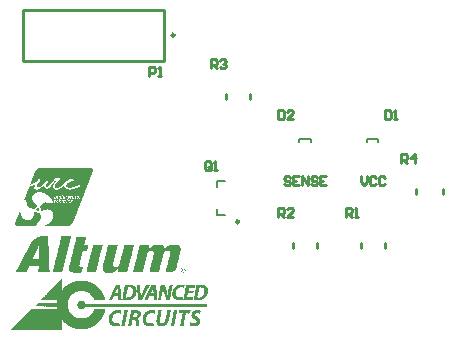
<source format=gto>
G04*
G04 #@! TF.GenerationSoftware,Altium Limited,Altium Designer,21.6.4 (81)*
G04*
G04 Layer_Color=65535*
%FSLAX24Y24*%
%MOIN*%
G70*
G04*
G04 #@! TF.SameCoordinates,C872EA01-BEF4-4682-9824-B52BD61A81C0*
G04*
G04*
G04 #@! TF.FilePolarity,Positive*
G04*
G01*
G75*
%ADD10C,0.0100*%
%ADD11C,0.0098*%
%ADD12C,0.0075*%
%ADD13C,0.0079*%
G36*
X3069Y7622D02*
X3079D01*
Y7618D01*
X3089D01*
Y7615D01*
X3096D01*
Y7612D01*
X3103D01*
Y7608D01*
X3106D01*
Y7605D01*
X3109D01*
Y7602D01*
X3113D01*
Y7598D01*
X3119D01*
Y7595D01*
Y7592D01*
X3123D01*
Y7588D01*
Y7585D01*
X3126D01*
Y7582D01*
X3129D01*
Y7578D01*
Y7575D01*
Y7572D01*
Y7568D01*
X3133D01*
Y7565D01*
X3136D01*
Y7562D01*
Y7558D01*
Y7555D01*
Y7552D01*
Y7548D01*
Y7545D01*
Y7542D01*
Y7538D01*
Y7535D01*
Y7532D01*
Y7528D01*
X3133D01*
Y7525D01*
Y7522D01*
Y7518D01*
X3129D01*
Y7515D01*
Y7512D01*
Y7508D01*
Y7505D01*
X3126D01*
Y7502D01*
X3123D01*
Y7498D01*
Y7495D01*
Y7492D01*
X3119D01*
Y7488D01*
Y7485D01*
Y7482D01*
Y7478D01*
X3116D01*
Y7475D01*
X3113D01*
Y7472D01*
Y7468D01*
Y7465D01*
X3109D01*
Y7462D01*
Y7458D01*
Y7455D01*
X3106D01*
Y7452D01*
Y7448D01*
X3103D01*
Y7445D01*
Y7442D01*
Y7438D01*
X3099D01*
Y7435D01*
Y7432D01*
X3096D01*
Y7428D01*
Y7425D01*
Y7422D01*
X3093D01*
Y7418D01*
Y7415D01*
Y7412D01*
X3089D01*
Y7408D01*
Y7405D01*
X3086D01*
Y7402D01*
Y7398D01*
Y7395D01*
X3083D01*
Y7392D01*
Y7388D01*
X3079D01*
Y7385D01*
Y7382D01*
Y7378D01*
X3076D01*
Y7375D01*
Y7372D01*
Y7368D01*
X3073D01*
Y7365D01*
X3069D01*
Y7362D01*
Y7358D01*
Y7355D01*
X3066D01*
Y7352D01*
Y7348D01*
Y7345D01*
Y7342D01*
X3063D01*
Y7338D01*
X3059D01*
Y7335D01*
Y7332D01*
Y7328D01*
X3056D01*
Y7325D01*
Y7322D01*
Y7319D01*
X3053D01*
Y7315D01*
Y7312D01*
X3049D01*
Y7309D01*
Y7305D01*
Y7302D01*
X3046D01*
Y7299D01*
Y7295D01*
Y7292D01*
X3043D01*
Y7289D01*
Y7285D01*
X3039D01*
Y7282D01*
Y7279D01*
Y7275D01*
X3036D01*
Y7272D01*
Y7269D01*
X3033D01*
Y7265D01*
Y7262D01*
Y7259D01*
X3029D01*
Y7255D01*
Y7252D01*
Y7249D01*
X3026D01*
Y7245D01*
Y7242D01*
X3023D01*
Y7239D01*
Y7235D01*
Y7232D01*
X3019D01*
Y7229D01*
Y7225D01*
Y7222D01*
X3016D01*
Y7219D01*
Y7215D01*
X3013D01*
Y7212D01*
Y7209D01*
Y7205D01*
X3009D01*
Y7202D01*
Y7199D01*
X3006D01*
Y7195D01*
Y7192D01*
X3003D01*
Y7189D01*
Y7185D01*
Y7182D01*
Y7179D01*
X2999D01*
Y7175D01*
X2996D01*
Y7172D01*
Y7169D01*
Y7165D01*
X2993D01*
Y7162D01*
Y7159D01*
Y7155D01*
X2989D01*
Y7152D01*
Y7149D01*
X2986D01*
Y7145D01*
Y7142D01*
Y7139D01*
X2983D01*
Y7135D01*
Y7132D01*
X2979D01*
Y7129D01*
Y7125D01*
Y7122D01*
X2976D01*
Y7119D01*
Y7115D01*
Y7112D01*
X2973D01*
Y7109D01*
Y7105D01*
X2970D01*
Y7102D01*
Y7099D01*
Y7095D01*
X2966D01*
Y7092D01*
Y7089D01*
Y7085D01*
X2963D01*
Y7082D01*
Y7079D01*
X2960D01*
Y7075D01*
Y7072D01*
Y7069D01*
X2956D01*
Y7065D01*
Y7062D01*
Y7059D01*
X2953D01*
Y7055D01*
Y7052D01*
X2950D01*
Y7049D01*
Y7045D01*
Y7042D01*
X2946D01*
Y7039D01*
Y7035D01*
X2943D01*
Y7032D01*
Y7029D01*
X2940D01*
Y7025D01*
Y7022D01*
Y7019D01*
Y7015D01*
X2936D01*
Y7012D01*
X2933D01*
Y7009D01*
Y7005D01*
Y7002D01*
X2930D01*
Y6999D01*
Y6996D01*
Y6992D01*
X2926D01*
Y6989D01*
Y6986D01*
X2923D01*
Y6982D01*
Y6979D01*
Y6976D01*
X2920D01*
Y6972D01*
Y6969D01*
X2916D01*
Y6966D01*
Y6962D01*
Y6959D01*
X2913D01*
Y6956D01*
Y6952D01*
Y6949D01*
X2910D01*
Y6946D01*
Y6942D01*
X2906D01*
Y6939D01*
Y6936D01*
Y6932D01*
X2903D01*
Y6929D01*
Y6926D01*
Y6922D01*
X2900D01*
Y6919D01*
Y6916D01*
X2896D01*
Y6912D01*
Y6909D01*
Y6906D01*
X2893D01*
Y6902D01*
X2890D01*
Y6899D01*
X2893D01*
Y6896D01*
X2890D01*
Y6892D01*
Y6889D01*
X2886D01*
Y6886D01*
Y6882D01*
Y6879D01*
X2883D01*
Y6876D01*
X2880D01*
Y6872D01*
Y6869D01*
Y6866D01*
X2876D01*
Y6862D01*
Y6859D01*
Y6856D01*
Y6852D01*
X2873D01*
Y6849D01*
X2870D01*
Y6846D01*
Y6842D01*
Y6839D01*
X2866D01*
Y6836D01*
Y6832D01*
Y6829D01*
X2863D01*
Y6826D01*
Y6822D01*
X2860D01*
Y6819D01*
Y6816D01*
Y6812D01*
X2856D01*
Y6809D01*
X2853D01*
Y6806D01*
X2856D01*
Y6802D01*
X2853D01*
Y6799D01*
Y6796D01*
X2850D01*
Y6792D01*
Y6789D01*
Y6786D01*
X2846D01*
Y6782D01*
X2843D01*
Y6779D01*
Y6776D01*
Y6772D01*
Y6769D01*
X2840D01*
Y6766D01*
Y6762D01*
Y6759D01*
X2836D01*
Y6756D01*
X2833D01*
Y6752D01*
Y6749D01*
Y6746D01*
Y6742D01*
X2830D01*
Y6739D01*
X2826D01*
Y6736D01*
X2830D01*
Y6732D01*
X2826D01*
Y6729D01*
X2823D01*
Y6726D01*
Y6722D01*
Y6719D01*
X2820D01*
Y6716D01*
Y6712D01*
X2816D01*
Y6709D01*
Y6706D01*
Y6702D01*
X2813D01*
Y6699D01*
Y6696D01*
Y6692D01*
X2810D01*
Y6689D01*
Y6686D01*
X2806D01*
Y6683D01*
Y6679D01*
Y6676D01*
X2803D01*
Y6673D01*
Y6669D01*
Y6666D01*
X2800D01*
Y6663D01*
Y6659D01*
X2796D01*
Y6656D01*
Y6653D01*
Y6649D01*
X2793D01*
Y6646D01*
X2790D01*
Y6643D01*
X2793D01*
Y6639D01*
X2790D01*
Y6636D01*
Y6633D01*
X2786D01*
Y6629D01*
Y6626D01*
Y6623D01*
X2783D01*
Y6619D01*
X2780D01*
Y6616D01*
Y6613D01*
Y6609D01*
X2776D01*
Y6606D01*
Y6603D01*
Y6599D01*
Y6596D01*
X2773D01*
Y6593D01*
X2770D01*
Y6589D01*
Y6586D01*
Y6583D01*
X2766D01*
Y6579D01*
Y6576D01*
Y6573D01*
X2763D01*
Y6569D01*
Y6566D01*
X2760D01*
Y6563D01*
Y6559D01*
Y6556D01*
X2756D01*
Y6553D01*
Y6549D01*
Y6546D01*
X2753D01*
Y6543D01*
Y6539D01*
X2750D01*
Y6536D01*
Y6533D01*
Y6529D01*
X2746D01*
Y6526D01*
X2743D01*
Y6523D01*
Y6519D01*
Y6516D01*
Y6513D01*
X2740D01*
Y6509D01*
Y6506D01*
Y6503D01*
X2736D01*
Y6499D01*
X2733D01*
Y6496D01*
Y6493D01*
Y6489D01*
X2730D01*
Y6486D01*
X2726D01*
Y6483D01*
Y6479D01*
X2730D01*
Y6476D01*
X2726D01*
Y6473D01*
X2723D01*
Y6469D01*
Y6466D01*
Y6463D01*
X2720D01*
Y6459D01*
Y6456D01*
Y6453D01*
X2716D01*
Y6449D01*
Y6446D01*
X2713D01*
Y6443D01*
Y6439D01*
Y6436D01*
X2710D01*
Y6433D01*
X2706D01*
Y6429D01*
Y6426D01*
Y6423D01*
Y6419D01*
X2703D01*
Y6416D01*
Y6413D01*
Y6409D01*
X2700D01*
Y6406D01*
Y6403D01*
X2696D01*
Y6399D01*
Y6396D01*
X2693D01*
Y6393D01*
Y6389D01*
X2690D01*
Y6386D01*
Y6383D01*
Y6379D01*
X2686D01*
Y6376D01*
Y6373D01*
Y6370D01*
Y6366D01*
X2683D01*
Y6363D01*
X2680D01*
Y6360D01*
Y6356D01*
Y6353D01*
X2676D01*
Y6350D01*
Y6346D01*
Y6343D01*
X2673D01*
Y6340D01*
Y6336D01*
X2670D01*
Y6333D01*
Y6330D01*
Y6326D01*
X2666D01*
Y6323D01*
Y6320D01*
Y6316D01*
X2663D01*
Y6313D01*
Y6310D01*
X2660D01*
Y6306D01*
Y6303D01*
Y6300D01*
X2657D01*
Y6296D01*
X2653D01*
Y6293D01*
Y6290D01*
Y6286D01*
Y6283D01*
X2650D01*
Y6280D01*
Y6276D01*
X2647D01*
Y6273D01*
Y6270D01*
X2643D01*
Y6266D01*
Y6263D01*
Y6260D01*
Y6256D01*
X2640D01*
Y6253D01*
Y6250D01*
Y6246D01*
X2637D01*
Y6243D01*
X2633D01*
Y6240D01*
Y6236D01*
Y6233D01*
X2630D01*
Y6230D01*
Y6226D01*
X2627D01*
Y6223D01*
Y6220D01*
Y6216D01*
X2623D01*
Y6213D01*
Y6210D01*
Y6206D01*
X2620D01*
Y6203D01*
Y6200D01*
X2617D01*
Y6196D01*
Y6193D01*
Y6190D01*
X2613D01*
Y6186D01*
Y6183D01*
Y6180D01*
X2610D01*
Y6176D01*
Y6173D01*
X2607D01*
Y6170D01*
Y6166D01*
Y6163D01*
X2603D01*
Y6160D01*
Y6156D01*
X2600D01*
Y6153D01*
Y6150D01*
Y6146D01*
X2597D01*
Y6143D01*
Y6140D01*
Y6136D01*
X2593D01*
Y6133D01*
X2590D01*
Y6130D01*
Y6126D01*
Y6123D01*
X2587D01*
Y6120D01*
Y6116D01*
Y6113D01*
Y6110D01*
X2583D01*
Y6106D01*
X2580D01*
Y6103D01*
Y6100D01*
Y6096D01*
X2577D01*
Y6093D01*
Y6090D01*
Y6086D01*
X2573D01*
Y6083D01*
Y6080D01*
X2570D01*
Y6076D01*
Y6073D01*
Y6070D01*
X2567D01*
Y6066D01*
Y6063D01*
Y6060D01*
X2563D01*
Y6057D01*
Y6053D01*
X2560D01*
Y6050D01*
Y6047D01*
Y6043D01*
X2557D01*
Y6040D01*
Y6037D01*
X2553D01*
Y6033D01*
Y6030D01*
Y6027D01*
X2550D01*
Y6023D01*
Y6020D01*
Y6017D01*
X2547D01*
Y6013D01*
X2543D01*
Y6010D01*
Y6007D01*
Y6003D01*
Y6000D01*
X2540D01*
Y5997D01*
Y5993D01*
Y5990D01*
X2537D01*
Y5987D01*
X2533D01*
Y5983D01*
Y5980D01*
Y5977D01*
X2530D01*
Y5973D01*
Y5970D01*
Y5967D01*
X2527D01*
Y5963D01*
Y5960D01*
X2523D01*
Y5957D01*
Y5953D01*
Y5950D01*
X2520D01*
Y5947D01*
Y5943D01*
X2517D01*
Y5940D01*
Y5937D01*
Y5933D01*
X2513D01*
Y5930D01*
Y5927D01*
Y5923D01*
X2510D01*
Y5920D01*
Y5917D01*
X2507D01*
Y5913D01*
Y5910D01*
Y5907D01*
X2503D01*
Y5903D01*
Y5900D01*
X2500D01*
Y5897D01*
Y5893D01*
Y5890D01*
X2497D01*
Y5887D01*
Y5883D01*
Y5880D01*
X2493D01*
Y5877D01*
Y5873D01*
X2490D01*
Y5870D01*
Y5867D01*
Y5863D01*
X2487D01*
Y5860D01*
Y5857D01*
Y5853D01*
X2483D01*
Y5850D01*
X2480D01*
Y5847D01*
Y5843D01*
Y5840D01*
Y5837D01*
X2477D01*
Y5833D01*
X2473D01*
Y5830D01*
Y5827D01*
Y5823D01*
X2470D01*
Y5820D01*
Y5817D01*
Y5813D01*
X2467D01*
Y5810D01*
Y5807D01*
Y5803D01*
X2463D01*
Y5800D01*
X2460D01*
Y5797D01*
Y5793D01*
X2457D01*
Y5790D01*
Y5787D01*
X2450D01*
Y5783D01*
Y5780D01*
Y5777D01*
X2447D01*
Y5773D01*
X2443D01*
Y5770D01*
Y5767D01*
X2440D01*
Y5763D01*
X2437D01*
Y5760D01*
X2433D01*
Y5757D01*
X2430D01*
Y5753D01*
X2427D01*
Y5750D01*
X2423D01*
Y5747D01*
X2420D01*
Y5743D01*
X2417D01*
Y5740D01*
X2413D01*
Y5737D01*
X2407D01*
Y5734D01*
X2400D01*
Y5730D01*
X2397D01*
Y5727D01*
X2393D01*
Y5724D01*
X2387D01*
Y5720D01*
X2380D01*
Y5717D01*
X2377D01*
Y5714D01*
X2367D01*
Y5710D01*
X2360D01*
Y5707D01*
X2353D01*
Y5704D01*
X2343D01*
Y5700D01*
X2330D01*
Y5697D01*
X2324D01*
Y5694D01*
X1498D01*
Y5697D01*
X1511D01*
Y5700D01*
X1518D01*
Y5704D01*
X1528D01*
Y5707D01*
X1534D01*
Y5710D01*
X1541D01*
Y5714D01*
X1551D01*
Y5717D01*
X1558D01*
Y5720D01*
X1564D01*
Y5724D01*
X1571D01*
Y5727D01*
X1578D01*
Y5730D01*
X1584D01*
Y5734D01*
X1591D01*
Y5737D01*
X1598D01*
Y5740D01*
X1601D01*
Y5743D01*
X1608D01*
Y5747D01*
X1611D01*
Y5750D01*
X1618D01*
Y5753D01*
X1624D01*
Y5757D01*
X1628D01*
Y5760D01*
X1634D01*
Y5763D01*
X1638D01*
Y5767D01*
X1641D01*
Y5770D01*
X1648D01*
Y5773D01*
X1651D01*
Y5777D01*
X1654D01*
Y5780D01*
X1661D01*
Y5783D01*
X1668D01*
Y5787D01*
X1671D01*
Y5790D01*
X1674D01*
Y5793D01*
X1678D01*
Y5797D01*
X1684D01*
Y5800D01*
X1688D01*
Y5803D01*
X1691D01*
Y5807D01*
X1698D01*
Y5810D01*
X1701D01*
Y5813D01*
X1704D01*
Y5817D01*
X1711D01*
Y5820D01*
Y5823D01*
X1714D01*
Y5827D01*
X1717D01*
Y5830D01*
X1721D01*
Y5833D01*
X1724D01*
Y5837D01*
X1727D01*
Y5840D01*
X1731D01*
Y5843D01*
X1734D01*
Y5847D01*
X1737D01*
Y5850D01*
X1741D01*
Y5853D01*
X1747D01*
Y5857D01*
Y5860D01*
X1751D01*
Y5863D01*
X1754D01*
Y5867D01*
X1757D01*
Y5870D01*
Y5873D01*
X1761D01*
Y5877D01*
X1764D01*
Y5880D01*
X1767D01*
Y5883D01*
Y5887D01*
X1771D01*
Y5890D01*
X1774D01*
Y5893D01*
Y5897D01*
X1777D01*
Y5900D01*
Y5903D01*
X1781D01*
Y5907D01*
X1784D01*
Y5910D01*
Y5913D01*
X1787D01*
Y5917D01*
Y5920D01*
X1791D01*
Y5923D01*
Y5927D01*
X1794D01*
Y5930D01*
Y5933D01*
Y5937D01*
X1797D01*
Y5940D01*
X1801D01*
Y5943D01*
Y5947D01*
Y5950D01*
Y5953D01*
X1804D01*
Y5957D01*
Y5960D01*
Y5963D01*
X1807D01*
Y5967D01*
Y5970D01*
Y5973D01*
Y5977D01*
X1811D01*
Y5980D01*
Y5983D01*
Y5987D01*
Y5990D01*
Y5993D01*
Y5997D01*
Y6000D01*
Y6003D01*
X1814D01*
Y6007D01*
Y6010D01*
Y6013D01*
Y6017D01*
Y6020D01*
Y6023D01*
Y6027D01*
Y6030D01*
Y6033D01*
Y6037D01*
Y6040D01*
Y6043D01*
Y6047D01*
Y6050D01*
Y6053D01*
Y6057D01*
Y6060D01*
X1811D01*
Y6063D01*
Y6066D01*
Y6070D01*
Y6073D01*
Y6076D01*
Y6080D01*
Y6083D01*
X1807D01*
Y6086D01*
Y6090D01*
Y6093D01*
X1804D01*
Y6096D01*
Y6100D01*
Y6103D01*
Y6106D01*
X1801D01*
Y6110D01*
Y6113D01*
Y6116D01*
Y6120D01*
X1797D01*
Y6123D01*
X1794D01*
Y6126D01*
Y6130D01*
Y6133D01*
X1791D01*
Y6136D01*
Y6140D01*
Y6143D01*
X1787D01*
Y6146D01*
X1784D01*
Y6150D01*
Y6153D01*
X1781D01*
Y6156D01*
X1777D01*
Y6160D01*
Y6163D01*
X1774D01*
Y6166D01*
X1771D01*
Y6170D01*
X1767D01*
Y6173D01*
Y6176D01*
X1764D01*
Y6180D01*
X1761D01*
Y6183D01*
X1757D01*
Y6186D01*
X1754D01*
Y6190D01*
X1751D01*
Y6193D01*
X1747D01*
Y6196D01*
X1744D01*
Y6200D01*
X1737D01*
Y6203D01*
X1734D01*
Y6206D01*
X1731D01*
Y6210D01*
X1724D01*
Y6213D01*
X1717D01*
Y6216D01*
X1711D01*
Y6220D01*
X1708D01*
Y6223D01*
X1698D01*
Y6226D01*
X1691D01*
Y6230D01*
X1681D01*
Y6233D01*
X1664D01*
Y6236D01*
X1644D01*
Y6240D01*
X1598D01*
Y6236D01*
X1571D01*
Y6233D01*
X1548D01*
Y6230D01*
X1531D01*
Y6226D01*
X1518D01*
Y6223D01*
X1508D01*
Y6220D01*
X1501D01*
Y6216D01*
X1494D01*
Y6213D01*
X1484D01*
Y6210D01*
X1478D01*
Y6206D01*
X1468D01*
Y6203D01*
X1458D01*
Y6200D01*
X1408D01*
Y6203D01*
X1395D01*
Y6206D01*
X1398D01*
Y6210D01*
Y6213D01*
Y6216D01*
X1401D01*
Y6220D01*
Y6223D01*
Y6226D01*
Y6230D01*
Y6233D01*
Y6236D01*
Y6240D01*
Y6243D01*
X1398D01*
Y6246D01*
Y6250D01*
Y6253D01*
X1395D01*
Y6256D01*
Y6260D01*
Y6263D01*
Y6266D01*
Y6270D01*
X1391D01*
Y6273D01*
X1388D01*
Y6276D01*
Y6280D01*
X1385D01*
Y6283D01*
Y6286D01*
Y6290D01*
X1378D01*
Y6293D01*
X1375D01*
Y6296D01*
Y6300D01*
X1371D01*
Y6303D01*
X1368D01*
Y6306D01*
X1361D01*
Y6310D01*
X1358D01*
Y6313D01*
Y6316D01*
X1361D01*
Y6320D01*
Y6323D01*
X1365D01*
Y6326D01*
X1368D01*
Y6330D01*
Y6333D01*
X1371D01*
Y6336D01*
Y6340D01*
X1375D01*
Y6343D01*
Y6346D01*
X1378D01*
Y6350D01*
X1381D01*
Y6353D01*
X1385D01*
Y6356D01*
Y6360D01*
Y6363D01*
X1388D01*
Y6366D01*
Y6370D01*
X1391D01*
Y6373D01*
X1395D01*
Y6376D01*
Y6379D01*
X1398D01*
Y6383D01*
Y6386D01*
X1401D01*
Y6389D01*
X1404D01*
Y6393D01*
X1408D01*
Y6396D01*
X1411D01*
Y6399D01*
Y6403D01*
X1414D01*
Y6406D01*
X1418D01*
Y6409D01*
X1421D01*
Y6413D01*
X1424D01*
Y6416D01*
X1428D01*
Y6419D01*
X1431D01*
Y6423D01*
X1434D01*
Y6426D01*
X1438D01*
Y6429D01*
X1441D01*
Y6433D01*
X1444D01*
Y6436D01*
X1448D01*
Y6439D01*
X1454D01*
Y6443D01*
X1458D01*
Y6446D01*
X1461D01*
Y6449D01*
X1468D01*
Y6453D01*
X1471D01*
Y6456D01*
X1478D01*
Y6459D01*
X1484D01*
Y6463D01*
X1491D01*
Y6466D01*
X1501D01*
Y6469D01*
X1514D01*
Y6473D01*
X1524D01*
Y6476D01*
X1564D01*
Y6473D01*
X1581D01*
Y6469D01*
X1598D01*
Y6466D01*
X1614D01*
Y6463D01*
X1624D01*
Y6459D01*
X1638D01*
Y6456D01*
X1644D01*
Y6453D01*
X1658D01*
Y6449D01*
X1674D01*
Y6446D01*
X1684D01*
Y6443D01*
X1717D01*
Y6439D01*
X1721D01*
Y6443D01*
X1724D01*
Y6439D01*
X1727D01*
Y6443D01*
X1754D01*
Y6446D01*
X1764D01*
Y6449D01*
X1771D01*
Y6453D01*
X1777D01*
Y6456D01*
X1781D01*
Y6459D01*
X1784D01*
Y6463D01*
X1787D01*
Y6466D01*
X1791D01*
Y6469D01*
Y6473D01*
Y6476D01*
Y6479D01*
X1794D01*
Y6483D01*
Y6486D01*
Y6489D01*
X1791D01*
Y6493D01*
Y6496D01*
Y6499D01*
Y6503D01*
Y6506D01*
Y6509D01*
Y6513D01*
X1787D01*
Y6516D01*
Y6519D01*
X1784D01*
Y6523D01*
Y6526D01*
Y6529D01*
X1781D01*
Y6533D01*
X1777D01*
Y6536D01*
Y6539D01*
Y6543D01*
X1774D01*
Y6546D01*
Y6549D01*
X1771D01*
Y6553D01*
X1767D01*
Y6556D01*
Y6559D01*
X1764D01*
Y6563D01*
Y6566D01*
X1761D01*
Y6569D01*
X1757D01*
Y6573D01*
Y6576D01*
X1754D01*
Y6579D01*
X1751D01*
Y6583D01*
X1747D01*
Y6586D01*
Y6589D01*
X1744D01*
Y6593D01*
Y6596D01*
X1741D01*
Y6599D01*
Y6603D01*
X1734D01*
Y6606D01*
X1731D01*
Y6609D01*
Y6613D01*
X1727D01*
Y6616D01*
X1724D01*
Y6619D01*
X1721D01*
Y6623D01*
Y6626D01*
X1714D01*
Y6629D01*
Y6633D01*
X1711D01*
Y6636D01*
X1708D01*
Y6639D01*
X1704D01*
Y6643D01*
X1701D01*
Y6646D01*
Y6649D01*
X1694D01*
Y6653D01*
X1691D01*
Y6656D01*
X1688D01*
Y6659D01*
X1684D01*
Y6663D01*
Y6666D01*
X1678D01*
Y6669D01*
X1674D01*
Y6673D01*
X1671D01*
Y6676D01*
X1668D01*
Y6679D01*
X1664D01*
Y6683D01*
X1661D01*
Y6686D01*
X1654D01*
Y6689D01*
X1651D01*
Y6692D01*
X1648D01*
Y6696D01*
Y6699D01*
X1641D01*
Y6702D01*
X1638D01*
Y6706D01*
X1631D01*
Y6709D01*
X1628D01*
Y6712D01*
X1624D01*
Y6716D01*
X1618D01*
Y6719D01*
X1614D01*
Y6722D01*
X1608D01*
Y6726D01*
X1604D01*
Y6729D01*
X1601D01*
Y6732D01*
X1594D01*
Y6736D01*
X1588D01*
Y6739D01*
X1581D01*
Y6742D01*
X1578D01*
Y6746D01*
X1571D01*
Y6749D01*
X1564D01*
Y6752D01*
X1558D01*
Y6756D01*
X1554D01*
Y6759D01*
X1544D01*
Y6762D01*
X1541D01*
Y6766D01*
X1534D01*
Y6769D01*
X1524D01*
Y6772D01*
X1521D01*
Y6776D01*
X1514D01*
Y6779D01*
X1504D01*
Y6782D01*
X1498D01*
Y6786D01*
X1488D01*
Y6789D01*
X1481D01*
Y6792D01*
X1471D01*
Y6796D01*
X1461D01*
Y6799D01*
X1454D01*
Y6802D01*
X1444D01*
Y6806D01*
X1431D01*
Y6809D01*
X1421D01*
Y6812D01*
X1404D01*
Y6816D01*
X1388D01*
Y6819D01*
X1368D01*
Y6822D01*
X1308D01*
Y6819D01*
X1295D01*
Y6816D01*
X1278D01*
Y6812D01*
X1265D01*
Y6809D01*
X1258D01*
Y6806D01*
X1248D01*
Y6802D01*
X1241D01*
Y6799D01*
X1235D01*
Y6796D01*
X1225D01*
Y6792D01*
X1221D01*
Y6789D01*
X1215D01*
Y6786D01*
X1211D01*
Y6782D01*
X1205D01*
Y6779D01*
X1198D01*
Y6776D01*
X1195D01*
Y6772D01*
X1191D01*
Y6769D01*
X1185D01*
Y6766D01*
X1181D01*
Y6762D01*
X1175D01*
Y6759D01*
X1171D01*
Y6756D01*
X1168D01*
Y6752D01*
X1165D01*
Y6749D01*
X1161D01*
Y6746D01*
X1158D01*
Y6742D01*
X1155D01*
Y6739D01*
X1151D01*
Y6736D01*
Y6732D01*
X1148D01*
Y6729D01*
X1145D01*
Y6726D01*
X1141D01*
Y6722D01*
Y6719D01*
X1138D01*
Y6716D01*
X1135D01*
Y6712D01*
X1131D01*
Y6709D01*
Y6706D01*
X1128D01*
Y6702D01*
Y6699D01*
X1125D01*
Y6696D01*
X1121D01*
Y6692D01*
Y6689D01*
Y6686D01*
X1118D01*
Y6683D01*
Y6679D01*
X1115D01*
Y6676D01*
Y6673D01*
Y6669D01*
X1111D01*
Y6666D01*
Y6663D01*
Y6659D01*
Y6656D01*
X1108D01*
Y6653D01*
Y6649D01*
Y6646D01*
X1105D01*
Y6643D01*
Y6639D01*
Y6636D01*
Y6633D01*
Y6629D01*
Y6626D01*
Y6623D01*
Y6619D01*
Y6616D01*
Y6613D01*
Y6609D01*
Y6606D01*
Y6603D01*
Y6599D01*
Y6596D01*
Y6593D01*
Y6589D01*
Y6586D01*
Y6583D01*
X1108D01*
Y6579D01*
Y6576D01*
X1111D01*
Y6573D01*
Y6569D01*
Y6566D01*
Y6563D01*
Y6559D01*
X1115D01*
Y6556D01*
Y6553D01*
X1118D01*
Y6549D01*
Y6546D01*
Y6543D01*
X1121D01*
Y6539D01*
Y6536D01*
Y6533D01*
X1125D01*
Y6529D01*
X1128D01*
Y6526D01*
Y6523D01*
X1131D01*
Y6519D01*
Y6516D01*
Y6513D01*
X1138D01*
Y6509D01*
Y6506D01*
Y6503D01*
X1141D01*
Y6499D01*
Y6496D01*
X1148D01*
Y6493D01*
Y6489D01*
X1151D01*
Y6486D01*
X1155D01*
Y6483D01*
X1158D01*
Y6479D01*
Y6476D01*
X1161D01*
Y6473D01*
X1165D01*
Y6469D01*
Y6466D01*
X1168D01*
Y6463D01*
X1171D01*
Y6459D01*
X1175D01*
Y6456D01*
X1178D01*
Y6453D01*
X1181D01*
Y6449D01*
X1185D01*
Y6446D01*
Y6443D01*
X1188D01*
Y6439D01*
X1191D01*
Y6436D01*
X1195D01*
Y6433D01*
X1201D01*
Y6429D01*
X1205D01*
Y6426D01*
X1208D01*
Y6423D01*
X1211D01*
Y6419D01*
X1218D01*
Y6416D01*
X1221D01*
Y6413D01*
X1228D01*
Y6409D01*
X1231D01*
Y6406D01*
X1235D01*
Y6403D01*
X1238D01*
Y6399D01*
X1241D01*
Y6396D01*
X1245D01*
Y6393D01*
X1248D01*
Y6389D01*
X1251D01*
Y6386D01*
X1255D01*
Y6383D01*
X1258D01*
Y6379D01*
Y6376D01*
X1261D01*
Y6373D01*
Y6370D01*
X1265D01*
Y6366D01*
Y6363D01*
X1268D01*
Y6360D01*
Y6356D01*
Y6353D01*
X1271D01*
Y6350D01*
X1275D01*
Y6346D01*
Y6343D01*
Y6340D01*
Y6336D01*
Y6333D01*
X1278D01*
Y6330D01*
X1275D01*
Y6326D01*
X1261D01*
Y6323D01*
X1255D01*
Y6320D01*
X1251D01*
Y6316D01*
X1245D01*
Y6313D01*
X1238D01*
Y6310D01*
X1235D01*
Y6306D01*
X1231D01*
Y6303D01*
X1228D01*
Y6300D01*
X1225D01*
Y6296D01*
X1221D01*
Y6293D01*
X1218D01*
Y6290D01*
Y6286D01*
X1215D01*
Y6283D01*
X1211D01*
Y6280D01*
Y6276D01*
X1208D01*
Y6273D01*
Y6270D01*
X1098D01*
Y6273D01*
X1085D01*
Y6276D01*
X1068D01*
Y6280D01*
X1052D01*
Y6283D01*
X1048D01*
Y6286D01*
X1035D01*
Y6290D01*
X1025D01*
Y6293D01*
X1022D01*
Y6296D01*
X1012D01*
Y6300D01*
X1008D01*
Y6303D01*
X1002D01*
Y6306D01*
X998D01*
Y6310D01*
X995D01*
Y6313D01*
X988D01*
Y6316D01*
X985D01*
Y6320D01*
X982D01*
Y6323D01*
X978D01*
Y6326D01*
X975D01*
Y6330D01*
X972D01*
Y6333D01*
X968D01*
Y6336D01*
Y6340D01*
X965D01*
Y6343D01*
X962D01*
Y6346D01*
X958D01*
Y6350D01*
Y6353D01*
X955D01*
Y6356D01*
Y6360D01*
X952D01*
Y6363D01*
Y6366D01*
Y6370D01*
X945D01*
Y6373D01*
X948D01*
Y6376D01*
Y6379D01*
X945D01*
Y6383D01*
X942D01*
Y6386D01*
Y6389D01*
Y6393D01*
X938D01*
Y6396D01*
Y6399D01*
Y6403D01*
X935D01*
Y6406D01*
Y6409D01*
Y6413D01*
Y6416D01*
X932D01*
Y6419D01*
Y6423D01*
Y6426D01*
Y6429D01*
Y6433D01*
X928D01*
Y6436D01*
Y6439D01*
X925D01*
Y6443D01*
Y6446D01*
Y6449D01*
Y6453D01*
Y6456D01*
X922D01*
Y6459D01*
Y6463D01*
Y6466D01*
Y6469D01*
X918D01*
Y6473D01*
Y6476D01*
Y6479D01*
X915D01*
Y6483D01*
Y6486D01*
Y6489D01*
X912D01*
Y6493D01*
Y6496D01*
X908D01*
Y6499D01*
Y6503D01*
Y6506D01*
X905D01*
Y6509D01*
Y6513D01*
Y6516D01*
X902D01*
Y6519D01*
X898D01*
Y6523D01*
Y6526D01*
X895D01*
Y6529D01*
X892D01*
Y6533D01*
Y6536D01*
X888D01*
Y6539D01*
Y6543D01*
X882D01*
Y6546D01*
X878D01*
Y6549D01*
X875D01*
Y6553D01*
X872D01*
Y6556D01*
X868D01*
Y6559D01*
X865D01*
Y6563D01*
X858D01*
Y6566D01*
X848D01*
Y6569D01*
X845D01*
Y6566D01*
X842D01*
Y6569D01*
Y6573D01*
X845D01*
Y6576D01*
X848D01*
Y6579D01*
X845D01*
Y6583D01*
X848D01*
Y6586D01*
X852D01*
Y6589D01*
Y6593D01*
Y6596D01*
Y6599D01*
X855D01*
Y6603D01*
X858D01*
Y6606D01*
Y6609D01*
Y6613D01*
X862D01*
Y6616D01*
Y6619D01*
Y6623D01*
X865D01*
Y6626D01*
Y6629D01*
X868D01*
Y6633D01*
Y6636D01*
Y6639D01*
X872D01*
Y6643D01*
Y6646D01*
Y6649D01*
X875D01*
Y6653D01*
Y6656D01*
X878D01*
Y6659D01*
Y6663D01*
Y6666D01*
X882D01*
Y6669D01*
X885D01*
Y6673D01*
Y6676D01*
Y6679D01*
Y6683D01*
X888D01*
Y6686D01*
Y6689D01*
Y6692D01*
X892D01*
Y6696D01*
Y6699D01*
X895D01*
Y6702D01*
Y6706D01*
Y6709D01*
X898D01*
Y6712D01*
Y6716D01*
Y6719D01*
X902D01*
Y6722D01*
X905D01*
Y6726D01*
Y6729D01*
Y6732D01*
Y6736D01*
X908D01*
Y6739D01*
X912D01*
Y6742D01*
X908D01*
Y6746D01*
X912D01*
Y6749D01*
X915D01*
Y6752D01*
Y6756D01*
Y6759D01*
X918D01*
Y6762D01*
Y6766D01*
X922D01*
Y6769D01*
Y6772D01*
Y6776D01*
X925D01*
Y6779D01*
Y6782D01*
Y6786D01*
X928D01*
Y6789D01*
Y6792D01*
X932D01*
Y6796D01*
Y6799D01*
Y6802D01*
X935D01*
Y6806D01*
Y6809D01*
Y6812D01*
X938D01*
Y6816D01*
X942D01*
Y6819D01*
Y6822D01*
Y6826D01*
Y6829D01*
X945D01*
Y6832D01*
X948D01*
Y6836D01*
X945D01*
Y6839D01*
X948D01*
Y6842D01*
X952D01*
Y6846D01*
Y6849D01*
Y6852D01*
Y6856D01*
X955D01*
Y6859D01*
X958D01*
Y6862D01*
Y6866D01*
Y6869D01*
X962D01*
Y6872D01*
Y6876D01*
Y6879D01*
X965D01*
Y6882D01*
Y6886D01*
X968D01*
Y6889D01*
Y6892D01*
Y6896D01*
X972D01*
Y6899D01*
Y6902D01*
Y6906D01*
X975D01*
Y6909D01*
Y6912D01*
X978D01*
Y6916D01*
Y6919D01*
Y6922D01*
X982D01*
Y6926D01*
Y6929D01*
X985D01*
Y6932D01*
Y6936D01*
Y6939D01*
X988D01*
Y6942D01*
Y6946D01*
Y6949D01*
X992D01*
Y6952D01*
Y6956D01*
X995D01*
Y6959D01*
Y6962D01*
Y6966D01*
X998D01*
Y6969D01*
Y6972D01*
Y6976D01*
X1002D01*
Y6979D01*
X1005D01*
Y6982D01*
Y6986D01*
Y6989D01*
Y6992D01*
X1008D01*
Y6996D01*
X1012D01*
Y6999D01*
X1008D01*
Y7002D01*
X1032D01*
Y7005D01*
X1045D01*
Y7009D01*
X1052D01*
Y7012D01*
X1062D01*
Y7015D01*
X1072D01*
Y7019D01*
X1075D01*
Y7022D01*
X1085D01*
Y7025D01*
X1091D01*
Y7029D01*
X1101D01*
Y7032D01*
X1108D01*
Y7035D01*
X1115D01*
Y7039D01*
X1121D01*
Y7042D01*
X1131D01*
Y7045D01*
X1138D01*
Y7049D01*
X1148D01*
Y7052D01*
X1151D01*
Y7055D01*
X1161D01*
Y7059D01*
X1168D01*
Y7062D01*
X1175D01*
Y7065D01*
X1181D01*
Y7069D01*
X1188D01*
Y7072D01*
X1195D01*
Y7075D01*
X1201D01*
Y7079D01*
X1208D01*
Y7082D01*
X1215D01*
Y7085D01*
X1218D01*
Y7082D01*
Y7079D01*
X1215D01*
Y7075D01*
Y7072D01*
X1211D01*
Y7069D01*
Y7065D01*
X1208D01*
Y7062D01*
X1205D01*
Y7059D01*
Y7055D01*
X1201D01*
Y7052D01*
Y7049D01*
Y7045D01*
X1198D01*
Y7042D01*
X1195D01*
Y7039D01*
Y7035D01*
Y7032D01*
X1191D01*
Y7029D01*
Y7025D01*
Y7022D01*
X1188D01*
Y7019D01*
Y7015D01*
X1185D01*
Y7012D01*
Y7009D01*
Y7005D01*
X1181D01*
Y7002D01*
Y6999D01*
X1178D01*
Y6996D01*
Y6992D01*
Y6989D01*
Y6986D01*
Y6982D01*
X1175D01*
Y6979D01*
Y6976D01*
Y6972D01*
Y6969D01*
Y6966D01*
Y6962D01*
Y6959D01*
Y6956D01*
Y6952D01*
Y6949D01*
X1178D01*
Y6946D01*
Y6942D01*
X1181D01*
Y6939D01*
Y6936D01*
Y6932D01*
X1185D01*
Y6929D01*
X1188D01*
Y6926D01*
X1191D01*
Y6922D01*
X1198D01*
Y6919D01*
X1201D01*
Y6916D01*
X1208D01*
Y6912D01*
X1218D01*
Y6909D01*
X1228D01*
Y6906D01*
X1288D01*
Y6909D01*
X1298D01*
Y6912D01*
X1311D01*
Y6916D01*
X1318D01*
Y6919D01*
X1325D01*
Y6922D01*
X1335D01*
Y6926D01*
X1341D01*
Y6929D01*
X1345D01*
Y6932D01*
X1351D01*
Y6936D01*
X1358D01*
Y6939D01*
X1365D01*
Y6942D01*
X1368D01*
Y6946D01*
X1371D01*
Y6949D01*
X1378D01*
Y6952D01*
X1385D01*
Y6956D01*
X1388D01*
Y6959D01*
X1395D01*
Y6962D01*
X1398D01*
Y6966D01*
X1401D01*
Y6969D01*
X1408D01*
Y6972D01*
X1411D01*
Y6976D01*
X1418D01*
Y6979D01*
X1421D01*
Y6982D01*
X1424D01*
Y6986D01*
X1431D01*
Y6989D01*
X1434D01*
Y6992D01*
X1438D01*
Y6996D01*
X1448D01*
Y6999D01*
X1451D01*
Y7002D01*
X1454D01*
Y7005D01*
X1461D01*
Y7009D01*
X1468D01*
Y7012D01*
X1471D01*
Y7015D01*
X1474D01*
Y7019D01*
X1481D01*
Y7022D01*
X1484D01*
Y7025D01*
X1488D01*
Y7029D01*
X1494D01*
Y7032D01*
X1501D01*
Y7029D01*
Y7025D01*
Y7022D01*
X1504D01*
Y7019D01*
Y7015D01*
Y7012D01*
X1508D01*
Y7009D01*
Y7005D01*
X1511D01*
Y7002D01*
Y6999D01*
Y6996D01*
X1514D01*
Y6992D01*
X1518D01*
Y6989D01*
Y6986D01*
Y6982D01*
X1521D01*
Y6979D01*
Y6976D01*
X1528D01*
Y6972D01*
Y6969D01*
X1531D01*
Y6966D01*
Y6962D01*
X1538D01*
Y6959D01*
Y6956D01*
X1541D01*
Y6952D01*
X1544D01*
Y6949D01*
X1551D01*
Y6946D01*
X1554D01*
Y6942D01*
X1558D01*
Y6939D01*
X1564D01*
Y6936D01*
X1571D01*
Y6932D01*
X1588D01*
Y6929D01*
X1598D01*
Y6932D01*
X1601D01*
Y6929D01*
X1604D01*
Y6932D01*
X1624D01*
Y6936D01*
X1631D01*
Y6939D01*
X1638D01*
Y6942D01*
X1648D01*
Y6946D01*
X1651D01*
Y6949D01*
X1658D01*
Y6952D01*
X1664D01*
Y6956D01*
X1668D01*
Y6959D01*
X1671D01*
Y6962D01*
X1674D01*
Y6966D01*
X1678D01*
Y6969D01*
X1684D01*
Y6972D01*
Y6976D01*
X1691D01*
Y6979D01*
X1694D01*
Y6982D01*
X1698D01*
Y6986D01*
X1701D01*
Y6989D01*
Y6992D01*
X1704D01*
Y6996D01*
X1708D01*
Y6999D01*
X1711D01*
Y7002D01*
X1714D01*
Y7005D01*
X1717D01*
Y7009D01*
X1721D01*
Y7012D01*
X1724D01*
Y7015D01*
Y7019D01*
X1727D01*
Y7022D01*
X1731D01*
Y7025D01*
Y7029D01*
X1737D01*
Y7032D01*
Y7035D01*
X1741D01*
Y7039D01*
Y7042D01*
X1744D01*
Y7045D01*
X1747D01*
Y7049D01*
X1751D01*
Y7052D01*
Y7055D01*
X1757D01*
Y7059D01*
Y7062D01*
X1761D01*
Y7065D01*
X1764D01*
Y7069D01*
Y7072D01*
X1767D01*
Y7075D01*
X1771D01*
Y7079D01*
X1774D01*
Y7082D01*
X1777D01*
Y7085D01*
Y7089D01*
X1781D01*
Y7092D01*
X1784D01*
Y7095D01*
X1787D01*
Y7099D01*
Y7102D01*
X1791D01*
Y7105D01*
X1794D01*
Y7109D01*
X1797D01*
Y7112D01*
X1801D01*
Y7115D01*
X1804D01*
Y7119D01*
Y7122D01*
X1807D01*
Y7125D01*
X1811D01*
Y7129D01*
X1814D01*
Y7132D01*
X1817D01*
Y7135D01*
X1821D01*
Y7139D01*
Y7142D01*
X1824D01*
Y7145D01*
X1827D01*
Y7149D01*
Y7152D01*
X1831D01*
Y7155D01*
X1834D01*
Y7159D01*
X1837D01*
Y7162D01*
Y7165D01*
X1841D01*
Y7169D01*
X1844D01*
Y7172D01*
X1847D01*
Y7175D01*
X1851D01*
Y7179D01*
Y7182D01*
X1854D01*
Y7185D01*
X1861D01*
Y7189D01*
X1864D01*
Y7192D01*
X1867D01*
Y7195D01*
X1871D01*
Y7199D01*
X1877D01*
Y7202D01*
X1887D01*
Y7205D01*
X1894D01*
Y7202D01*
X1901D01*
Y7199D01*
X1904D01*
Y7195D01*
Y7192D01*
X1907D01*
Y7189D01*
Y7185D01*
X1904D01*
Y7182D01*
Y7179D01*
Y7175D01*
X1901D01*
Y7172D01*
X1897D01*
Y7169D01*
Y7165D01*
X1894D01*
Y7162D01*
X1891D01*
Y7159D01*
Y7155D01*
X1887D01*
Y7152D01*
X1884D01*
Y7149D01*
X1881D01*
Y7145D01*
Y7142D01*
X1877D01*
Y7139D01*
X1874D01*
Y7135D01*
X1871D01*
Y7132D01*
X1867D01*
Y7129D01*
X1864D01*
Y7125D01*
X1861D01*
Y7122D01*
X1854D01*
Y7119D01*
Y7115D01*
X1851D01*
Y7112D01*
X1847D01*
Y7109D01*
Y7105D01*
X1844D01*
Y7102D01*
X1841D01*
Y7099D01*
X1837D01*
Y7095D01*
X1834D01*
Y7092D01*
Y7089D01*
X1831D01*
Y7085D01*
Y7082D01*
X1827D01*
Y7079D01*
X1824D01*
Y7075D01*
Y7072D01*
X1821D01*
Y7069D01*
Y7065D01*
X1817D01*
Y7062D01*
X1814D01*
Y7059D01*
X1811D01*
Y7055D01*
Y7052D01*
Y7049D01*
X1807D01*
Y7045D01*
Y7042D01*
Y7039D01*
X1804D01*
Y7035D01*
Y7032D01*
X1801D01*
Y7029D01*
Y7025D01*
Y7022D01*
Y7019D01*
Y7015D01*
Y7012D01*
Y7009D01*
Y7005D01*
Y7002D01*
Y6999D01*
Y6996D01*
Y6992D01*
Y6989D01*
Y6986D01*
Y6982D01*
Y6979D01*
X1804D01*
Y6976D01*
X1807D01*
Y6972D01*
Y6969D01*
Y6966D01*
Y6962D01*
X1811D01*
Y6959D01*
Y6956D01*
X1814D01*
Y6952D01*
Y6949D01*
X1817D01*
Y6946D01*
Y6942D01*
X1824D01*
Y6939D01*
Y6936D01*
X1827D01*
Y6932D01*
X1831D01*
Y6929D01*
X1834D01*
Y6926D01*
X1837D01*
Y6922D01*
X1844D01*
Y6919D01*
X1847D01*
Y6916D01*
X1851D01*
Y6912D01*
X1857D01*
Y6909D01*
X1864D01*
Y6906D01*
X1877D01*
Y6902D01*
X1897D01*
Y6899D01*
X1904D01*
Y6902D01*
X1907D01*
Y6899D01*
X1924D01*
Y6902D01*
X1954D01*
Y6906D01*
X1971D01*
Y6909D01*
X1977D01*
Y6912D01*
X1987D01*
Y6916D01*
X1997D01*
Y6919D01*
X2004D01*
Y6922D01*
X2011D01*
Y6926D01*
X2017D01*
Y6929D01*
X2024D01*
Y6932D01*
X2031D01*
Y6936D01*
X2037D01*
Y6939D01*
X2040D01*
Y6942D01*
X2047D01*
Y6946D01*
X2050D01*
Y6949D01*
X2054D01*
Y6952D01*
X2060D01*
Y6956D01*
X2067D01*
Y6959D01*
X2070D01*
Y6962D01*
X2074D01*
Y6966D01*
X2077D01*
Y6969D01*
X2084D01*
Y6972D01*
X2087D01*
Y6976D01*
X2090D01*
Y6979D01*
X2094D01*
Y6982D01*
X2097D01*
Y6986D01*
X2104D01*
Y6989D01*
X2107D01*
Y6992D01*
X2114D01*
Y6996D01*
X2117D01*
Y6999D01*
X2120D01*
Y7002D01*
X2124D01*
Y7005D01*
X2127D01*
Y7009D01*
X2130D01*
Y7012D01*
X2134D01*
Y7015D01*
X2140D01*
Y7019D01*
X2144D01*
Y7022D01*
X2150D01*
Y7025D01*
X2154D01*
Y7029D01*
X2157D01*
Y7032D01*
X2160D01*
Y7029D01*
Y7025D01*
Y7022D01*
Y7019D01*
X2164D01*
Y7015D01*
Y7012D01*
X2167D01*
Y7009D01*
Y7005D01*
X2170D01*
Y7002D01*
X2174D01*
Y6999D01*
Y6996D01*
X2177D01*
Y6992D01*
X2180D01*
Y6989D01*
Y6986D01*
X2187D01*
Y6982D01*
Y6979D01*
X2190D01*
Y6976D01*
Y6972D01*
X2197D01*
Y6969D01*
X2200D01*
Y6966D01*
X2204D01*
Y6962D01*
Y6959D01*
X2210D01*
Y6956D01*
X2214D01*
Y6952D01*
X2217D01*
Y6949D01*
X2224D01*
Y6946D01*
X2227D01*
Y6942D01*
X2230D01*
Y6939D01*
X2237D01*
Y6936D01*
X2244D01*
Y6932D01*
X2247D01*
Y6929D01*
X2254D01*
Y6926D01*
X2260D01*
Y6922D01*
X2267D01*
Y6919D01*
X2277D01*
Y6916D01*
X2287D01*
Y6912D01*
X2307D01*
Y6909D01*
X2324D01*
Y6906D01*
X2327D01*
Y6909D01*
X2330D01*
Y6906D01*
X2383D01*
Y6909D01*
X2407D01*
Y6912D01*
X2433D01*
Y6916D01*
X2453D01*
Y6919D01*
X2467D01*
Y6922D01*
X2480D01*
Y6926D01*
X2493D01*
Y6929D01*
X2507D01*
Y6932D01*
X2520D01*
Y6936D01*
X2527D01*
Y6939D01*
X2540D01*
Y6942D01*
X2553D01*
Y6946D01*
X2557D01*
Y6949D01*
X2570D01*
Y6952D01*
X2580D01*
Y6956D01*
X2593D01*
Y6959D01*
X2607D01*
Y6962D01*
X2613D01*
Y6966D01*
X2623D01*
Y6969D01*
X2637D01*
Y6972D01*
X2643D01*
Y6976D01*
X2650D01*
Y6979D01*
X2657D01*
Y6982D01*
X2663D01*
Y6986D01*
X2666D01*
Y6989D01*
X2670D01*
Y6992D01*
X2673D01*
Y6996D01*
X2680D01*
Y6999D01*
X2683D01*
Y7002D01*
Y7005D01*
X2686D01*
Y7009D01*
X2690D01*
Y7012D01*
X2693D01*
Y7015D01*
Y7019D01*
X2696D01*
Y7022D01*
Y7025D01*
Y7029D01*
X2700D01*
Y7032D01*
Y7035D01*
Y7039D01*
Y7042D01*
Y7045D01*
Y7049D01*
X2696D01*
Y7052D01*
Y7055D01*
X2693D01*
Y7059D01*
X2686D01*
Y7062D01*
X2660D01*
Y7059D01*
X2653D01*
Y7055D01*
X2647D01*
Y7052D01*
X2640D01*
Y7049D01*
X2633D01*
Y7045D01*
X2627D01*
Y7042D01*
X2620D01*
Y7039D01*
X2613D01*
Y7035D01*
X2603D01*
Y7032D01*
X2597D01*
Y7029D01*
X2587D01*
Y7025D01*
X2583D01*
Y7022D01*
X2573D01*
Y7019D01*
X2567D01*
Y7015D01*
X2557D01*
Y7012D01*
X2550D01*
Y7009D01*
X2540D01*
Y7005D01*
X2530D01*
Y7002D01*
X2520D01*
Y6999D01*
X2513D01*
Y6996D01*
X2500D01*
Y6992D01*
X2490D01*
Y6989D01*
X2480D01*
Y6986D01*
X2470D01*
Y6982D01*
X2460D01*
Y6979D01*
X2443D01*
Y6976D01*
X2427D01*
Y6972D01*
X2413D01*
Y6969D01*
X2383D01*
Y6966D01*
X2377D01*
Y6969D01*
X2373D01*
Y6966D01*
X2337D01*
Y6969D01*
X2310D01*
Y6972D01*
X2297D01*
Y6976D01*
X2284D01*
Y6979D01*
X2274D01*
Y6982D01*
X2267D01*
Y6986D01*
X2260D01*
Y6989D01*
X2257D01*
Y6992D01*
X2254D01*
Y6996D01*
X2250D01*
Y6999D01*
X2247D01*
Y7002D01*
X2244D01*
Y7005D01*
Y7009D01*
Y7012D01*
X2240D01*
Y7015D01*
X2237D01*
Y7019D01*
Y7022D01*
Y7025D01*
Y7029D01*
Y7032D01*
Y7035D01*
Y7039D01*
X2240D01*
Y7042D01*
Y7045D01*
X2244D01*
Y7049D01*
Y7052D01*
Y7055D01*
Y7059D01*
X2247D01*
Y7062D01*
Y7065D01*
X2250D01*
Y7069D01*
X2254D01*
Y7072D01*
Y7075D01*
Y7079D01*
X2260D01*
Y7082D01*
Y7085D01*
X2264D01*
Y7089D01*
Y7092D01*
X2267D01*
Y7095D01*
X2274D01*
Y7099D01*
Y7102D01*
X2277D01*
Y7105D01*
X2280D01*
Y7109D01*
X2284D01*
Y7112D01*
X2287D01*
Y7115D01*
X2290D01*
Y7119D01*
X2294D01*
Y7122D01*
X2297D01*
Y7125D01*
X2300D01*
Y7129D01*
X2304D01*
Y7132D01*
X2310D01*
Y7135D01*
X2314D01*
Y7139D01*
X2317D01*
Y7142D01*
X2324D01*
Y7145D01*
X2330D01*
Y7149D01*
X2334D01*
Y7152D01*
X2340D01*
Y7155D01*
X2347D01*
Y7159D01*
X2350D01*
Y7162D01*
X2357D01*
Y7165D01*
X2367D01*
Y7169D01*
X2373D01*
Y7172D01*
X2383D01*
Y7175D01*
X2397D01*
Y7179D01*
X2447D01*
Y7175D01*
X2467D01*
Y7179D01*
X2480D01*
Y7182D01*
X2483D01*
Y7185D01*
X2487D01*
Y7189D01*
X2490D01*
Y7192D01*
Y7195D01*
Y7199D01*
Y7202D01*
Y7205D01*
X2487D01*
Y7209D01*
Y7212D01*
X2483D01*
Y7215D01*
Y7219D01*
Y7222D01*
X2480D01*
Y7225D01*
X2477D01*
Y7229D01*
X2473D01*
Y7232D01*
X2470D01*
Y7235D01*
X2467D01*
Y7239D01*
X2463D01*
Y7242D01*
X2460D01*
Y7245D01*
X2457D01*
Y7249D01*
X2450D01*
Y7252D01*
X2447D01*
Y7255D01*
X2443D01*
Y7259D01*
X2437D01*
Y7262D01*
X2430D01*
Y7265D01*
X2413D01*
Y7269D01*
X2393D01*
Y7265D01*
X2377D01*
Y7262D01*
X2367D01*
Y7259D01*
X2357D01*
Y7255D01*
X2350D01*
Y7252D01*
X2347D01*
Y7249D01*
X2337D01*
Y7245D01*
X2334D01*
Y7242D01*
X2327D01*
Y7239D01*
X2324D01*
Y7235D01*
X2317D01*
Y7232D01*
X2314D01*
Y7229D01*
X2307D01*
Y7225D01*
X2304D01*
Y7222D01*
X2300D01*
Y7219D01*
X2297D01*
Y7215D01*
X2294D01*
Y7212D01*
X2287D01*
Y7209D01*
X2284D01*
Y7205D01*
X2280D01*
Y7202D01*
X2277D01*
Y7199D01*
X2270D01*
Y7195D01*
X2267D01*
Y7192D01*
X2264D01*
Y7189D01*
X2260D01*
Y7185D01*
X2254D01*
Y7182D01*
Y7179D01*
X2250D01*
Y7175D01*
X2247D01*
Y7172D01*
X2244D01*
Y7169D01*
X2240D01*
Y7165D01*
X2237D01*
Y7162D01*
X2234D01*
Y7159D01*
X2230D01*
Y7155D01*
X2227D01*
Y7152D01*
X2224D01*
Y7149D01*
X2220D01*
Y7145D01*
X2217D01*
Y7142D01*
X2214D01*
Y7139D01*
X2210D01*
Y7135D01*
X2207D01*
Y7132D01*
X2204D01*
Y7129D01*
X2200D01*
Y7125D01*
X2197D01*
Y7122D01*
X2194D01*
Y7119D01*
X2187D01*
Y7115D01*
X2184D01*
Y7112D01*
X2180D01*
Y7109D01*
X2177D01*
Y7105D01*
X2174D01*
Y7102D01*
X2170D01*
Y7099D01*
X2167D01*
Y7095D01*
X2164D01*
Y7092D01*
X2160D01*
Y7089D01*
X2157D01*
Y7085D01*
X2150D01*
Y7082D01*
X2147D01*
Y7079D01*
X2144D01*
Y7075D01*
X2140D01*
Y7072D01*
X2137D01*
Y7069D01*
X2130D01*
Y7065D01*
X2127D01*
Y7062D01*
X2124D01*
Y7059D01*
X2120D01*
Y7055D01*
X2117D01*
Y7052D01*
X2110D01*
Y7049D01*
X2107D01*
Y7045D01*
X2104D01*
Y7042D01*
X2097D01*
Y7039D01*
X2094D01*
Y7035D01*
X2090D01*
Y7032D01*
X2087D01*
Y7029D01*
X2080D01*
Y7025D01*
X2077D01*
Y7022D01*
X2074D01*
Y7019D01*
X2067D01*
Y7015D01*
X2060D01*
Y7012D01*
X2057D01*
Y7009D01*
X2054D01*
Y7005D01*
X2047D01*
Y7002D01*
X2044D01*
Y6999D01*
X2037D01*
Y6996D01*
X2031D01*
Y6992D01*
X2024D01*
Y6989D01*
X2021D01*
Y6986D01*
X2014D01*
Y6982D01*
X2007D01*
Y6979D01*
X2001D01*
Y6976D01*
X1994D01*
Y6972D01*
X1987D01*
Y6969D01*
X1977D01*
Y6966D01*
X1967D01*
Y6962D01*
X1954D01*
Y6959D01*
X1904D01*
Y6962D01*
X1894D01*
Y6966D01*
X1891D01*
Y6969D01*
X1884D01*
Y6972D01*
X1881D01*
Y6976D01*
X1877D01*
Y6979D01*
X1874D01*
Y6982D01*
X1871D01*
Y6986D01*
X1867D01*
Y6989D01*
X1864D01*
Y6992D01*
X1861D01*
Y6996D01*
Y6999D01*
Y7002D01*
X1857D01*
Y7005D01*
Y7009D01*
X1854D01*
Y7012D01*
Y7015D01*
Y7019D01*
Y7022D01*
Y7025D01*
Y7029D01*
Y7032D01*
Y7035D01*
Y7039D01*
Y7042D01*
X1857D01*
Y7045D01*
Y7049D01*
Y7052D01*
X1861D01*
Y7055D01*
X1864D01*
Y7059D01*
Y7062D01*
X1867D01*
Y7065D01*
Y7069D01*
X1871D01*
Y7072D01*
X1874D01*
Y7075D01*
X1877D01*
Y7079D01*
Y7082D01*
X1881D01*
Y7085D01*
X1884D01*
Y7089D01*
X1887D01*
Y7092D01*
X1891D01*
Y7095D01*
X1894D01*
Y7099D01*
X1897D01*
Y7102D01*
X1901D01*
Y7105D01*
X1904D01*
Y7109D01*
X1911D01*
Y7112D01*
X1914D01*
Y7115D01*
X1917D01*
Y7119D01*
X1921D01*
Y7122D01*
X1924D01*
Y7125D01*
X1927D01*
Y7129D01*
X1934D01*
Y7132D01*
X1937D01*
Y7135D01*
X1941D01*
Y7139D01*
X1944D01*
Y7142D01*
X1951D01*
Y7145D01*
X1954D01*
Y7149D01*
X1957D01*
Y7152D01*
X1961D01*
Y7155D01*
X1967D01*
Y7159D01*
X1971D01*
Y7162D01*
X1974D01*
Y7165D01*
X1977D01*
Y7169D01*
X1981D01*
Y7172D01*
Y7175D01*
X1984D01*
Y7179D01*
X1987D01*
Y7182D01*
Y7185D01*
X1994D01*
Y7189D01*
Y7192D01*
X1997D01*
Y7195D01*
Y7199D01*
X2001D01*
Y7202D01*
X2004D01*
Y7205D01*
Y7209D01*
Y7212D01*
X2007D01*
Y7215D01*
X2011D01*
Y7219D01*
Y7222D01*
Y7225D01*
X2014D01*
Y7229D01*
Y7232D01*
X2017D01*
Y7235D01*
Y7239D01*
Y7242D01*
Y7245D01*
Y7249D01*
Y7252D01*
Y7255D01*
Y7259D01*
Y7262D01*
Y7265D01*
Y7269D01*
Y7272D01*
Y7275D01*
X2014D01*
Y7279D01*
X2011D01*
Y7282D01*
X2007D01*
Y7285D01*
X2004D01*
Y7289D01*
X2001D01*
Y7292D01*
X1997D01*
Y7295D01*
X1984D01*
Y7299D01*
X1974D01*
Y7302D01*
X1971D01*
Y7299D01*
X1964D01*
Y7302D01*
X1957D01*
Y7299D01*
X1937D01*
Y7295D01*
X1924D01*
Y7292D01*
X1914D01*
Y7289D01*
X1907D01*
Y7285D01*
X1894D01*
Y7282D01*
X1891D01*
Y7279D01*
X1881D01*
Y7275D01*
Y7272D01*
X1874D01*
Y7269D01*
X1867D01*
Y7265D01*
X1864D01*
Y7262D01*
Y7259D01*
X1861D01*
Y7255D01*
X1854D01*
Y7252D01*
Y7249D01*
X1851D01*
Y7245D01*
X1847D01*
Y7242D01*
Y7239D01*
X1844D01*
Y7235D01*
X1841D01*
Y7232D01*
X1837D01*
Y7229D01*
Y7225D01*
X1834D01*
Y7222D01*
X1831D01*
Y7219D01*
X1827D01*
Y7215D01*
X1824D01*
Y7212D01*
X1821D01*
Y7209D01*
X1817D01*
Y7205D01*
Y7202D01*
X1814D01*
Y7199D01*
X1811D01*
Y7195D01*
X1807D01*
Y7192D01*
Y7189D01*
X1801D01*
Y7185D01*
Y7182D01*
X1797D01*
Y7179D01*
X1794D01*
Y7175D01*
X1791D01*
Y7172D01*
X1787D01*
Y7169D01*
X1784D01*
Y7165D01*
Y7162D01*
X1781D01*
Y7159D01*
X1777D01*
Y7155D01*
X1771D01*
Y7152D01*
Y7149D01*
X1767D01*
Y7145D01*
X1764D01*
Y7142D01*
X1761D01*
Y7139D01*
X1757D01*
Y7135D01*
X1754D01*
Y7132D01*
Y7129D01*
X1751D01*
Y7125D01*
X1747D01*
Y7122D01*
X1744D01*
Y7119D01*
X1741D01*
Y7115D01*
X1737D01*
Y7112D01*
X1734D01*
Y7109D01*
Y7105D01*
X1731D01*
Y7102D01*
X1727D01*
Y7099D01*
X1724D01*
Y7095D01*
X1721D01*
Y7092D01*
X1717D01*
Y7089D01*
X1714D01*
Y7085D01*
X1711D01*
Y7082D01*
X1708D01*
Y7079D01*
X1701D01*
Y7075D01*
Y7072D01*
X1698D01*
Y7069D01*
X1694D01*
Y7065D01*
X1691D01*
Y7062D01*
X1688D01*
Y7059D01*
X1684D01*
Y7055D01*
X1681D01*
Y7052D01*
X1678D01*
Y7049D01*
X1671D01*
Y7045D01*
X1668D01*
Y7042D01*
X1664D01*
Y7039D01*
X1661D01*
Y7035D01*
X1654D01*
Y7032D01*
X1651D01*
Y7029D01*
X1648D01*
Y7025D01*
X1644D01*
Y7022D01*
X1641D01*
Y7019D01*
X1638D01*
Y7015D01*
X1631D01*
Y7012D01*
X1628D01*
Y7009D01*
X1621D01*
Y7005D01*
X1614D01*
Y7002D01*
X1601D01*
Y6999D01*
X1581D01*
Y7002D01*
X1568D01*
Y7005D01*
X1564D01*
Y7009D01*
X1561D01*
Y7012D01*
Y7015D01*
X1558D01*
Y7019D01*
Y7022D01*
Y7025D01*
Y7029D01*
X1561D01*
Y7032D01*
Y7035D01*
X1564D01*
Y7039D01*
Y7042D01*
Y7045D01*
X1568D01*
Y7049D01*
Y7052D01*
Y7055D01*
X1571D01*
Y7059D01*
X1574D01*
Y7062D01*
Y7065D01*
X1578D01*
Y7069D01*
Y7072D01*
X1581D01*
Y7075D01*
Y7079D01*
X1584D01*
Y7082D01*
X1588D01*
Y7085D01*
Y7089D01*
X1591D01*
Y7092D01*
X1594D01*
Y7095D01*
Y7099D01*
X1598D01*
Y7102D01*
X1601D01*
Y7105D01*
Y7109D01*
X1604D01*
Y7112D01*
Y7115D01*
Y7119D01*
X1608D01*
Y7122D01*
X1611D01*
Y7125D01*
Y7129D01*
Y7132D01*
X1614D01*
Y7135D01*
Y7139D01*
X1618D01*
Y7142D01*
Y7145D01*
Y7149D01*
Y7152D01*
X1621D01*
Y7155D01*
Y7159D01*
Y7162D01*
Y7165D01*
Y7169D01*
Y7172D01*
X1618D01*
Y7175D01*
X1614D01*
Y7179D01*
Y7182D01*
Y7185D01*
X1611D01*
Y7189D01*
X1604D01*
Y7192D01*
X1591D01*
Y7195D01*
X1584D01*
Y7192D01*
X1574D01*
Y7189D01*
X1568D01*
Y7185D01*
X1561D01*
Y7182D01*
X1558D01*
Y7179D01*
X1554D01*
Y7175D01*
Y7172D01*
X1548D01*
Y7169D01*
Y7165D01*
X1544D01*
Y7162D01*
Y7159D01*
X1538D01*
Y7155D01*
Y7152D01*
X1534D01*
Y7149D01*
X1531D01*
Y7145D01*
X1528D01*
Y7142D01*
X1524D01*
Y7139D01*
X1521D01*
Y7135D01*
Y7132D01*
X1518D01*
Y7129D01*
X1514D01*
Y7125D01*
X1511D01*
Y7122D01*
X1508D01*
Y7119D01*
X1504D01*
Y7115D01*
X1501D01*
Y7112D01*
Y7109D01*
X1498D01*
Y7105D01*
X1491D01*
Y7102D01*
Y7099D01*
X1484D01*
Y7095D01*
Y7092D01*
X1481D01*
Y7089D01*
X1474D01*
Y7085D01*
X1471D01*
Y7082D01*
Y7079D01*
X1464D01*
Y7075D01*
Y7072D01*
X1458D01*
Y7069D01*
X1454D01*
Y7065D01*
Y7062D01*
X1448D01*
Y7059D01*
X1444D01*
Y7055D01*
Y7052D01*
X1438D01*
Y7049D01*
X1434D01*
Y7045D01*
X1431D01*
Y7042D01*
X1428D01*
Y7039D01*
X1424D01*
Y7035D01*
X1418D01*
Y7032D01*
X1414D01*
Y7029D01*
X1411D01*
Y7025D01*
X1408D01*
Y7022D01*
X1404D01*
Y7019D01*
X1401D01*
Y7015D01*
X1395D01*
Y7012D01*
X1388D01*
Y7009D01*
X1385D01*
Y7005D01*
X1381D01*
Y7002D01*
X1375D01*
Y6999D01*
X1371D01*
Y6996D01*
X1361D01*
Y6992D01*
X1355D01*
Y6989D01*
X1351D01*
Y6986D01*
X1341D01*
Y6982D01*
X1335D01*
Y6979D01*
X1318D01*
Y6976D01*
X1288D01*
Y6979D01*
X1278D01*
Y6982D01*
X1275D01*
Y6986D01*
X1271D01*
Y6989D01*
X1268D01*
Y6992D01*
X1265D01*
Y6996D01*
X1261D01*
Y6999D01*
X1258D01*
Y7002D01*
X1255D01*
Y7005D01*
Y7009D01*
X1251D01*
Y7012D01*
Y7015D01*
Y7019D01*
Y7022D01*
Y7025D01*
Y7029D01*
Y7032D01*
Y7035D01*
Y7039D01*
Y7042D01*
X1255D01*
Y7045D01*
Y7049D01*
X1258D01*
Y7052D01*
Y7055D01*
X1261D01*
Y7059D01*
X1265D01*
Y7062D01*
Y7065D01*
X1268D01*
Y7069D01*
Y7072D01*
X1271D01*
Y7075D01*
X1275D01*
Y7079D01*
X1281D01*
Y7082D01*
Y7085D01*
X1285D01*
Y7089D01*
X1288D01*
Y7092D01*
X1291D01*
Y7095D01*
X1295D01*
Y7099D01*
X1298D01*
Y7102D01*
X1301D01*
Y7105D01*
X1305D01*
Y7109D01*
X1308D01*
Y7112D01*
X1311D01*
Y7115D01*
X1315D01*
Y7119D01*
X1318D01*
Y7122D01*
X1321D01*
Y7125D01*
X1325D01*
Y7129D01*
X1328D01*
Y7132D01*
X1331D01*
Y7135D01*
X1335D01*
Y7139D01*
X1338D01*
Y7142D01*
X1341D01*
Y7145D01*
X1345D01*
Y7149D01*
X1348D01*
Y7152D01*
X1351D01*
Y7155D01*
X1355D01*
Y7159D01*
Y7162D01*
X1358D01*
Y7165D01*
X1361D01*
Y7169D01*
X1365D01*
Y7172D01*
Y7175D01*
X1368D01*
Y7179D01*
X1371D01*
Y7182D01*
Y7185D01*
Y7189D01*
X1375D01*
Y7192D01*
X1378D01*
Y7195D01*
Y7199D01*
Y7202D01*
Y7205D01*
Y7209D01*
Y7212D01*
Y7215D01*
Y7219D01*
Y7222D01*
Y7225D01*
X1375D01*
Y7229D01*
Y7232D01*
X1371D01*
Y7235D01*
Y7239D01*
X1368D01*
Y7242D01*
X1365D01*
Y7245D01*
X1361D01*
Y7249D01*
Y7252D01*
X1358D01*
Y7255D01*
Y7259D01*
X1351D01*
Y7262D01*
X1348D01*
Y7265D01*
X1341D01*
Y7269D01*
X1328D01*
Y7265D01*
X1325D01*
Y7262D01*
X1321D01*
Y7259D01*
X1318D01*
Y7255D01*
Y7252D01*
X1315D01*
Y7249D01*
X1311D01*
Y7245D01*
Y7242D01*
Y7239D01*
X1308D01*
Y7235D01*
Y7232D01*
X1305D01*
Y7229D01*
X1301D01*
Y7225D01*
Y7222D01*
X1298D01*
Y7219D01*
X1295D01*
Y7215D01*
Y7212D01*
X1291D01*
Y7209D01*
Y7205D01*
X1288D01*
Y7202D01*
X1285D01*
Y7199D01*
X1281D01*
Y7195D01*
X1278D01*
Y7192D01*
X1275D01*
Y7189D01*
X1271D01*
Y7185D01*
X1268D01*
Y7182D01*
X1265D01*
Y7179D01*
X1261D01*
Y7175D01*
X1258D01*
Y7172D01*
X1255D01*
Y7169D01*
X1248D01*
Y7165D01*
X1245D01*
Y7162D01*
X1238D01*
Y7159D01*
X1235D01*
Y7155D01*
X1231D01*
Y7152D01*
X1225D01*
Y7149D01*
X1221D01*
Y7145D01*
X1215D01*
Y7142D01*
X1208D01*
Y7139D01*
X1205D01*
Y7135D01*
X1198D01*
Y7132D01*
X1191D01*
Y7129D01*
X1185D01*
Y7125D01*
X1181D01*
Y7122D01*
X1171D01*
Y7119D01*
X1168D01*
Y7115D01*
X1161D01*
Y7112D01*
X1151D01*
Y7109D01*
X1148D01*
Y7105D01*
X1138D01*
Y7102D01*
X1135D01*
Y7099D01*
X1128D01*
Y7095D01*
X1118D01*
Y7092D01*
X1111D01*
Y7089D01*
X1108D01*
Y7085D01*
X1098D01*
Y7082D01*
X1091D01*
Y7079D01*
X1085D01*
Y7075D01*
X1075D01*
Y7072D01*
X1068D01*
Y7069D01*
X1055D01*
Y7065D01*
X1038D01*
Y7062D01*
X1035D01*
Y7065D01*
Y7069D01*
X1038D01*
Y7072D01*
Y7075D01*
X1042D01*
Y7079D01*
Y7082D01*
Y7085D01*
X1045D01*
Y7089D01*
Y7092D01*
X1048D01*
Y7095D01*
Y7099D01*
Y7102D01*
X1052D01*
Y7105D01*
Y7109D01*
Y7112D01*
X1055D01*
Y7115D01*
Y7119D01*
X1058D01*
Y7122D01*
Y7125D01*
Y7129D01*
X1062D01*
Y7132D01*
Y7135D01*
Y7139D01*
X1065D01*
Y7142D01*
X1068D01*
Y7145D01*
Y7149D01*
Y7152D01*
X1072D01*
Y7155D01*
Y7159D01*
X1075D01*
Y7162D01*
X1072D01*
Y7165D01*
X1075D01*
Y7169D01*
X1078D01*
Y7172D01*
Y7175D01*
Y7179D01*
X1081D01*
Y7182D01*
Y7185D01*
X1085D01*
Y7189D01*
Y7192D01*
Y7195D01*
X1088D01*
Y7199D01*
Y7202D01*
Y7205D01*
X1091D01*
Y7209D01*
Y7212D01*
X1095D01*
Y7215D01*
Y7219D01*
Y7222D01*
X1098D01*
Y7225D01*
Y7229D01*
Y7232D01*
X1101D01*
Y7235D01*
Y7239D01*
X1105D01*
Y7242D01*
Y7245D01*
Y7249D01*
X1108D01*
Y7252D01*
Y7255D01*
X1111D01*
Y7259D01*
Y7262D01*
Y7265D01*
X1115D01*
Y7269D01*
Y7272D01*
Y7275D01*
X1118D01*
Y7279D01*
Y7282D01*
X1121D01*
Y7285D01*
Y7289D01*
Y7292D01*
X1125D01*
Y7295D01*
Y7299D01*
Y7302D01*
X1128D01*
Y7305D01*
X1131D01*
Y7309D01*
Y7312D01*
Y7315D01*
Y7319D01*
X1135D01*
Y7322D01*
X1138D01*
Y7325D01*
Y7328D01*
Y7332D01*
X1141D01*
Y7335D01*
Y7338D01*
Y7342D01*
X1145D01*
Y7345D01*
Y7348D01*
X1148D01*
Y7352D01*
Y7355D01*
Y7358D01*
X1151D01*
Y7362D01*
Y7365D01*
Y7368D01*
X1155D01*
Y7372D01*
Y7375D01*
X1158D01*
Y7378D01*
Y7382D01*
Y7385D01*
X1161D01*
Y7388D01*
Y7392D01*
Y7395D01*
X1165D01*
Y7398D01*
Y7402D01*
X1168D01*
Y7405D01*
Y7408D01*
Y7412D01*
X1171D01*
Y7415D01*
Y7418D01*
Y7422D01*
X1175D01*
Y7425D01*
X1178D01*
Y7428D01*
Y7432D01*
Y7435D01*
Y7438D01*
X1181D01*
Y7442D01*
X1185D01*
Y7445D01*
Y7448D01*
Y7452D01*
Y7455D01*
X1188D01*
Y7458D01*
Y7462D01*
X1191D01*
Y7465D01*
Y7468D01*
X1195D01*
Y7472D01*
Y7475D01*
Y7478D01*
X1198D01*
Y7482D01*
Y7485D01*
X1201D01*
Y7488D01*
Y7492D01*
Y7495D01*
X1205D01*
Y7498D01*
Y7502D01*
Y7505D01*
X1208D01*
Y7508D01*
Y7512D01*
X1211D01*
Y7515D01*
Y7518D01*
X1215D01*
Y7522D01*
Y7525D01*
X1218D01*
Y7528D01*
X1221D01*
Y7532D01*
X1225D01*
Y7535D01*
Y7538D01*
X1228D01*
Y7542D01*
X1231D01*
Y7545D01*
Y7548D01*
X1235D01*
Y7552D01*
X1238D01*
Y7555D01*
X1241D01*
Y7558D01*
Y7562D01*
X1245D01*
Y7565D01*
X1248D01*
Y7568D01*
X1255D01*
Y7572D01*
X1258D01*
Y7575D01*
X1261D01*
Y7578D01*
X1265D01*
Y7582D01*
X1271D01*
Y7585D01*
X1275D01*
Y7588D01*
X1278D01*
Y7592D01*
X1285D01*
Y7595D01*
X1288D01*
Y7598D01*
X1295D01*
Y7602D01*
X1301D01*
Y7605D01*
X1308D01*
Y7608D01*
X1315D01*
Y7612D01*
X1321D01*
Y7615D01*
X1331D01*
Y7618D01*
X1345D01*
Y7622D01*
X1361D01*
Y7625D01*
X3069D01*
Y7622D01*
D02*
G37*
G36*
X1308Y6280D02*
X1318D01*
Y6276D01*
X1328D01*
Y6273D01*
X1331D01*
Y6270D01*
X1335D01*
Y6266D01*
Y6263D01*
X1341D01*
Y6260D01*
X1345D01*
Y6256D01*
Y6253D01*
Y6250D01*
X1348D01*
Y6246D01*
Y6243D01*
Y6240D01*
Y6236D01*
Y6233D01*
Y6230D01*
Y6226D01*
Y6223D01*
Y6220D01*
Y6216D01*
Y6213D01*
X1345D01*
Y6210D01*
Y6206D01*
X1341D01*
Y6203D01*
X1338D01*
Y6200D01*
Y6196D01*
X1335D01*
Y6193D01*
X1331D01*
Y6190D01*
X1325D01*
Y6186D01*
X1318D01*
Y6183D01*
X1308D01*
Y6180D01*
X1295D01*
Y6183D01*
X1281D01*
Y6186D01*
X1275D01*
Y6190D01*
X1268D01*
Y6193D01*
X1265D01*
Y6196D01*
X1261D01*
Y6200D01*
X1258D01*
Y6203D01*
Y6206D01*
X1255D01*
Y6210D01*
X1251D01*
Y6213D01*
Y6216D01*
Y6220D01*
Y6223D01*
X1248D01*
Y6226D01*
Y6230D01*
Y6233D01*
Y6236D01*
Y6240D01*
X1251D01*
Y6243D01*
Y6246D01*
Y6250D01*
Y6253D01*
X1255D01*
Y6256D01*
X1258D01*
Y6260D01*
Y6263D01*
X1261D01*
Y6266D01*
X1265D01*
Y6270D01*
X1268D01*
Y6273D01*
X1271D01*
Y6276D01*
X1281D01*
Y6280D01*
X1291D01*
Y6283D01*
X1308D01*
Y6280D01*
D02*
G37*
G36*
X709Y6220D02*
X712D01*
Y6216D01*
X709D01*
Y6213D01*
Y6210D01*
Y6206D01*
Y6203D01*
Y6200D01*
Y6196D01*
Y6193D01*
Y6190D01*
Y6186D01*
X712D01*
Y6183D01*
Y6180D01*
Y6176D01*
Y6173D01*
Y6170D01*
X715D01*
Y6166D01*
Y6163D01*
Y6160D01*
Y6156D01*
Y6153D01*
Y6150D01*
Y6146D01*
Y6143D01*
Y6140D01*
Y6136D01*
X719D01*
Y6133D01*
Y6130D01*
Y6126D01*
Y6123D01*
X722D01*
Y6120D01*
Y6116D01*
Y6113D01*
Y6110D01*
Y6106D01*
Y6103D01*
Y6100D01*
X725D01*
Y6096D01*
Y6093D01*
Y6090D01*
Y6086D01*
X729D01*
Y6083D01*
Y6080D01*
Y6076D01*
X732D01*
Y6073D01*
Y6070D01*
Y6066D01*
Y6063D01*
X735D01*
Y6060D01*
Y6057D01*
X739D01*
Y6053D01*
X735D01*
Y6050D01*
X739D01*
Y6047D01*
Y6043D01*
X742D01*
Y6040D01*
Y6037D01*
Y6033D01*
X745D01*
Y6030D01*
X749D01*
Y6027D01*
Y6023D01*
Y6020D01*
X752D01*
Y6017D01*
Y6013D01*
X755D01*
Y6010D01*
Y6007D01*
X759D01*
Y6003D01*
Y6000D01*
X762D01*
Y5997D01*
X765D01*
Y5993D01*
Y5990D01*
X768D01*
Y5987D01*
Y5983D01*
X772D01*
Y5980D01*
X775D01*
Y5977D01*
X778D01*
Y5973D01*
Y5970D01*
X782D01*
Y5967D01*
Y5963D01*
X785D01*
Y5960D01*
X792D01*
Y5957D01*
X795D01*
Y5953D01*
X798D01*
Y5950D01*
X802D01*
Y5947D01*
X805D01*
Y5943D01*
X808D01*
Y5940D01*
X812D01*
Y5937D01*
Y5933D01*
X818D01*
Y5930D01*
X822D01*
Y5927D01*
X828D01*
Y5923D01*
X832D01*
Y5920D01*
X835D01*
Y5917D01*
X842D01*
Y5913D01*
X848D01*
Y5910D01*
X852D01*
Y5907D01*
X858D01*
Y5903D01*
X865D01*
Y5900D01*
X872D01*
Y5897D01*
X882D01*
Y5893D01*
X885D01*
Y5890D01*
X898D01*
Y5887D01*
X908D01*
Y5883D01*
X918D01*
Y5880D01*
X938D01*
Y5877D01*
X1002D01*
Y5880D01*
X1018D01*
Y5883D01*
X1025D01*
Y5887D01*
X1035D01*
Y5890D01*
X1045D01*
Y5893D01*
X1052D01*
Y5897D01*
X1058D01*
Y5900D01*
X1062D01*
Y5903D01*
X1065D01*
Y5907D01*
X1072D01*
Y5910D01*
X1078D01*
Y5913D01*
X1081D01*
Y5917D01*
X1085D01*
Y5920D01*
X1088D01*
Y5923D01*
X1091D01*
Y5927D01*
X1095D01*
Y5930D01*
X1098D01*
Y5933D01*
X1101D01*
Y5937D01*
X1105D01*
Y5940D01*
X1108D01*
Y5943D01*
Y5947D01*
X1111D01*
Y5950D01*
X1115D01*
Y5953D01*
Y5957D01*
X1121D01*
Y5960D01*
Y5963D01*
Y5967D01*
X1125D01*
Y5970D01*
X1128D01*
Y5973D01*
Y5977D01*
X1131D01*
Y5980D01*
Y5983D01*
X1135D01*
Y5987D01*
Y5990D01*
X1138D01*
Y5993D01*
X1141D01*
Y5997D01*
Y6000D01*
Y6003D01*
X1145D01*
Y6007D01*
Y6010D01*
X1148D01*
Y6013D01*
Y6017D01*
X1151D01*
Y6020D01*
Y6023D01*
Y6027D01*
X1155D01*
Y6030D01*
Y6033D01*
X1158D01*
Y6037D01*
Y6040D01*
Y6043D01*
X1161D01*
Y6047D01*
Y6050D01*
Y6053D01*
Y6057D01*
X1165D01*
Y6060D01*
Y6063D01*
X1168D01*
Y6066D01*
Y6070D01*
Y6073D01*
Y6076D01*
Y6080D01*
Y6083D01*
Y6086D01*
X1171D01*
Y6090D01*
Y6093D01*
Y6096D01*
Y6100D01*
X1175D01*
Y6103D01*
Y6106D01*
Y6110D01*
Y6113D01*
Y6116D01*
Y6120D01*
Y6123D01*
Y6126D01*
X1178D01*
Y6130D01*
Y6133D01*
Y6136D01*
Y6140D01*
Y6143D01*
X1185D01*
Y6146D01*
Y6150D01*
Y6153D01*
Y6156D01*
X1188D01*
Y6160D01*
X1191D01*
Y6163D01*
X1195D01*
Y6166D01*
Y6170D01*
X1198D01*
Y6173D01*
Y6176D01*
X1201D01*
Y6180D01*
X1205D01*
Y6183D01*
X1208D01*
Y6186D01*
X1211D01*
Y6183D01*
Y6180D01*
X1215D01*
Y6176D01*
Y6173D01*
X1218D01*
Y6170D01*
X1221D01*
Y6166D01*
X1225D01*
Y6163D01*
X1228D01*
Y6160D01*
X1231D01*
Y6156D01*
X1235D01*
Y6153D01*
X1238D01*
Y6150D01*
X1245D01*
Y6146D01*
X1248D01*
Y6143D01*
X1255D01*
Y6140D01*
X1261D01*
Y6136D01*
X1268D01*
Y6133D01*
X1285D01*
Y6130D01*
X1308D01*
Y6133D01*
X1328D01*
Y6136D01*
X1338D01*
Y6133D01*
X1341D01*
Y6130D01*
Y6126D01*
X1345D01*
Y6123D01*
Y6120D01*
X1348D01*
Y6116D01*
Y6113D01*
X1351D01*
Y6110D01*
X1355D01*
Y6106D01*
Y6103D01*
X1358D01*
Y6100D01*
X1361D01*
Y6096D01*
Y6093D01*
X1365D01*
Y6090D01*
Y6086D01*
X1368D01*
Y6083D01*
Y6080D01*
X1371D01*
Y6076D01*
X1375D01*
Y6073D01*
Y6070D01*
Y6066D01*
X1378D01*
Y6063D01*
Y6060D01*
Y6057D01*
X1381D01*
Y6053D01*
Y6050D01*
X1385D01*
Y6047D01*
Y6043D01*
Y6040D01*
X1388D01*
Y6037D01*
Y6033D01*
X1391D01*
Y6030D01*
Y6027D01*
Y6023D01*
Y6020D01*
Y6017D01*
Y6013D01*
X1395D01*
Y6010D01*
Y6007D01*
Y6003D01*
Y6000D01*
Y5997D01*
Y5993D01*
Y5990D01*
X1398D01*
Y5987D01*
Y5983D01*
Y5980D01*
Y5977D01*
Y5973D01*
Y5970D01*
Y5967D01*
Y5963D01*
Y5960D01*
Y5957D01*
X1395D01*
Y5953D01*
Y5950D01*
Y5947D01*
Y5943D01*
Y5940D01*
Y5937D01*
Y5933D01*
X1391D01*
Y5930D01*
Y5927D01*
Y5923D01*
X1388D01*
Y5920D01*
Y5917D01*
X1385D01*
Y5913D01*
Y5910D01*
Y5907D01*
X1381D01*
Y5903D01*
Y5900D01*
X1378D01*
Y5897D01*
X1375D01*
Y5893D01*
Y5890D01*
X1371D01*
Y5887D01*
Y5883D01*
X1365D01*
Y5880D01*
Y5877D01*
X1361D01*
Y5873D01*
X1358D01*
Y5870D01*
Y5867D01*
X1355D01*
Y5863D01*
X1351D01*
Y5860D01*
X1348D01*
Y5857D01*
X1345D01*
Y5853D01*
X1341D01*
Y5850D01*
X1338D01*
Y5847D01*
X1335D01*
Y5843D01*
X1331D01*
Y5840D01*
X1328D01*
Y5837D01*
X1325D01*
Y5833D01*
X1321D01*
Y5830D01*
X1318D01*
Y5827D01*
X1315D01*
Y5823D01*
X1311D01*
Y5820D01*
X1308D01*
Y5817D01*
X1305D01*
Y5813D01*
X1301D01*
Y5810D01*
X1298D01*
Y5807D01*
X1295D01*
Y5803D01*
X1291D01*
Y5800D01*
X1285D01*
Y5797D01*
X1281D01*
Y5793D01*
Y5790D01*
X1278D01*
Y5787D01*
X1275D01*
Y5783D01*
Y5780D01*
X1268D01*
Y5777D01*
Y5773D01*
X1265D01*
Y5770D01*
Y5767D01*
X1261D01*
Y5763D01*
X1258D01*
Y5760D01*
Y5757D01*
Y5753D01*
X1255D01*
Y5750D01*
X1251D01*
Y5747D01*
X1255D01*
Y5743D01*
X1251D01*
Y5740D01*
Y5737D01*
X1248D01*
Y5734D01*
Y5730D01*
Y5727D01*
X1245D01*
Y5724D01*
Y5720D01*
Y5717D01*
Y5714D01*
Y5710D01*
Y5707D01*
X1248D01*
Y5704D01*
Y5700D01*
Y5697D01*
Y5694D01*
X605D01*
Y5697D01*
X595D01*
Y5700D01*
X582D01*
Y5704D01*
X579D01*
Y5707D01*
X572D01*
Y5710D01*
X569D01*
Y5714D01*
X565D01*
Y5717D01*
X562D01*
Y5720D01*
X555D01*
Y5724D01*
Y5727D01*
X552D01*
Y5730D01*
Y5734D01*
X549D01*
Y5737D01*
X545D01*
Y5740D01*
Y5743D01*
Y5747D01*
Y5750D01*
X542D01*
Y5753D01*
Y5757D01*
Y5760D01*
X539D01*
Y5763D01*
Y5767D01*
Y5770D01*
Y5773D01*
Y5777D01*
Y5780D01*
Y5783D01*
X542D01*
Y5787D01*
Y5790D01*
Y5793D01*
Y5797D01*
X545D01*
Y5800D01*
Y5803D01*
Y5807D01*
Y5810D01*
Y5813D01*
X549D01*
Y5817D01*
X552D01*
Y5820D01*
Y5823D01*
Y5827D01*
X555D01*
Y5830D01*
Y5833D01*
Y5837D01*
X559D01*
Y5840D01*
Y5843D01*
X562D01*
Y5847D01*
Y5850D01*
Y5853D01*
X565D01*
Y5857D01*
Y5860D01*
X569D01*
Y5863D01*
Y5867D01*
Y5870D01*
X572D01*
Y5873D01*
Y5877D01*
Y5880D01*
X575D01*
Y5883D01*
Y5887D01*
X579D01*
Y5890D01*
Y5893D01*
Y5897D01*
X582D01*
Y5900D01*
Y5903D01*
Y5907D01*
X585D01*
Y5910D01*
Y5913D01*
X589D01*
Y5917D01*
Y5920D01*
Y5923D01*
X592D01*
Y5927D01*
Y5930D01*
Y5933D01*
X595D01*
Y5937D01*
Y5940D01*
X599D01*
Y5943D01*
Y5947D01*
Y5950D01*
X602D01*
Y5953D01*
Y5957D01*
X605D01*
Y5960D01*
Y5963D01*
X609D01*
Y5967D01*
Y5970D01*
Y5973D01*
Y5977D01*
X612D01*
Y5980D01*
X615D01*
Y5983D01*
Y5987D01*
Y5990D01*
X619D01*
Y5993D01*
Y5997D01*
Y6000D01*
X622D01*
Y6003D01*
Y6007D01*
X625D01*
Y6010D01*
Y6013D01*
Y6017D01*
X629D01*
Y6020D01*
Y6023D01*
Y6027D01*
X632D01*
Y6030D01*
Y6033D01*
X635D01*
Y6037D01*
Y6040D01*
Y6043D01*
X639D01*
Y6047D01*
Y6050D01*
X642D01*
Y6053D01*
Y6057D01*
Y6060D01*
X645D01*
Y6063D01*
Y6066D01*
Y6070D01*
X649D01*
Y6073D01*
X652D01*
Y6076D01*
Y6080D01*
Y6083D01*
Y6086D01*
X655D01*
Y6090D01*
X659D01*
Y6093D01*
X655D01*
Y6096D01*
X659D01*
Y6100D01*
X662D01*
Y6103D01*
Y6106D01*
Y6110D01*
Y6113D01*
X665D01*
Y6116D01*
X669D01*
Y6120D01*
Y6123D01*
Y6126D01*
X672D01*
Y6130D01*
Y6133D01*
Y6136D01*
X675D01*
Y6140D01*
Y6143D01*
X679D01*
Y6146D01*
Y6150D01*
Y6153D01*
X682D01*
Y6156D01*
Y6160D01*
Y6163D01*
X685D01*
Y6166D01*
Y6170D01*
X689D01*
Y6173D01*
Y6176D01*
Y6180D01*
X692D01*
Y6183D01*
Y6186D01*
Y6190D01*
X695D01*
Y6193D01*
Y6196D01*
X699D01*
Y6200D01*
Y6203D01*
Y6206D01*
X702D01*
Y6210D01*
Y6213D01*
X705D01*
Y6216D01*
Y6220D01*
Y6223D01*
X709D01*
Y6220D01*
D02*
G37*
G36*
X5925Y5062D02*
X5951D01*
Y5055D01*
X5970D01*
Y5049D01*
X5983D01*
Y5042D01*
X5989D01*
Y5036D01*
X6009D01*
Y5029D01*
Y5023D01*
X6028D01*
Y5017D01*
Y5010D01*
Y5004D01*
X6041D01*
Y4997D01*
Y4991D01*
X6048D01*
Y4984D01*
Y4978D01*
Y4971D01*
X6054D01*
Y4965D01*
Y4958D01*
Y4952D01*
Y4945D01*
X6061D01*
Y4939D01*
Y4932D01*
Y4926D01*
Y4919D01*
Y4913D01*
Y4907D01*
Y4900D01*
X6054D01*
Y4894D01*
Y4887D01*
Y4881D01*
Y4874D01*
Y4868D01*
Y4861D01*
Y4855D01*
X6048D01*
Y4848D01*
Y4842D01*
Y4835D01*
Y4829D01*
Y4822D01*
Y4816D01*
X6041D01*
Y4809D01*
X6035D01*
Y4803D01*
Y4797D01*
Y4790D01*
Y4784D01*
Y4777D01*
X6028D01*
Y4771D01*
Y4764D01*
Y4758D01*
Y4751D01*
X6022D01*
Y4745D01*
Y4738D01*
Y4732D01*
Y4725D01*
Y4719D01*
X6015D01*
Y4712D01*
Y4706D01*
Y4699D01*
Y4693D01*
X6009D01*
Y4687D01*
Y4680D01*
Y4674D01*
Y4667D01*
X6002D01*
Y4661D01*
Y4654D01*
X5996D01*
Y4648D01*
Y4641D01*
X6002D01*
Y4635D01*
X5996D01*
Y4628D01*
X5989D01*
Y4622D01*
Y4615D01*
Y4609D01*
X5983D01*
Y4602D01*
Y4596D01*
Y4589D01*
Y4583D01*
Y4577D01*
Y4570D01*
X5976D01*
Y4564D01*
Y4557D01*
Y4551D01*
Y4544D01*
Y4538D01*
X5970D01*
Y4531D01*
Y4525D01*
Y4518D01*
Y4512D01*
X5964D01*
Y4505D01*
Y4499D01*
Y4492D01*
Y4486D01*
X5957D01*
Y4479D01*
Y4473D01*
X5951D01*
Y4466D01*
Y4460D01*
X5957D01*
Y4454D01*
X5951D01*
Y4447D01*
X5944D01*
Y4441D01*
Y4434D01*
Y4428D01*
Y4421D01*
Y4415D01*
X5938D01*
Y4408D01*
Y4402D01*
Y4395D01*
Y4389D01*
Y4382D01*
X5931D01*
Y4376D01*
Y4369D01*
Y4363D01*
Y4356D01*
X5925D01*
Y4350D01*
Y4344D01*
Y4337D01*
Y4331D01*
X5918D01*
Y4324D01*
Y4318D01*
Y4311D01*
Y4305D01*
Y4298D01*
X5912D01*
Y4292D01*
Y4285D01*
X5905D01*
Y4279D01*
X5899D01*
Y4272D01*
Y4266D01*
X5892D01*
Y4259D01*
Y4253D01*
X5886D01*
Y4246D01*
Y4240D01*
Y4234D01*
X5879D01*
Y4227D01*
X5873D01*
Y4221D01*
X5866D01*
Y4214D01*
X5860D01*
Y4208D01*
X5853D01*
Y4201D01*
X5847D01*
Y4195D01*
X5841D01*
Y4188D01*
X5828D01*
Y4182D01*
X5815D01*
Y4175D01*
Y4169D01*
X5795D01*
Y4162D01*
X5782D01*
Y4156D01*
X5763D01*
Y4149D01*
X5731D01*
Y4143D01*
X5549D01*
Y4149D01*
Y4156D01*
X5556D01*
Y4162D01*
Y4169D01*
Y4175D01*
Y4182D01*
X5562D01*
Y4188D01*
Y4195D01*
Y4201D01*
Y4208D01*
X5569D01*
Y4214D01*
Y4221D01*
X5575D01*
Y4227D01*
Y4234D01*
Y4240D01*
X5582D01*
Y4246D01*
Y4253D01*
Y4259D01*
Y4266D01*
Y4272D01*
Y4279D01*
X5588D01*
Y4285D01*
Y4292D01*
Y4298D01*
Y4305D01*
X5595D01*
Y4311D01*
Y4318D01*
Y4324D01*
Y4331D01*
Y4337D01*
X5601D01*
Y4344D01*
Y4350D01*
Y4356D01*
Y4363D01*
X5608D01*
Y4369D01*
Y4376D01*
Y4382D01*
Y4389D01*
X5614D01*
Y4395D01*
Y4402D01*
X5621D01*
Y4408D01*
Y4415D01*
Y4421D01*
Y4428D01*
X5627D01*
Y4434D01*
Y4441D01*
Y4447D01*
Y4454D01*
Y4460D01*
X5633D01*
Y4466D01*
Y4473D01*
Y4479D01*
Y4486D01*
Y4492D01*
X5640D01*
Y4499D01*
Y4505D01*
Y4512D01*
Y4518D01*
X5646D01*
Y4525D01*
Y4531D01*
Y4538D01*
Y4544D01*
X5653D01*
Y4551D01*
Y4557D01*
X5659D01*
Y4564D01*
X5653D01*
Y4570D01*
Y4577D01*
X5666D01*
Y4583D01*
Y4589D01*
Y4596D01*
Y4602D01*
Y4609D01*
X5672D01*
Y4615D01*
Y4622D01*
Y4628D01*
Y4635D01*
X5679D01*
Y4641D01*
Y4648D01*
Y4654D01*
Y4661D01*
Y4667D01*
X5685D01*
Y4674D01*
Y4680D01*
Y4687D01*
Y4693D01*
Y4699D01*
X5692D01*
Y4706D01*
Y4712D01*
Y4719D01*
Y4725D01*
X5698D01*
Y4732D01*
Y4738D01*
X5705D01*
Y4745D01*
Y4751D01*
Y4758D01*
X5698D01*
Y4764D01*
X5705D01*
Y4771D01*
X5711D01*
Y4777D01*
Y4784D01*
Y4790D01*
Y4797D01*
X5705D01*
Y4803D01*
X5698D01*
Y4809D01*
X5705D01*
Y4816D01*
Y4822D01*
X5698D01*
Y4829D01*
Y4835D01*
X5692D01*
Y4842D01*
Y4848D01*
X5672D01*
Y4855D01*
X5653D01*
Y4861D01*
X5588D01*
Y4855D01*
X5556D01*
Y4848D01*
X5536D01*
Y4842D01*
Y4835D01*
X5530D01*
Y4829D01*
X5523D01*
Y4822D01*
X5517D01*
Y4816D01*
X5504D01*
Y4809D01*
Y4803D01*
Y4797D01*
X5491D01*
Y4790D01*
Y4784D01*
Y4777D01*
Y4771D01*
X5485D01*
Y4764D01*
Y4758D01*
Y4751D01*
X5478D01*
Y4745D01*
X5472D01*
Y4738D01*
Y4732D01*
Y4725D01*
Y4719D01*
Y4712D01*
X5465D01*
Y4706D01*
Y4699D01*
Y4693D01*
Y4687D01*
X5459D01*
Y4680D01*
Y4674D01*
Y4667D01*
Y4661D01*
Y4654D01*
X5452D01*
Y4648D01*
Y4641D01*
Y4635D01*
Y4628D01*
X5446D01*
Y4622D01*
Y4615D01*
Y4609D01*
Y4602D01*
Y4596D01*
X5439D01*
Y4589D01*
X5433D01*
Y4583D01*
Y4577D01*
Y4570D01*
Y4564D01*
X5426D01*
Y4557D01*
Y4551D01*
Y4544D01*
Y4538D01*
Y4531D01*
X5420D01*
Y4525D01*
Y4518D01*
Y4512D01*
Y4505D01*
X5413D01*
Y4499D01*
Y4492D01*
Y4486D01*
Y4479D01*
Y4473D01*
X5407D01*
Y4466D01*
Y4460D01*
Y4454D01*
Y4447D01*
Y4441D01*
X5401D01*
Y4434D01*
Y4428D01*
Y4421D01*
Y4415D01*
X5394D01*
Y4408D01*
X5388D01*
Y4402D01*
Y4395D01*
Y4389D01*
Y4382D01*
X5381D01*
Y4376D01*
Y4369D01*
Y4363D01*
Y4356D01*
Y4350D01*
X5375D01*
Y4344D01*
Y4337D01*
Y4331D01*
Y4324D01*
X5368D01*
Y4318D01*
Y4311D01*
Y4305D01*
Y4298D01*
Y4292D01*
X5362D01*
Y4285D01*
Y4279D01*
Y4272D01*
Y4266D01*
Y4259D01*
X5355D01*
Y4253D01*
X5349D01*
Y4246D01*
Y4240D01*
X5355D01*
Y4234D01*
X5349D01*
Y4227D01*
X5342D01*
Y4221D01*
Y4214D01*
Y4208D01*
Y4201D01*
Y4195D01*
X5336D01*
Y4188D01*
Y4182D01*
Y4175D01*
Y4169D01*
X5329D01*
Y4162D01*
Y4156D01*
Y4149D01*
Y4143D01*
X5006D01*
Y4149D01*
X5012D01*
Y4156D01*
X5006D01*
Y4162D01*
X5012D01*
Y4169D01*
X5019D01*
Y4175D01*
Y4182D01*
Y4188D01*
Y4195D01*
Y4201D01*
X5025D01*
Y4208D01*
Y4214D01*
Y4221D01*
Y4227D01*
X5032D01*
Y4234D01*
Y4240D01*
Y4246D01*
Y4253D01*
Y4259D01*
X5038D01*
Y4266D01*
Y4272D01*
Y4279D01*
Y4285D01*
X5045D01*
Y4292D01*
Y4298D01*
Y4305D01*
Y4311D01*
Y4318D01*
X5051D01*
Y4324D01*
X5058D01*
Y4331D01*
Y4337D01*
X5051D01*
Y4344D01*
X5058D01*
Y4350D01*
X5064D01*
Y4356D01*
Y4363D01*
Y4369D01*
Y4376D01*
Y4382D01*
X5070D01*
Y4389D01*
Y4395D01*
Y4402D01*
Y4408D01*
Y4415D01*
X5077D01*
Y4421D01*
Y4428D01*
Y4434D01*
Y4441D01*
X5083D01*
Y4447D01*
Y4454D01*
Y4460D01*
Y4466D01*
X5090D01*
Y4473D01*
Y4479D01*
Y4486D01*
Y4492D01*
Y4499D01*
X5096D01*
Y4505D01*
X5103D01*
Y4512D01*
Y4518D01*
Y4525D01*
Y4531D01*
Y4538D01*
X5109D01*
Y4544D01*
Y4551D01*
Y4557D01*
Y4564D01*
X5116D01*
Y4570D01*
Y4577D01*
Y4583D01*
Y4589D01*
Y4596D01*
X5122D01*
Y4602D01*
Y4609D01*
Y4615D01*
Y4622D01*
X5129D01*
Y4628D01*
Y4635D01*
Y4641D01*
Y4648D01*
X5135D01*
Y4654D01*
Y4661D01*
X5142D01*
Y4667D01*
Y4674D01*
X5135D01*
Y4680D01*
X5142D01*
Y4687D01*
X5148D01*
Y4693D01*
Y4699D01*
Y4706D01*
Y4712D01*
Y4719D01*
X5155D01*
Y4725D01*
Y4732D01*
Y4738D01*
Y4745D01*
X5161D01*
Y4751D01*
Y4758D01*
Y4764D01*
Y4771D01*
Y4777D01*
Y4784D01*
Y4790D01*
Y4797D01*
Y4803D01*
Y4809D01*
Y4816D01*
Y4822D01*
X5155D01*
Y4829D01*
Y4835D01*
X5148D01*
Y4842D01*
X5142D01*
Y4848D01*
X5135D01*
Y4855D01*
X5103D01*
Y4861D01*
X5045D01*
Y4855D01*
X5012D01*
Y4848D01*
X4999D01*
Y4842D01*
X4993D01*
Y4835D01*
Y4829D01*
X4980D01*
Y4822D01*
Y4816D01*
X4967D01*
Y4809D01*
X4960D01*
Y4803D01*
Y4797D01*
X4954D01*
Y4790D01*
X4948D01*
Y4784D01*
Y4777D01*
X4941D01*
Y4771D01*
Y4764D01*
Y4758D01*
X4935D01*
Y4751D01*
Y4745D01*
Y4738D01*
Y4732D01*
Y4725D01*
X4928D01*
Y4719D01*
Y4712D01*
Y4706D01*
Y4699D01*
Y4693D01*
X4922D01*
Y4687D01*
X4915D01*
Y4680D01*
Y4674D01*
X4922D01*
Y4667D01*
X4915D01*
Y4661D01*
X4909D01*
Y4654D01*
Y4648D01*
Y4641D01*
Y4635D01*
X4902D01*
Y4628D01*
Y4622D01*
Y4615D01*
Y4609D01*
Y4602D01*
X4896D01*
Y4596D01*
Y4589D01*
Y4583D01*
Y4577D01*
Y4570D01*
X4889D01*
Y4564D01*
Y4557D01*
Y4551D01*
Y4544D01*
X4883D01*
Y4538D01*
Y4531D01*
Y4525D01*
Y4518D01*
Y4512D01*
X4876D01*
Y4505D01*
X4870D01*
Y4499D01*
Y4492D01*
Y4486D01*
Y4479D01*
X4863D01*
Y4473D01*
Y4466D01*
Y4460D01*
Y4454D01*
Y4447D01*
X4857D01*
Y4441D01*
Y4434D01*
Y4428D01*
Y4421D01*
X4850D01*
Y4415D01*
Y4408D01*
Y4402D01*
Y4395D01*
Y4389D01*
X4844D01*
Y4382D01*
Y4376D01*
Y4369D01*
Y4363D01*
X4837D01*
Y4356D01*
Y4350D01*
Y4344D01*
Y4337D01*
Y4331D01*
X4831D01*
Y4324D01*
X4825D01*
Y4318D01*
Y4311D01*
Y4305D01*
Y4298D01*
X4818D01*
Y4292D01*
Y4285D01*
Y4279D01*
Y4272D01*
Y4266D01*
X4812D01*
Y4259D01*
Y4253D01*
Y4246D01*
Y4240D01*
X4805D01*
Y4234D01*
Y4227D01*
Y4221D01*
Y4214D01*
Y4208D01*
X4799D01*
Y4201D01*
Y4195D01*
Y4188D01*
Y4182D01*
Y4175D01*
X4792D01*
Y4169D01*
X4786D01*
Y4162D01*
Y4156D01*
X4792D01*
Y4149D01*
X4786D01*
Y4143D01*
X4462D01*
Y4149D01*
X4469D01*
Y4156D01*
Y4162D01*
Y4169D01*
X4475D01*
Y4175D01*
Y4182D01*
Y4188D01*
Y4195D01*
Y4201D01*
X4482D01*
Y4208D01*
Y4214D01*
Y4221D01*
Y4227D01*
Y4234D01*
X4488D01*
Y4240D01*
X4495D01*
Y4246D01*
Y4253D01*
Y4259D01*
Y4266D01*
X4501D01*
Y4272D01*
Y4279D01*
Y4285D01*
Y4292D01*
X4507D01*
Y4298D01*
Y4305D01*
Y4311D01*
Y4318D01*
Y4324D01*
X4514D01*
Y4331D01*
Y4337D01*
Y4344D01*
Y4350D01*
Y4356D01*
X4520D01*
Y4363D01*
Y4369D01*
Y4376D01*
Y4382D01*
X4527D01*
Y4389D01*
Y4395D01*
Y4402D01*
Y4408D01*
Y4415D01*
X4533D01*
Y4421D01*
X4540D01*
Y4428D01*
Y4434D01*
Y4441D01*
Y4447D01*
X4546D01*
Y4454D01*
Y4460D01*
Y4466D01*
Y4473D01*
Y4479D01*
X4553D01*
Y4486D01*
Y4492D01*
Y4499D01*
Y4505D01*
X4559D01*
Y4512D01*
Y4518D01*
Y4525D01*
Y4531D01*
Y4538D01*
X4566D01*
Y4544D01*
Y4551D01*
Y4557D01*
Y4564D01*
Y4570D01*
X4572D01*
Y4577D01*
X4579D01*
Y4583D01*
Y4589D01*
X4572D01*
Y4596D01*
X4579D01*
Y4602D01*
X4585D01*
Y4609D01*
Y4615D01*
Y4622D01*
Y4628D01*
X4592D01*
Y4635D01*
Y4641D01*
Y4648D01*
Y4654D01*
Y4661D01*
X4598D01*
Y4667D01*
Y4674D01*
Y4680D01*
Y4687D01*
X4605D01*
Y4693D01*
Y4699D01*
Y4706D01*
Y4712D01*
Y4719D01*
X4611D01*
Y4725D01*
Y4732D01*
Y4738D01*
Y4745D01*
Y4751D01*
X4617D01*
Y4758D01*
X4624D01*
Y4764D01*
Y4771D01*
Y4777D01*
Y4784D01*
X4630D01*
Y4790D01*
Y4797D01*
Y4803D01*
Y4809D01*
Y4816D01*
X4637D01*
Y4822D01*
Y4829D01*
Y4835D01*
Y4842D01*
X4643D01*
Y4848D01*
Y4855D01*
Y4861D01*
Y4868D01*
Y4874D01*
X4650D01*
Y4881D01*
Y4887D01*
Y4894D01*
Y4900D01*
X4656D01*
Y4907D01*
Y4913D01*
Y4919D01*
Y4926D01*
Y4932D01*
X4663D01*
Y4939D01*
X4669D01*
Y4945D01*
Y4952D01*
Y4958D01*
Y4965D01*
X4676D01*
Y4971D01*
Y4978D01*
Y4984D01*
Y4991D01*
Y4997D01*
X4682D01*
Y5004D01*
Y5010D01*
Y5017D01*
Y5023D01*
X4689D01*
Y5029D01*
Y5036D01*
Y5042D01*
Y5049D01*
X5019D01*
Y5042D01*
X5012D01*
Y5036D01*
Y5029D01*
Y5023D01*
Y5017D01*
X5006D01*
Y5010D01*
X4999D01*
Y5004D01*
Y4997D01*
Y4991D01*
Y4984D01*
Y4978D01*
Y4971D01*
Y4965D01*
Y4958D01*
X5012D01*
Y4952D01*
X5025D01*
Y4958D01*
X5038D01*
Y4965D01*
X5045D01*
Y4971D01*
X5051D01*
Y4978D01*
X5058D01*
Y4984D01*
X5064D01*
Y4991D01*
X5070D01*
Y4997D01*
X5077D01*
Y5004D01*
X5083D01*
Y5010D01*
X5096D01*
Y5017D01*
X5103D01*
Y5023D01*
X5116D01*
Y5029D01*
X5129D01*
Y5036D01*
X5148D01*
Y5042D01*
X5155D01*
Y5049D01*
X5168D01*
Y5055D01*
X5187D01*
Y5062D01*
X5213D01*
Y5068D01*
X5394D01*
Y5062D01*
X5420D01*
Y5055D01*
X5433D01*
Y5049D01*
X5446D01*
Y5042D01*
X5452D01*
Y5036D01*
X5465D01*
Y5029D01*
X5472D01*
Y5023D01*
X5478D01*
Y5017D01*
X5485D01*
Y5010D01*
X5491D01*
Y5004D01*
X5498D01*
Y4997D01*
Y4991D01*
Y4984D01*
X5504D01*
Y4978D01*
Y4971D01*
X5511D01*
Y4965D01*
Y4958D01*
Y4952D01*
X5517D01*
Y4945D01*
X5523D01*
Y4939D01*
X5543D01*
Y4945D01*
X5549D01*
Y4952D01*
X5556D01*
Y4958D01*
X5562D01*
Y4965D01*
X5569D01*
Y4971D01*
X5575D01*
Y4978D01*
X5582D01*
Y4984D01*
X5588D01*
Y4991D01*
X5601D01*
Y4997D01*
X5608D01*
Y5004D01*
X5614D01*
Y5010D01*
X5621D01*
Y5017D01*
X5633D01*
Y5023D01*
X5653D01*
Y5029D01*
X5666D01*
Y5036D01*
X5679D01*
Y5042D01*
X5685D01*
Y5049D01*
X5705D01*
Y5055D01*
X5724D01*
Y5062D01*
X5756D01*
Y5068D01*
X5925D01*
Y5062D01*
D02*
G37*
G36*
X4495Y5042D02*
Y5036D01*
Y5029D01*
Y5023D01*
Y5017D01*
X4488D01*
Y5010D01*
Y5004D01*
X4482D01*
Y4997D01*
Y4991D01*
Y4984D01*
X4475D01*
Y4978D01*
Y4971D01*
Y4965D01*
Y4958D01*
X4469D01*
Y4952D01*
Y4945D01*
Y4939D01*
Y4932D01*
Y4926D01*
Y4919D01*
X4462D01*
Y4913D01*
Y4907D01*
Y4900D01*
Y4894D01*
Y4887D01*
X4456D01*
Y4881D01*
Y4874D01*
Y4868D01*
X4449D01*
Y4861D01*
Y4855D01*
Y4848D01*
Y4842D01*
Y4835D01*
X4443D01*
Y4829D01*
Y4822D01*
X4436D01*
Y4816D01*
Y4809D01*
X4443D01*
Y4803D01*
X4436D01*
Y4797D01*
X4430D01*
Y4790D01*
Y4784D01*
Y4777D01*
Y4771D01*
Y4764D01*
X4423D01*
Y4758D01*
Y4751D01*
Y4745D01*
Y4738D01*
Y4732D01*
X4417D01*
Y4725D01*
Y4719D01*
Y4712D01*
Y4706D01*
X4410D01*
Y4699D01*
Y4693D01*
Y4687D01*
Y4680D01*
X4404D01*
Y4674D01*
Y4667D01*
Y4661D01*
Y4654D01*
Y4648D01*
X4397D01*
Y4641D01*
X4391D01*
Y4635D01*
Y4628D01*
Y4622D01*
Y4615D01*
X4385D01*
Y4609D01*
Y4602D01*
Y4596D01*
Y4589D01*
Y4583D01*
X4378D01*
Y4577D01*
Y4570D01*
Y4564D01*
Y4557D01*
Y4551D01*
X4372D01*
Y4544D01*
Y4538D01*
Y4531D01*
Y4525D01*
X4365D01*
Y4518D01*
Y4512D01*
Y4505D01*
Y4499D01*
X4359D01*
Y4492D01*
Y4486D01*
X4352D01*
Y4479D01*
Y4473D01*
X4359D01*
Y4466D01*
X4352D01*
Y4460D01*
X4346D01*
Y4454D01*
Y4447D01*
Y4441D01*
Y4434D01*
Y4428D01*
X4339D01*
Y4421D01*
Y4415D01*
Y4408D01*
Y4402D01*
X4333D01*
Y4395D01*
Y4389D01*
Y4382D01*
Y4376D01*
Y4369D01*
X4326D01*
Y4363D01*
Y4356D01*
Y4350D01*
Y4344D01*
X4320D01*
Y4337D01*
Y4331D01*
Y4324D01*
Y4318D01*
X4313D01*
Y4311D01*
Y4305D01*
X4307D01*
Y4298D01*
Y4292D01*
X4313D01*
Y4285D01*
X4307D01*
Y4279D01*
X4300D01*
Y4272D01*
Y4266D01*
Y4259D01*
Y4253D01*
X4294D01*
Y4246D01*
Y4240D01*
Y4234D01*
Y4227D01*
Y4221D01*
X4287D01*
Y4214D01*
Y4208D01*
Y4201D01*
Y4195D01*
Y4188D01*
Y4182D01*
X4281D01*
Y4175D01*
Y4169D01*
Y4162D01*
Y4156D01*
X4274D01*
Y4149D01*
Y4143D01*
X3951D01*
Y4149D01*
Y4156D01*
Y4162D01*
X3957D01*
Y4169D01*
Y4175D01*
Y4182D01*
Y4188D01*
X3964D01*
Y4195D01*
Y4201D01*
Y4208D01*
Y4214D01*
Y4221D01*
Y4227D01*
Y4234D01*
Y4240D01*
X3944D01*
Y4234D01*
X3938D01*
Y4227D01*
X3932D01*
Y4221D01*
X3925D01*
Y4214D01*
X3919D01*
Y4208D01*
X3912D01*
Y4201D01*
X3906D01*
Y4195D01*
X3899D01*
Y4188D01*
X3886D01*
Y4182D01*
X3880D01*
Y4175D01*
X3873D01*
Y4169D01*
X3854D01*
Y4162D01*
Y4156D01*
X3841D01*
Y4149D01*
X3815D01*
Y4143D01*
X3809D01*
Y4136D01*
X3796D01*
Y4130D01*
X3763D01*
Y4123D01*
X3737D01*
Y4117D01*
X3595D01*
Y4123D01*
X3569D01*
Y4130D01*
X3550D01*
Y4136D01*
X3537D01*
Y4143D01*
X3524D01*
Y4149D01*
X3511D01*
Y4156D01*
X3504D01*
Y4162D01*
X3491D01*
Y4169D01*
X3485D01*
Y4175D01*
X3479D01*
Y4182D01*
X3472D01*
Y4188D01*
Y4195D01*
Y4201D01*
X3466D01*
Y4208D01*
Y4214D01*
X3459D01*
Y4221D01*
Y4227D01*
Y4234D01*
X3453D01*
Y4240D01*
X3446D01*
Y4246D01*
X3453D01*
Y4253D01*
Y4259D01*
Y4266D01*
Y4272D01*
Y4279D01*
Y4285D01*
Y4292D01*
Y4298D01*
X3446D01*
Y4305D01*
X3453D01*
Y4311D01*
Y4318D01*
X3459D01*
Y4324D01*
Y4331D01*
Y4337D01*
Y4344D01*
Y4350D01*
X3466D01*
Y4356D01*
Y4363D01*
Y4369D01*
Y4376D01*
X3472D01*
Y4382D01*
Y4389D01*
Y4395D01*
Y4402D01*
Y4408D01*
X3479D01*
Y4415D01*
Y4421D01*
Y4428D01*
Y4434D01*
Y4441D01*
X3485D01*
Y4447D01*
Y4454D01*
Y4460D01*
Y4466D01*
X3491D01*
Y4473D01*
Y4479D01*
X3498D01*
Y4486D01*
Y4492D01*
X3491D01*
Y4499D01*
X3498D01*
Y4505D01*
X3504D01*
Y4512D01*
Y4518D01*
Y4525D01*
Y4531D01*
X3511D01*
Y4538D01*
Y4544D01*
Y4551D01*
Y4557D01*
Y4564D01*
X3517D01*
Y4570D01*
Y4577D01*
Y4583D01*
Y4589D01*
X3524D01*
Y4596D01*
Y4602D01*
Y4609D01*
Y4615D01*
Y4622D01*
X3530D01*
Y4628D01*
Y4635D01*
Y4641D01*
Y4648D01*
X3537D01*
Y4654D01*
Y4661D01*
X3543D01*
Y4667D01*
Y4674D01*
Y4680D01*
Y4687D01*
X3550D01*
Y4693D01*
Y4699D01*
Y4706D01*
Y4712D01*
X3556D01*
Y4719D01*
Y4725D01*
Y4732D01*
Y4738D01*
Y4745D01*
X3563D01*
Y4751D01*
Y4758D01*
Y4764D01*
Y4771D01*
X3569D01*
Y4777D01*
Y4784D01*
Y4790D01*
Y4797D01*
Y4803D01*
X3576D01*
Y4809D01*
Y4816D01*
Y4822D01*
Y4829D01*
Y4835D01*
X3589D01*
Y4842D01*
Y4848D01*
Y4855D01*
Y4861D01*
Y4868D01*
X3595D01*
Y4874D01*
Y4881D01*
Y4887D01*
Y4894D01*
X3601D01*
Y4900D01*
Y4907D01*
Y4913D01*
Y4919D01*
Y4926D01*
Y4932D01*
Y4939D01*
X3608D01*
Y4945D01*
Y4952D01*
Y4958D01*
X3614D01*
Y4965D01*
Y4971D01*
Y4978D01*
Y4984D01*
Y4991D01*
X3621D01*
Y4997D01*
Y5004D01*
X3627D01*
Y5010D01*
Y5017D01*
Y5023D01*
X3634D01*
Y5029D01*
Y5036D01*
Y5042D01*
Y5049D01*
X3951D01*
Y5042D01*
Y5036D01*
Y5029D01*
Y5023D01*
X3944D01*
Y5017D01*
Y5010D01*
Y5004D01*
Y4997D01*
Y4991D01*
X3938D01*
Y4984D01*
Y4978D01*
Y4971D01*
Y4965D01*
X3932D01*
Y4958D01*
Y4952D01*
Y4945D01*
Y4939D01*
Y4932D01*
X3925D01*
Y4926D01*
Y4919D01*
X3919D01*
Y4913D01*
Y4907D01*
Y4900D01*
Y4894D01*
X3912D01*
Y4887D01*
Y4881D01*
Y4874D01*
Y4868D01*
X3906D01*
Y4861D01*
Y4855D01*
Y4848D01*
Y4842D01*
X3899D01*
Y4835D01*
Y4829D01*
Y4822D01*
Y4816D01*
Y4809D01*
X3893D01*
Y4803D01*
Y4797D01*
Y4790D01*
Y4784D01*
Y4777D01*
X3886D01*
Y4771D01*
Y4764D01*
Y4758D01*
Y4751D01*
X3880D01*
Y4745D01*
Y4738D01*
X3873D01*
Y4732D01*
Y4725D01*
Y4719D01*
Y4712D01*
X3867D01*
Y4706D01*
Y4699D01*
Y4693D01*
Y4687D01*
X3860D01*
Y4680D01*
Y4674D01*
Y4667D01*
Y4661D01*
Y4654D01*
X3854D01*
Y4648D01*
Y4641D01*
Y4635D01*
Y4628D01*
X3847D01*
Y4622D01*
Y4615D01*
Y4609D01*
Y4602D01*
Y4596D01*
X3841D01*
Y4589D01*
Y4583D01*
X3834D01*
Y4577D01*
X3841D01*
Y4570D01*
X3834D01*
Y4564D01*
X3828D01*
Y4557D01*
Y4551D01*
Y4544D01*
Y4538D01*
Y4531D01*
X3821D01*
Y4525D01*
Y4518D01*
Y4512D01*
Y4505D01*
X3815D01*
Y4499D01*
Y4492D01*
Y4486D01*
Y4479D01*
Y4473D01*
X3809D01*
Y4466D01*
Y4460D01*
Y4454D01*
Y4447D01*
Y4441D01*
Y4434D01*
X3802D01*
Y4428D01*
Y4421D01*
Y4415D01*
Y4408D01*
Y4402D01*
Y4395D01*
Y4389D01*
Y4382D01*
Y4376D01*
Y4369D01*
Y4363D01*
X3809D01*
Y4356D01*
Y4350D01*
X3815D01*
Y4344D01*
X3821D01*
Y4337D01*
X3828D01*
Y4331D01*
X3847D01*
Y4324D01*
X3925D01*
Y4331D01*
X3944D01*
Y4337D01*
X3964D01*
Y4344D01*
Y4350D01*
X3970D01*
Y4356D01*
X3977D01*
Y4363D01*
X3983D01*
Y4369D01*
X3996D01*
Y4376D01*
X4003D01*
Y4382D01*
Y4389D01*
X4009D01*
Y4395D01*
Y4402D01*
Y4408D01*
X4016D01*
Y4415D01*
X4022D01*
Y4421D01*
Y4428D01*
Y4434D01*
Y4441D01*
Y4447D01*
X4029D01*
Y4454D01*
Y4460D01*
Y4466D01*
Y4473D01*
X4035D01*
Y4479D01*
Y4486D01*
Y4492D01*
Y4499D01*
Y4505D01*
X4042D01*
Y4512D01*
Y4518D01*
Y4525D01*
Y4531D01*
X4048D01*
Y4538D01*
Y4544D01*
Y4551D01*
Y4557D01*
X4054D01*
Y4564D01*
Y4570D01*
X4061D01*
Y4577D01*
Y4583D01*
X4054D01*
Y4589D01*
X4061D01*
Y4596D01*
X4067D01*
Y4602D01*
Y4609D01*
Y4615D01*
Y4622D01*
Y4628D01*
X4074D01*
Y4635D01*
Y4641D01*
Y4648D01*
Y4654D01*
X4080D01*
Y4661D01*
Y4667D01*
Y4674D01*
Y4680D01*
Y4687D01*
X4087D01*
Y4693D01*
Y4699D01*
Y4706D01*
Y4712D01*
X4093D01*
Y4719D01*
Y4725D01*
Y4732D01*
Y4738D01*
Y4745D01*
X4100D01*
Y4751D01*
X4106D01*
Y4758D01*
Y4764D01*
Y4771D01*
Y4777D01*
X4113D01*
Y4784D01*
Y4790D01*
Y4797D01*
Y4803D01*
X4119D01*
Y4809D01*
Y4816D01*
Y4822D01*
Y4829D01*
Y4835D01*
X4126D01*
Y4842D01*
Y4848D01*
Y4855D01*
Y4861D01*
Y4868D01*
X4132D01*
Y4874D01*
Y4881D01*
Y4887D01*
Y4894D01*
X4139D01*
Y4900D01*
Y4907D01*
X4145D01*
Y4913D01*
Y4919D01*
X4139D01*
Y4926D01*
X4145D01*
Y4932D01*
X4152D01*
Y4939D01*
Y4945D01*
Y4952D01*
Y4958D01*
X4158D01*
Y4965D01*
Y4971D01*
Y4978D01*
Y4984D01*
Y4991D01*
X4164D01*
Y4997D01*
Y5004D01*
Y5010D01*
Y5017D01*
X4171D01*
Y5023D01*
Y5029D01*
Y5036D01*
Y5042D01*
X4177D01*
Y5049D01*
X4495D01*
Y5042D01*
D02*
G37*
G36*
X6132Y4292D02*
X6112D01*
Y4285D01*
X6099D01*
Y4279D01*
X6093D01*
Y4272D01*
X6080D01*
Y4279D01*
Y4285D01*
X6093D01*
Y4292D01*
X6106D01*
Y4298D01*
X6132D01*
Y4292D01*
D02*
G37*
G36*
X6151Y4259D02*
X6177D01*
Y4253D01*
X6184D01*
Y4246D01*
Y4240D01*
Y4234D01*
X6171D01*
Y4227D01*
Y4221D01*
Y4214D01*
Y4208D01*
X6177D01*
Y4201D01*
Y4195D01*
X6184D01*
Y4188D01*
Y4182D01*
X6164D01*
Y4188D01*
Y4195D01*
Y4201D01*
X6158D01*
Y4208D01*
X6151D01*
Y4214D01*
X6125D01*
Y4208D01*
Y4201D01*
Y4195D01*
Y4188D01*
Y4182D01*
X6112D01*
Y4188D01*
Y4195D01*
Y4201D01*
Y4208D01*
Y4214D01*
Y4221D01*
Y4227D01*
Y4234D01*
Y4240D01*
Y4246D01*
Y4253D01*
Y4259D01*
X6138D01*
Y4253D01*
X6125D01*
Y4246D01*
Y4240D01*
Y4234D01*
Y4227D01*
Y4221D01*
X6158D01*
Y4227D01*
Y4234D01*
X6164D01*
Y4240D01*
Y4246D01*
X6158D01*
Y4253D01*
X6145D01*
Y4259D01*
X6138D01*
Y4266D01*
X6151D01*
Y4259D01*
D02*
G37*
G36*
X6158Y4298D02*
X6184D01*
Y4292D01*
X6196D01*
Y4285D01*
X6203D01*
Y4279D01*
X6209D01*
Y4272D01*
X6216D01*
Y4266D01*
X6222D01*
Y4259D01*
Y4253D01*
X6229D01*
Y4246D01*
Y4240D01*
Y4234D01*
X6235D01*
Y4227D01*
Y4221D01*
Y4214D01*
X6229D01*
Y4208D01*
Y4201D01*
Y4195D01*
Y4188D01*
X6222D01*
Y4182D01*
X6216D01*
Y4175D01*
X6209D01*
Y4182D01*
Y4188D01*
Y4195D01*
Y4201D01*
Y4208D01*
X6216D01*
Y4214D01*
X6222D01*
Y4221D01*
Y4227D01*
Y4234D01*
Y4240D01*
X6209D01*
Y4246D01*
Y4253D01*
Y4259D01*
X6203D01*
Y4266D01*
Y4272D01*
Y4279D01*
X6196D01*
Y4285D01*
X6177D01*
Y4292D01*
X6151D01*
Y4298D01*
X6132D01*
Y4305D01*
X6158D01*
Y4298D01*
D02*
G37*
G36*
X3453Y5042D02*
Y5036D01*
Y5029D01*
Y5023D01*
X3446D01*
Y5017D01*
X3440D01*
Y5010D01*
Y5004D01*
Y4997D01*
Y4991D01*
X3433D01*
Y4984D01*
Y4978D01*
Y4971D01*
Y4965D01*
Y4958D01*
X3427D01*
Y4952D01*
Y4945D01*
Y4939D01*
Y4932D01*
X3420D01*
Y4926D01*
Y4919D01*
Y4913D01*
Y4907D01*
Y4900D01*
X3414D01*
Y4894D01*
Y4887D01*
Y4881D01*
Y4874D01*
Y4868D01*
X3407D01*
Y4861D01*
X3401D01*
Y4855D01*
Y4848D01*
X3407D01*
Y4842D01*
X3401D01*
Y4835D01*
X3394D01*
Y4829D01*
Y4822D01*
Y4816D01*
Y4809D01*
X3388D01*
Y4803D01*
Y4797D01*
Y4790D01*
Y4784D01*
Y4777D01*
X3381D01*
Y4771D01*
Y4764D01*
Y4758D01*
Y4751D01*
Y4745D01*
X3375D01*
Y4738D01*
Y4732D01*
Y4725D01*
Y4719D01*
X3369D01*
Y4712D01*
Y4706D01*
Y4699D01*
Y4693D01*
Y4687D01*
X3362D01*
Y4680D01*
X3356D01*
Y4674D01*
Y4667D01*
Y4661D01*
Y4654D01*
X3349D01*
Y4648D01*
Y4641D01*
Y4635D01*
Y4628D01*
Y4622D01*
X3343D01*
Y4615D01*
Y4609D01*
Y4602D01*
Y4596D01*
X3336D01*
Y4589D01*
Y4583D01*
Y4577D01*
Y4570D01*
Y4564D01*
X3330D01*
Y4557D01*
Y4551D01*
Y4544D01*
Y4538D01*
X3323D01*
Y4531D01*
Y4525D01*
Y4518D01*
Y4512D01*
Y4505D01*
X3317D01*
Y4499D01*
X3310D01*
Y4492D01*
Y4486D01*
Y4479D01*
Y4473D01*
X3304D01*
Y4466D01*
Y4460D01*
Y4454D01*
Y4447D01*
Y4441D01*
X3297D01*
Y4434D01*
Y4428D01*
Y4421D01*
Y4415D01*
X3291D01*
Y4408D01*
Y4402D01*
Y4395D01*
Y4389D01*
Y4382D01*
X3284D01*
Y4376D01*
Y4369D01*
Y4363D01*
Y4356D01*
Y4350D01*
X3278D01*
Y4344D01*
X3271D01*
Y4337D01*
Y4331D01*
X3278D01*
Y4324D01*
X3271D01*
Y4318D01*
X3265D01*
Y4311D01*
Y4305D01*
Y4298D01*
Y4292D01*
Y4285D01*
X3258D01*
Y4279D01*
Y4272D01*
Y4266D01*
Y4259D01*
X3252D01*
Y4253D01*
Y4246D01*
Y4240D01*
Y4234D01*
Y4227D01*
X3246D01*
Y4221D01*
Y4214D01*
Y4208D01*
Y4201D01*
X3239D01*
Y4195D01*
Y4188D01*
Y4182D01*
Y4175D01*
Y4169D01*
X3233D01*
Y4162D01*
X3226D01*
Y4156D01*
Y4149D01*
X3233D01*
Y4143D01*
X2909D01*
Y4149D01*
Y4156D01*
Y4162D01*
X2916D01*
Y4169D01*
Y4175D01*
Y4182D01*
Y4188D01*
Y4195D01*
X2922D01*
Y4201D01*
Y4208D01*
Y4214D01*
Y4221D01*
Y4227D01*
X2928D01*
Y4234D01*
X2935D01*
Y4240D01*
Y4246D01*
X2928D01*
Y4253D01*
X2935D01*
Y4259D01*
X2941D01*
Y4266D01*
Y4272D01*
Y4279D01*
Y4285D01*
X2948D01*
Y4292D01*
Y4298D01*
Y4305D01*
Y4311D01*
Y4318D01*
X2954D01*
Y4324D01*
Y4331D01*
Y4337D01*
Y4344D01*
X2961D01*
Y4350D01*
Y4356D01*
Y4363D01*
Y4369D01*
Y4376D01*
X2967D01*
Y4382D01*
Y4389D01*
Y4395D01*
Y4402D01*
Y4408D01*
X2974D01*
Y4415D01*
X2980D01*
Y4421D01*
Y4428D01*
Y4434D01*
Y4441D01*
X2987D01*
Y4447D01*
Y4454D01*
Y4460D01*
Y4466D01*
Y4473D01*
X2993D01*
Y4479D01*
Y4486D01*
Y4492D01*
Y4499D01*
X3000D01*
Y4505D01*
Y4512D01*
Y4518D01*
Y4525D01*
Y4531D01*
X3006D01*
Y4538D01*
Y4544D01*
Y4551D01*
Y4557D01*
X3013D01*
Y4564D01*
Y4570D01*
Y4577D01*
Y4583D01*
Y4589D01*
X3019D01*
Y4596D01*
X3026D01*
Y4602D01*
Y4609D01*
Y4615D01*
Y4622D01*
X3032D01*
Y4628D01*
Y4635D01*
Y4641D01*
Y4648D01*
Y4654D01*
X3038D01*
Y4661D01*
Y4667D01*
Y4674D01*
Y4680D01*
X3045D01*
Y4687D01*
Y4693D01*
Y4699D01*
Y4706D01*
Y4712D01*
X3051D01*
Y4719D01*
Y4725D01*
Y4732D01*
Y4738D01*
Y4745D01*
X3058D01*
Y4751D01*
X3064D01*
Y4758D01*
Y4764D01*
X3058D01*
Y4771D01*
X3064D01*
Y4777D01*
X3071D01*
Y4784D01*
Y4790D01*
Y4797D01*
Y4803D01*
X3077D01*
Y4809D01*
Y4816D01*
Y4822D01*
Y4829D01*
Y4835D01*
X3084D01*
Y4842D01*
Y4848D01*
Y4855D01*
Y4861D01*
Y4868D01*
X3090D01*
Y4874D01*
Y4881D01*
Y4887D01*
Y4894D01*
X3097D01*
Y4900D01*
Y4907D01*
Y4913D01*
Y4919D01*
Y4926D01*
X3103D01*
Y4932D01*
X3110D01*
Y4939D01*
Y4945D01*
Y4952D01*
Y4958D01*
X3116D01*
Y4965D01*
Y4971D01*
Y4978D01*
Y4984D01*
Y4991D01*
X3123D01*
Y4997D01*
Y5004D01*
Y5010D01*
Y5017D01*
X3129D01*
Y5023D01*
Y5029D01*
Y5036D01*
Y5042D01*
Y5049D01*
X3453D01*
Y5042D01*
D02*
G37*
G36*
X2087Y5340D02*
X2404D01*
Y5334D01*
X2398D01*
Y5327D01*
Y5321D01*
Y5314D01*
Y5308D01*
X2391D01*
Y5301D01*
Y5295D01*
Y5288D01*
Y5282D01*
Y5275D01*
X2385D01*
Y5269D01*
Y5262D01*
Y5256D01*
X2378D01*
Y5250D01*
Y5243D01*
Y5237D01*
Y5230D01*
Y5224D01*
Y5217D01*
X2372D01*
Y5211D01*
Y5204D01*
Y5198D01*
Y5191D01*
X2365D01*
Y5185D01*
X2359D01*
Y5178D01*
Y5172D01*
Y5165D01*
Y5159D01*
Y5152D01*
X2353D01*
Y5146D01*
Y5139D01*
Y5133D01*
Y5127D01*
Y5120D01*
X2346D01*
Y5114D01*
Y5107D01*
Y5101D01*
Y5094D01*
X2340D01*
Y5088D01*
Y5081D01*
Y5075D01*
Y5068D01*
Y5062D01*
X2333D01*
Y5055D01*
Y5049D01*
Y5042D01*
X2327D01*
Y5036D01*
X2320D01*
Y5029D01*
Y5023D01*
Y5017D01*
X2327D01*
Y5010D01*
X2320D01*
Y5004D01*
Y4997D01*
X2314D01*
Y4991D01*
Y4984D01*
Y4978D01*
Y4971D01*
X2307D01*
Y4965D01*
Y4958D01*
Y4952D01*
Y4945D01*
Y4939D01*
X2301D01*
Y4932D01*
Y4926D01*
Y4919D01*
Y4913D01*
X2294D01*
Y4907D01*
Y4900D01*
Y4894D01*
Y4887D01*
Y4881D01*
X2288D01*
Y4874D01*
Y4868D01*
Y4861D01*
Y4855D01*
X2281D01*
Y4848D01*
X2275D01*
Y4842D01*
Y4835D01*
X2281D01*
Y4829D01*
X2275D01*
Y4822D01*
Y4816D01*
X2268D01*
Y4809D01*
Y4803D01*
Y4797D01*
Y4790D01*
X2262D01*
Y4784D01*
Y4777D01*
Y4771D01*
Y4764D01*
Y4758D01*
X2255D01*
Y4751D01*
Y4745D01*
Y4738D01*
X2249D01*
Y4732D01*
Y4725D01*
Y4719D01*
Y4712D01*
Y4706D01*
Y4699D01*
X2243D01*
Y4693D01*
Y4687D01*
Y4680D01*
Y4674D01*
X2236D01*
Y4667D01*
X2230D01*
Y4661D01*
Y4654D01*
Y4648D01*
Y4641D01*
Y4635D01*
X2223D01*
Y4628D01*
Y4622D01*
Y4615D01*
Y4609D01*
Y4602D01*
X2217D01*
Y4596D01*
Y4589D01*
Y4583D01*
Y4577D01*
X2210D01*
Y4570D01*
Y4564D01*
Y4557D01*
Y4551D01*
Y4544D01*
X2204D01*
Y4538D01*
Y4531D01*
Y4525D01*
Y4518D01*
X2197D01*
Y4512D01*
Y4505D01*
Y4499D01*
Y4492D01*
X2191D01*
Y4486D01*
Y4479D01*
X2184D01*
Y4473D01*
Y4466D01*
Y4460D01*
X2178D01*
Y4454D01*
Y4447D01*
Y4441D01*
Y4434D01*
Y4428D01*
Y4421D01*
X2171D01*
Y4415D01*
Y4408D01*
Y4402D01*
Y4395D01*
X2165D01*
Y4389D01*
Y4382D01*
Y4376D01*
Y4369D01*
Y4363D01*
X2158D01*
Y4356D01*
Y4350D01*
Y4344D01*
Y4337D01*
X2152D01*
Y4331D01*
Y4324D01*
X2145D01*
Y4318D01*
X2152D01*
Y4311D01*
X2145D01*
Y4305D01*
Y4298D01*
X2139D01*
Y4292D01*
Y4285D01*
Y4279D01*
Y4272D01*
X2132D01*
Y4266D01*
Y4259D01*
Y4253D01*
X2126D01*
Y4246D01*
Y4240D01*
Y4234D01*
Y4227D01*
Y4221D01*
X2120D01*
Y4214D01*
Y4208D01*
Y4201D01*
Y4195D01*
Y4188D01*
Y4182D01*
X2113D01*
Y4175D01*
Y4169D01*
Y4162D01*
Y4156D01*
X2107D01*
Y4149D01*
Y4143D01*
X1783D01*
Y4149D01*
X1789D01*
Y4156D01*
Y4162D01*
Y4169D01*
Y4175D01*
Y4182D01*
X1796D01*
Y4188D01*
Y4195D01*
Y4201D01*
Y4208D01*
X1802D01*
Y4214D01*
Y4221D01*
X1809D01*
Y4227D01*
Y4234D01*
X1802D01*
Y4240D01*
X1809D01*
Y4246D01*
X1815D01*
Y4253D01*
Y4259D01*
Y4266D01*
Y4272D01*
X1822D01*
Y4279D01*
Y4285D01*
Y4292D01*
Y4298D01*
Y4305D01*
X1828D01*
Y4311D01*
Y4318D01*
Y4324D01*
Y4331D01*
X1835D01*
Y4337D01*
Y4344D01*
Y4350D01*
Y4356D01*
Y4363D01*
X1841D01*
Y4369D01*
Y4376D01*
Y4382D01*
Y4389D01*
X1848D01*
Y4395D01*
Y4402D01*
X1854D01*
Y4408D01*
Y4415D01*
X1848D01*
Y4421D01*
X1854D01*
Y4428D01*
X1861D01*
Y4434D01*
Y4441D01*
Y4447D01*
Y4454D01*
X1867D01*
Y4460D01*
Y4466D01*
Y4473D01*
Y4479D01*
Y4486D01*
X1874D01*
Y4492D01*
Y4499D01*
Y4505D01*
Y4512D01*
X1880D01*
Y4518D01*
Y4525D01*
Y4531D01*
Y4538D01*
Y4544D01*
X1887D01*
Y4551D01*
Y4557D01*
Y4564D01*
Y4570D01*
Y4577D01*
Y4583D01*
X1893D01*
Y4589D01*
X1900D01*
Y4596D01*
Y4602D01*
Y4609D01*
X1906D01*
Y4615D01*
Y4622D01*
Y4628D01*
Y4635D01*
Y4641D01*
Y4648D01*
X1912D01*
Y4654D01*
Y4661D01*
Y4667D01*
X1919D01*
Y4674D01*
Y4680D01*
Y4687D01*
Y4693D01*
Y4699D01*
Y4706D01*
X1925D01*
Y4712D01*
Y4719D01*
Y4725D01*
Y4732D01*
X1932D01*
Y4738D01*
Y4745D01*
X1938D01*
Y4751D01*
Y4758D01*
X1932D01*
Y4764D01*
X1938D01*
Y4771D01*
X1945D01*
Y4777D01*
Y4784D01*
Y4790D01*
Y4797D01*
Y4803D01*
X1951D01*
Y4809D01*
Y4816D01*
Y4822D01*
Y4829D01*
Y4835D01*
X1958D01*
Y4842D01*
Y4848D01*
Y4855D01*
Y4861D01*
X1964D01*
Y4868D01*
Y4874D01*
Y4881D01*
Y4887D01*
X1971D01*
Y4894D01*
Y4900D01*
Y4907D01*
Y4913D01*
Y4919D01*
X1977D01*
Y4926D01*
X1984D01*
Y4932D01*
Y4939D01*
X1977D01*
Y4945D01*
X1984D01*
Y4952D01*
X1990D01*
Y4958D01*
Y4965D01*
Y4971D01*
Y4978D01*
Y4984D01*
X1997D01*
Y4991D01*
Y4997D01*
Y5004D01*
Y5010D01*
X2003D01*
Y5017D01*
Y5023D01*
Y5029D01*
Y5036D01*
Y5042D01*
X2010D01*
Y5049D01*
Y5055D01*
Y5062D01*
Y5068D01*
X2016D01*
Y5075D01*
Y5081D01*
Y5088D01*
Y5094D01*
Y5101D01*
X2022D01*
Y5107D01*
X2029D01*
Y5114D01*
Y5120D01*
Y5127D01*
Y5133D01*
X2035D01*
Y5139D01*
Y5146D01*
Y5152D01*
Y5159D01*
Y5165D01*
X2042D01*
Y5172D01*
Y5178D01*
Y5185D01*
Y5191D01*
X2048D01*
Y5198D01*
Y5204D01*
Y5211D01*
Y5217D01*
Y5224D01*
X2055D01*
Y5230D01*
Y5237D01*
Y5243D01*
Y5250D01*
X2061D01*
Y5256D01*
Y5262D01*
X2068D01*
Y5269D01*
Y5275D01*
X2061D01*
Y5282D01*
X2068D01*
Y5288D01*
X2074D01*
Y5295D01*
Y5301D01*
Y5308D01*
Y5314D01*
X2081D01*
Y5321D01*
Y5327D01*
Y5334D01*
Y5340D01*
Y5347D01*
X2087D01*
Y5340D01*
D02*
G37*
G36*
X1401D02*
X1641D01*
Y5334D01*
Y5327D01*
Y5321D01*
Y5314D01*
Y5308D01*
Y5301D01*
Y5295D01*
Y5288D01*
Y5282D01*
Y5275D01*
Y5269D01*
Y5262D01*
Y5256D01*
Y5250D01*
Y5243D01*
Y5237D01*
Y5230D01*
Y5224D01*
X1647D01*
Y5217D01*
Y5211D01*
Y5204D01*
Y5198D01*
Y5191D01*
Y5185D01*
Y5178D01*
Y5172D01*
Y5165D01*
Y5159D01*
Y5152D01*
Y5146D01*
Y5139D01*
Y5133D01*
Y5127D01*
Y5120D01*
Y5114D01*
Y5107D01*
Y5101D01*
Y5094D01*
Y5088D01*
Y5081D01*
Y5075D01*
Y5068D01*
Y5062D01*
Y5055D01*
Y5049D01*
Y5042D01*
Y5036D01*
Y5029D01*
X1654D01*
Y5023D01*
Y5017D01*
Y5010D01*
Y5004D01*
Y4997D01*
Y4991D01*
Y4984D01*
Y4978D01*
Y4971D01*
Y4965D01*
Y4958D01*
Y4952D01*
Y4945D01*
Y4939D01*
Y4932D01*
Y4926D01*
Y4919D01*
Y4913D01*
Y4907D01*
Y4900D01*
Y4894D01*
Y4887D01*
Y4881D01*
Y4874D01*
Y4868D01*
Y4861D01*
Y4855D01*
Y4848D01*
Y4842D01*
Y4835D01*
Y4829D01*
Y4822D01*
X1660D01*
Y4816D01*
Y4809D01*
Y4803D01*
Y4797D01*
Y4790D01*
Y4784D01*
Y4777D01*
Y4771D01*
Y4764D01*
Y4758D01*
Y4751D01*
Y4745D01*
Y4738D01*
Y4732D01*
Y4725D01*
Y4719D01*
Y4712D01*
Y4706D01*
Y4699D01*
Y4693D01*
Y4687D01*
Y4680D01*
Y4674D01*
Y4667D01*
Y4661D01*
Y4654D01*
Y4648D01*
Y4641D01*
Y4635D01*
Y4628D01*
X1667D01*
Y4622D01*
Y4615D01*
Y4609D01*
Y4602D01*
Y4596D01*
Y4589D01*
Y4583D01*
Y4577D01*
Y4570D01*
Y4564D01*
Y4557D01*
Y4551D01*
Y4544D01*
Y4538D01*
Y4531D01*
Y4525D01*
Y4518D01*
Y4512D01*
Y4505D01*
Y4499D01*
Y4492D01*
Y4486D01*
Y4479D01*
Y4473D01*
Y4466D01*
Y4460D01*
Y4454D01*
Y4447D01*
Y4441D01*
Y4434D01*
Y4428D01*
X1673D01*
Y4421D01*
X1679D01*
Y4415D01*
Y4408D01*
Y4402D01*
Y4395D01*
Y4389D01*
Y4382D01*
Y4376D01*
Y4369D01*
Y4363D01*
Y4356D01*
Y4350D01*
Y4344D01*
Y4337D01*
Y4331D01*
Y4324D01*
Y4318D01*
Y4311D01*
Y4305D01*
Y4298D01*
Y4292D01*
Y4285D01*
Y4279D01*
Y4272D01*
Y4266D01*
Y4259D01*
Y4253D01*
Y4246D01*
Y4240D01*
Y4234D01*
Y4227D01*
X1686D01*
Y4221D01*
Y4214D01*
Y4208D01*
Y4201D01*
Y4195D01*
Y4188D01*
Y4182D01*
Y4175D01*
Y4169D01*
Y4162D01*
Y4156D01*
Y4149D01*
Y4143D01*
X1311D01*
Y4149D01*
Y4156D01*
Y4162D01*
Y4169D01*
Y4175D01*
Y4182D01*
Y4188D01*
Y4195D01*
Y4201D01*
Y4208D01*
Y4214D01*
Y4221D01*
Y4227D01*
Y4234D01*
Y4240D01*
Y4246D01*
Y4253D01*
Y4259D01*
X1317D01*
Y4266D01*
Y4272D01*
Y4279D01*
Y4285D01*
Y4292D01*
Y4298D01*
Y4305D01*
Y4311D01*
Y4318D01*
Y4324D01*
Y4331D01*
Y4337D01*
Y4344D01*
Y4350D01*
X1304D01*
Y4356D01*
X1298D01*
Y4350D01*
X1000D01*
Y4344D01*
Y4337D01*
X994D01*
Y4331D01*
Y4324D01*
X987D01*
Y4318D01*
Y4311D01*
Y4305D01*
Y4298D01*
X981D01*
Y4292D01*
Y4285D01*
X974D01*
Y4279D01*
X968D01*
Y4272D01*
Y4266D01*
X961D01*
Y4259D01*
Y4253D01*
Y4246D01*
Y4240D01*
X955D01*
Y4234D01*
X948D01*
Y4227D01*
Y4221D01*
Y4214D01*
X942D01*
Y4208D01*
Y4201D01*
X935D01*
Y4195D01*
X929D01*
Y4188D01*
Y4182D01*
Y4175D01*
Y4169D01*
X922D01*
Y4162D01*
X916D01*
Y4156D01*
Y4149D01*
Y4143D01*
X547D01*
Y4149D01*
Y4156D01*
X553D01*
Y4162D01*
X560D01*
Y4169D01*
Y4175D01*
X566D01*
Y4182D01*
Y4188D01*
X573D01*
Y4195D01*
Y4201D01*
X579D01*
Y4208D01*
Y4214D01*
Y4221D01*
X586D01*
Y4227D01*
Y4234D01*
X592D01*
Y4240D01*
X599D01*
Y4246D01*
X605D01*
Y4253D01*
Y4259D01*
X612D01*
Y4266D01*
Y4272D01*
X618D01*
Y4279D01*
Y4285D01*
X625D01*
Y4292D01*
Y4298D01*
X631D01*
Y4305D01*
Y4311D01*
Y4318D01*
X638D01*
Y4324D01*
X651D01*
Y4331D01*
Y4337D01*
Y4344D01*
X657D01*
Y4350D01*
Y4356D01*
X663D01*
Y4363D01*
Y4369D01*
X670D01*
Y4376D01*
Y4382D01*
X676D01*
Y4389D01*
Y4395D01*
Y4402D01*
X683D01*
Y4408D01*
X689D01*
Y4415D01*
Y4421D01*
Y4428D01*
X696D01*
Y4434D01*
Y4441D01*
X702D01*
Y4447D01*
Y4454D01*
X715D01*
Y4460D01*
Y4466D01*
X722D01*
Y4473D01*
Y4479D01*
X728D01*
Y4486D01*
X735D01*
Y4492D01*
Y4499D01*
X741D01*
Y4505D01*
Y4512D01*
Y4518D01*
X748D01*
Y4525D01*
Y4531D01*
X754D01*
Y4538D01*
Y4544D01*
X761D01*
Y4551D01*
Y4557D01*
X767D01*
Y4564D01*
Y4570D01*
X780D01*
Y4577D01*
Y4583D01*
X786D01*
Y4589D01*
Y4596D01*
X793D01*
Y4602D01*
Y4609D01*
Y4615D01*
X799D01*
Y4622D01*
Y4628D01*
X806D01*
Y4635D01*
Y4641D01*
X812D01*
Y4648D01*
Y4654D01*
X819D01*
Y4661D01*
Y4667D01*
X832D01*
Y4674D01*
Y4680D01*
X838D01*
Y4687D01*
Y4693D01*
Y4699D01*
X845D01*
Y4706D01*
Y4712D01*
X851D01*
Y4719D01*
Y4725D01*
X858D01*
Y4732D01*
X864D01*
Y4738D01*
Y4745D01*
X871D01*
Y4751D01*
Y4758D01*
X877D01*
Y4764D01*
Y4771D01*
Y4777D01*
X884D01*
Y4784D01*
X890D01*
Y4790D01*
Y4797D01*
X896D01*
Y4803D01*
Y4809D01*
X903D01*
Y4816D01*
X909D01*
Y4822D01*
Y4829D01*
X916D01*
Y4835D01*
Y4842D01*
X922D01*
Y4848D01*
Y4855D01*
X929D01*
Y4861D01*
Y4868D01*
Y4874D01*
X935D01*
Y4881D01*
Y4887D01*
X942D01*
Y4894D01*
X948D01*
Y4900D01*
X955D01*
Y4907D01*
Y4913D01*
X961D01*
Y4919D01*
Y4926D01*
X968D01*
Y4932D01*
Y4939D01*
X974D01*
Y4945D01*
Y4952D01*
Y4958D01*
X981D01*
Y4965D01*
Y4971D01*
X987D01*
Y4978D01*
X994D01*
Y4984D01*
Y4991D01*
Y4997D01*
X1000D01*
Y5004D01*
Y5010D01*
X1013D01*
Y5017D01*
Y5023D01*
X1019D01*
Y5029D01*
Y5036D01*
X1026D01*
Y5042D01*
Y5049D01*
X1032D01*
Y5055D01*
Y5062D01*
X1039D01*
Y5068D01*
Y5075D01*
X1045D01*
Y5081D01*
Y5088D01*
X1052D01*
Y5094D01*
Y5101D01*
X1058D01*
Y5107D01*
X1065D01*
Y5114D01*
Y5120D01*
X1071D01*
Y5127D01*
Y5133D01*
X1078D01*
Y5139D01*
Y5146D01*
X1084D01*
Y5152D01*
X1097D01*
Y5159D01*
Y5165D01*
Y5172D01*
X1104D01*
Y5178D01*
X1110D01*
Y5185D01*
X1116D01*
Y5191D01*
X1123D01*
Y5198D01*
X1129D01*
Y5204D01*
X1136D01*
Y5211D01*
X1142D01*
Y5217D01*
X1149D01*
Y5224D01*
X1155D01*
Y5230D01*
X1162D01*
Y5237D01*
X1168D01*
Y5243D01*
X1181D01*
Y5250D01*
X1188D01*
Y5256D01*
X1194D01*
Y5262D01*
X1201D01*
Y5269D01*
X1220D01*
Y5275D01*
Y5282D01*
X1239D01*
Y5288D01*
X1252D01*
Y5295D01*
X1265D01*
Y5301D01*
X1272D01*
Y5308D01*
X1285D01*
Y5314D01*
X1304D01*
Y5321D01*
X1330D01*
Y5327D01*
X1356D01*
Y5334D01*
X1382D01*
Y5340D01*
X1395D01*
Y5347D01*
X1401D01*
Y5340D01*
D02*
G37*
G36*
X6080Y4266D02*
Y4259D01*
Y4253D01*
X6074D01*
Y4246D01*
Y4240D01*
Y4234D01*
Y4227D01*
Y4221D01*
Y4214D01*
Y4208D01*
Y4201D01*
Y4195D01*
X6080D01*
Y4188D01*
Y4182D01*
Y4175D01*
X6093D01*
Y4169D01*
Y4162D01*
X6106D01*
Y4156D01*
X6119D01*
Y4149D01*
X6171D01*
Y4156D01*
X6190D01*
Y4162D01*
Y4169D01*
X6203D01*
Y4175D01*
X6209D01*
Y4169D01*
Y4162D01*
X6203D01*
Y4156D01*
X6196D01*
Y4149D01*
X6184D01*
Y4143D01*
X6158D01*
Y4136D01*
X6151D01*
Y4130D01*
X6138D01*
Y4136D01*
X6132D01*
Y4143D01*
X6112D01*
Y4149D01*
X6093D01*
Y4156D01*
X6086D01*
Y4162D01*
X6080D01*
Y4169D01*
X6074D01*
Y4175D01*
Y4182D01*
X6067D01*
Y4188D01*
Y4195D01*
Y4201D01*
X6061D01*
Y4208D01*
Y4214D01*
Y4221D01*
Y4227D01*
Y4234D01*
Y4240D01*
Y4246D01*
X6067D01*
Y4253D01*
Y4259D01*
X6074D01*
Y4266D01*
Y4272D01*
X6080D01*
Y4266D01*
D02*
G37*
G36*
X2909Y5327D02*
Y5321D01*
Y5314D01*
Y5308D01*
X2903D01*
Y5301D01*
Y5295D01*
Y5288D01*
X2896D01*
Y5282D01*
Y5275D01*
Y5269D01*
Y5262D01*
Y5256D01*
X2890D01*
Y5250D01*
Y5243D01*
Y5237D01*
Y5230D01*
X2883D01*
Y5224D01*
X2877D01*
Y5217D01*
Y5211D01*
Y5204D01*
Y5198D01*
Y5191D01*
X2870D01*
Y5185D01*
Y5178D01*
Y5172D01*
Y5165D01*
Y5159D01*
X2864D01*
Y5152D01*
Y5146D01*
Y5139D01*
Y5133D01*
X2857D01*
Y5127D01*
Y5120D01*
Y5114D01*
Y5107D01*
Y5101D01*
X2851D01*
Y5094D01*
Y5088D01*
Y5081D01*
Y5075D01*
X2844D01*
Y5068D01*
Y5062D01*
X2851D01*
Y5055D01*
Y5049D01*
X2980D01*
Y5042D01*
Y5036D01*
Y5029D01*
Y5023D01*
X2974D01*
Y5017D01*
X2967D01*
Y5010D01*
Y5004D01*
Y4997D01*
Y4991D01*
Y4984D01*
X2961D01*
Y4978D01*
Y4971D01*
Y4965D01*
Y4958D01*
X2954D01*
Y4952D01*
Y4945D01*
Y4939D01*
Y4932D01*
X2948D01*
Y4926D01*
Y4919D01*
Y4913D01*
Y4907D01*
Y4900D01*
X2941D01*
Y4894D01*
Y4887D01*
Y4881D01*
Y4874D01*
Y4868D01*
X2935D01*
Y4861D01*
X2806D01*
Y4855D01*
X2786D01*
Y4848D01*
Y4842D01*
Y4835D01*
Y4829D01*
X2780D01*
Y4822D01*
Y4816D01*
Y4809D01*
Y4803D01*
Y4797D01*
X2773D01*
Y4790D01*
Y4784D01*
Y4777D01*
Y4771D01*
Y4764D01*
X2767D01*
Y4758D01*
Y4751D01*
Y4745D01*
Y4738D01*
X2760D01*
Y4732D01*
Y4725D01*
Y4719D01*
Y4712D01*
X2754D01*
Y4706D01*
X2747D01*
Y4699D01*
Y4693D01*
Y4687D01*
X2754D01*
Y4680D01*
X2747D01*
Y4674D01*
X2741D01*
Y4667D01*
Y4661D01*
Y4654D01*
Y4648D01*
Y4641D01*
X2734D01*
Y4635D01*
Y4628D01*
Y4622D01*
Y4615D01*
X2728D01*
Y4609D01*
Y4602D01*
Y4596D01*
Y4589D01*
Y4583D01*
X2721D01*
Y4577D01*
Y4570D01*
Y4564D01*
Y4557D01*
X2715D01*
Y4551D01*
Y4544D01*
X2708D01*
Y4538D01*
X2715D01*
Y4531D01*
X2708D01*
Y4525D01*
Y4518D01*
X2702D01*
Y4512D01*
Y4505D01*
Y4499D01*
Y4492D01*
X2695D01*
Y4486D01*
Y4479D01*
Y4473D01*
Y4466D01*
X2689D01*
Y4460D01*
Y4454D01*
Y4447D01*
Y4441D01*
Y4434D01*
Y4428D01*
Y4421D01*
X2683D01*
Y4415D01*
Y4408D01*
Y4402D01*
Y4395D01*
X2676D01*
Y4389D01*
Y4382D01*
Y4376D01*
Y4369D01*
X2683D01*
Y4363D01*
Y4356D01*
Y4350D01*
X2689D01*
Y4344D01*
X2695D01*
Y4337D01*
X2702D01*
Y4331D01*
X2721D01*
Y4324D01*
X2806D01*
Y4318D01*
X2799D01*
Y4311D01*
Y4305D01*
X2793D01*
Y4298D01*
Y4292D01*
X2799D01*
Y4285D01*
X2793D01*
Y4279D01*
X2786D01*
Y4272D01*
Y4266D01*
Y4259D01*
Y4253D01*
Y4246D01*
X2780D01*
Y4240D01*
Y4234D01*
Y4227D01*
Y4221D01*
Y4214D01*
X2773D01*
Y4208D01*
Y4201D01*
Y4195D01*
Y4188D01*
X2767D01*
Y4182D01*
Y4175D01*
Y4169D01*
Y4162D01*
X2760D01*
Y4156D01*
Y4149D01*
Y4143D01*
X2741D01*
Y4136D01*
X2728D01*
Y4130D01*
X2469D01*
Y4136D01*
X2456D01*
Y4143D01*
X2424D01*
Y4149D01*
X2404D01*
Y4156D01*
X2378D01*
Y4162D01*
X2372D01*
Y4169D01*
X2359D01*
Y4175D01*
X2353D01*
Y4182D01*
X2346D01*
Y4188D01*
Y4195D01*
X2340D01*
Y4201D01*
Y4208D01*
X2333D01*
Y4214D01*
Y4221D01*
Y4227D01*
Y4234D01*
Y4240D01*
Y4246D01*
Y4253D01*
Y4259D01*
Y4266D01*
Y4272D01*
Y4279D01*
Y4285D01*
Y4292D01*
Y4298D01*
Y4305D01*
X2340D01*
Y4311D01*
Y4318D01*
Y4324D01*
Y4331D01*
Y4337D01*
Y4344D01*
X2346D01*
Y4350D01*
Y4356D01*
Y4363D01*
Y4369D01*
Y4376D01*
X2353D01*
Y4382D01*
Y4389D01*
Y4395D01*
Y4402D01*
X2359D01*
Y4408D01*
Y4415D01*
Y4421D01*
Y4428D01*
X2365D01*
Y4434D01*
Y4441D01*
X2372D01*
Y4447D01*
Y4454D01*
X2365D01*
Y4460D01*
X2372D01*
Y4466D01*
X2378D01*
Y4473D01*
Y4479D01*
Y4486D01*
Y4492D01*
Y4499D01*
X2385D01*
Y4505D01*
Y4512D01*
Y4518D01*
Y4525D01*
X2391D01*
Y4531D01*
Y4538D01*
Y4544D01*
Y4551D01*
Y4557D01*
X2398D01*
Y4564D01*
Y4570D01*
Y4577D01*
Y4583D01*
X2404D01*
Y4589D01*
Y4596D01*
Y4602D01*
Y4609D01*
Y4615D01*
X2411D01*
Y4622D01*
X2417D01*
Y4628D01*
Y4635D01*
X2411D01*
Y4641D01*
X2417D01*
Y4648D01*
X2424D01*
Y4654D01*
Y4661D01*
Y4667D01*
Y4674D01*
Y4680D01*
X2430D01*
Y4687D01*
Y4693D01*
Y4699D01*
Y4706D01*
Y4712D01*
X2437D01*
Y4719D01*
Y4725D01*
Y4732D01*
Y4738D01*
X2443D01*
Y4745D01*
Y4751D01*
Y4758D01*
Y4764D01*
X2450D01*
Y4771D01*
Y4777D01*
Y4784D01*
Y4790D01*
Y4797D01*
X2456D01*
Y4803D01*
X2463D01*
Y4809D01*
Y4816D01*
Y4822D01*
Y4829D01*
Y4835D01*
X2469D01*
Y4842D01*
Y4848D01*
Y4855D01*
Y4861D01*
X2475D01*
Y4868D01*
Y4874D01*
Y4881D01*
Y4887D01*
Y4894D01*
X2482D01*
Y4900D01*
Y4907D01*
Y4913D01*
Y4919D01*
X2488D01*
Y4926D01*
Y4932D01*
Y4939D01*
Y4945D01*
X2495D01*
Y4952D01*
Y4958D01*
X2501D01*
Y4965D01*
Y4971D01*
X2495D01*
Y4978D01*
X2501D01*
Y4984D01*
X2508D01*
Y4991D01*
Y4997D01*
Y5004D01*
Y5010D01*
Y5017D01*
X2514D01*
Y5023D01*
Y5029D01*
Y5036D01*
Y5042D01*
X2521D01*
Y5049D01*
Y5055D01*
Y5062D01*
Y5068D01*
Y5075D01*
X2527D01*
Y5081D01*
Y5088D01*
Y5094D01*
Y5101D01*
X2534D01*
Y5107D01*
Y5114D01*
Y5120D01*
Y5127D01*
Y5133D01*
X2540D01*
Y5139D01*
X2547D01*
Y5146D01*
Y5152D01*
X2540D01*
Y5159D01*
X2547D01*
Y5165D01*
X2553D01*
Y5172D01*
Y5178D01*
Y5185D01*
Y5191D01*
Y5198D01*
X2560D01*
Y5204D01*
Y5211D01*
Y5217D01*
Y5224D01*
Y5230D01*
X2566D01*
Y5237D01*
Y5243D01*
Y5250D01*
X2573D01*
Y5256D01*
Y5262D01*
Y5269D01*
Y5275D01*
Y5282D01*
X2579D01*
Y5288D01*
Y5295D01*
Y5301D01*
Y5308D01*
Y5314D01*
X2585D01*
Y5321D01*
Y5327D01*
X2592D01*
Y5334D01*
X2909D01*
Y5327D01*
D02*
G37*
G36*
X6122Y3727D02*
X6164D01*
Y3718D01*
X6172D01*
Y3727D01*
X6181D01*
Y3718D01*
X6189D01*
Y3710D01*
X6198D01*
Y3701D01*
X6189D01*
Y3693D01*
X6181D01*
Y3685D01*
X6172D01*
Y3676D01*
X6181D01*
Y3668D01*
X6172D01*
Y3659D01*
Y3651D01*
Y3642D01*
X6164D01*
Y3634D01*
X6155D01*
Y3625D01*
X6147D01*
Y3634D01*
X6122D01*
Y3642D01*
X6113D01*
Y3634D01*
X6105D01*
Y3642D01*
X6096D01*
Y3634D01*
X6088D01*
Y3642D01*
X6063D01*
Y3651D01*
X6054D01*
Y3642D01*
X6063D01*
Y3634D01*
X6054D01*
Y3642D01*
X6046D01*
Y3634D01*
X6037D01*
Y3642D01*
X6029D01*
Y3634D01*
X6004D01*
Y3625D01*
X5978D01*
Y3617D01*
X5970D01*
Y3609D01*
X5961D01*
Y3600D01*
X5953D01*
Y3592D01*
X5944D01*
Y3583D01*
X5936D01*
Y3575D01*
X5928D01*
Y3566D01*
X5919D01*
Y3558D01*
Y3550D01*
X5911D01*
Y3541D01*
Y3533D01*
X5902D01*
Y3524D01*
Y3516D01*
Y3507D01*
X5894D01*
Y3499D01*
Y3491D01*
Y3482D01*
X5885D01*
Y3474D01*
X5894D01*
Y3465D01*
X5885D01*
Y3457D01*
X5894D01*
Y3448D01*
X5885D01*
Y3440D01*
X5894D01*
Y3431D01*
X5885D01*
Y3423D01*
X5894D01*
Y3415D01*
X5885D01*
Y3406D01*
X5894D01*
Y3398D01*
X5902D01*
Y3389D01*
X5894D01*
Y3381D01*
X5902D01*
Y3372D01*
X5911D01*
Y3364D01*
Y3356D01*
X5919D01*
Y3347D01*
Y3339D01*
X5944D01*
Y3330D01*
X5953D01*
Y3322D01*
X5978D01*
Y3313D01*
X5987D01*
Y3305D01*
X5995D01*
Y3313D01*
X6004D01*
Y3305D01*
X6012D01*
Y3313D01*
X6020D01*
Y3305D01*
X6029D01*
Y3313D01*
X6037D01*
Y3305D01*
X6046D01*
Y3313D01*
X6054D01*
Y3305D01*
X6063D01*
Y3313D01*
X6071D01*
Y3322D01*
X6079D01*
Y3313D01*
X6088D01*
Y3322D01*
X6113D01*
Y3313D01*
X6122D01*
Y3305D01*
X6113D01*
Y3296D01*
X6122D01*
Y3288D01*
Y3280D01*
Y3271D01*
X6130D01*
Y3263D01*
X6122D01*
Y3254D01*
X6130D01*
Y3246D01*
X6122D01*
Y3237D01*
X6113D01*
Y3229D01*
X6071D01*
Y3221D01*
X6063D01*
Y3229D01*
X6054D01*
Y3221D01*
X6046D01*
Y3229D01*
X6037D01*
Y3221D01*
X6012D01*
Y3212D01*
X6004D01*
Y3221D01*
X5944D01*
Y3229D01*
X5936D01*
Y3221D01*
X5928D01*
Y3229D01*
X5902D01*
Y3237D01*
X5894D01*
Y3246D01*
X5869D01*
Y3254D01*
X5860D01*
Y3263D01*
X5843D01*
Y3271D01*
Y3280D01*
X5826D01*
Y3288D01*
Y3296D01*
X5818D01*
Y3305D01*
X5809D01*
Y3313D01*
X5801D01*
Y3322D01*
X5793D01*
Y3330D01*
Y3339D01*
Y3347D01*
X5784D01*
Y3356D01*
Y3364D01*
Y3372D01*
X5776D01*
Y3381D01*
Y3389D01*
Y3398D01*
Y3406D01*
Y3415D01*
X5767D01*
Y3423D01*
X5776D01*
Y3431D01*
X5767D01*
Y3440D01*
X5776D01*
Y3448D01*
X5767D01*
Y3457D01*
X5776D01*
Y3465D01*
Y3474D01*
Y3482D01*
Y3491D01*
Y3499D01*
X5784D01*
Y3507D01*
X5793D01*
Y3516D01*
X5784D01*
Y3524D01*
X5793D01*
Y3533D01*
X5784D01*
Y3541D01*
X5793D01*
Y3550D01*
X5801D01*
Y3558D01*
Y3566D01*
Y3575D01*
X5809D01*
Y3583D01*
X5818D01*
Y3592D01*
Y3600D01*
Y3609D01*
X5826D01*
Y3617D01*
X5835D01*
Y3625D01*
X5843D01*
Y3634D01*
X5852D01*
Y3642D01*
X5860D01*
Y3651D01*
X5869D01*
Y3659D01*
X5877D01*
Y3668D01*
X5885D01*
Y3676D01*
X5902D01*
Y3685D01*
Y3693D01*
X5928D01*
Y3701D01*
X5936D01*
Y3710D01*
X5961D01*
Y3718D01*
X5970D01*
Y3710D01*
X5978D01*
Y3718D01*
X5987D01*
Y3727D01*
X5995D01*
Y3718D01*
X6004D01*
Y3727D01*
X6029D01*
Y3735D01*
X6037D01*
Y3727D01*
X6046D01*
Y3735D01*
X6054D01*
Y3727D01*
X6063D01*
Y3735D01*
X6071D01*
Y3727D01*
X6079D01*
Y3735D01*
X6088D01*
Y3727D01*
X6096D01*
Y3735D01*
X6105D01*
Y3727D01*
X6113D01*
Y3735D01*
X6122D01*
Y3727D01*
D02*
G37*
G36*
X6805Y3718D02*
X6813D01*
Y3710D01*
X6822D01*
Y3718D01*
X6830D01*
Y3710D01*
X6856D01*
Y3701D01*
X6864D01*
Y3693D01*
X6889D01*
Y3685D01*
X6898D01*
Y3676D01*
X6906D01*
Y3668D01*
X6915D01*
Y3659D01*
X6923D01*
Y3651D01*
X6931D01*
Y3642D01*
X6940D01*
Y3634D01*
Y3625D01*
Y3617D01*
X6948D01*
Y3609D01*
X6957D01*
Y3600D01*
X6948D01*
Y3592D01*
X6957D01*
Y3583D01*
Y3575D01*
Y3566D01*
X6965D01*
Y3558D01*
Y3550D01*
Y3541D01*
Y3533D01*
Y3524D01*
Y3516D01*
Y3507D01*
Y3499D01*
Y3491D01*
Y3482D01*
Y3474D01*
X6957D01*
Y3465D01*
Y3457D01*
Y3448D01*
X6948D01*
Y3440D01*
X6957D01*
Y3431D01*
X6948D01*
Y3423D01*
X6957D01*
Y3415D01*
X6948D01*
Y3406D01*
X6940D01*
Y3398D01*
Y3389D01*
Y3381D01*
X6931D01*
Y3372D01*
X6923D01*
Y3364D01*
X6915D01*
Y3356D01*
X6923D01*
Y3347D01*
X6915D01*
Y3339D01*
X6906D01*
Y3330D01*
X6898D01*
Y3322D01*
X6889D01*
Y3313D01*
X6881D01*
Y3305D01*
X6872D01*
Y3296D01*
X6864D01*
Y3288D01*
X6856D01*
Y3280D01*
X6847D01*
Y3271D01*
X6839D01*
Y3280D01*
X6830D01*
Y3271D01*
X6839D01*
Y3263D01*
X6830D01*
Y3271D01*
X6822D01*
Y3263D01*
X6813D01*
Y3254D01*
X6788D01*
Y3246D01*
X6763D01*
Y3237D01*
X6754D01*
Y3229D01*
X6746D01*
Y3237D01*
X6737D01*
Y3229D01*
X6678D01*
Y3221D01*
X6670D01*
Y3229D01*
X6662D01*
Y3221D01*
X6653D01*
Y3229D01*
X6645D01*
Y3221D01*
X6636D01*
Y3229D01*
X6628D01*
Y3221D01*
X6619D01*
Y3229D01*
X6611D01*
Y3221D01*
X6602D01*
Y3229D01*
X6594D01*
Y3221D01*
X6586D01*
Y3229D01*
X6577D01*
Y3221D01*
X6569D01*
Y3229D01*
X6493D01*
Y3237D01*
Y3246D01*
Y3254D01*
Y3263D01*
Y3271D01*
X6501D01*
Y3280D01*
X6493D01*
Y3288D01*
X6501D01*
Y3296D01*
Y3305D01*
Y3313D01*
X6510D01*
Y3322D01*
X6501D01*
Y3330D01*
X6510D01*
Y3339D01*
Y3347D01*
Y3356D01*
X6518D01*
Y3364D01*
X6510D01*
Y3372D01*
X6518D01*
Y3381D01*
Y3389D01*
Y3398D01*
X6527D01*
Y3406D01*
X6518D01*
Y3415D01*
X6527D01*
Y3423D01*
Y3431D01*
Y3440D01*
X6535D01*
Y3448D01*
X6527D01*
Y3457D01*
X6535D01*
Y3465D01*
X6527D01*
Y3474D01*
X6535D01*
Y3482D01*
X6543D01*
Y3491D01*
X6535D01*
Y3499D01*
X6543D01*
Y3507D01*
Y3516D01*
Y3524D01*
X6552D01*
Y3533D01*
X6543D01*
Y3541D01*
X6552D01*
Y3550D01*
X6543D01*
Y3558D01*
X6552D01*
Y3566D01*
Y3575D01*
Y3583D01*
X6560D01*
Y3592D01*
Y3600D01*
Y3609D01*
X6569D01*
Y3617D01*
X6560D01*
Y3625D01*
X6569D01*
Y3634D01*
X6560D01*
Y3642D01*
X6569D01*
Y3651D01*
Y3659D01*
Y3668D01*
X6577D01*
Y3676D01*
Y3685D01*
Y3693D01*
X6586D01*
Y3701D01*
X6577D01*
Y3710D01*
X6586D01*
Y3718D01*
X6611D01*
Y3727D01*
X6619D01*
Y3718D01*
X6628D01*
Y3727D01*
X6788D01*
Y3718D01*
X6796D01*
Y3727D01*
X6805D01*
Y3718D01*
D02*
G37*
G36*
X4426D02*
X4434D01*
Y3710D01*
X4443D01*
Y3718D01*
X4451D01*
Y3710D01*
X4477D01*
Y3701D01*
X4485D01*
Y3693D01*
X4510D01*
Y3685D01*
X4519D01*
Y3676D01*
X4527D01*
Y3668D01*
X4536D01*
Y3659D01*
X4544D01*
Y3651D01*
X4553D01*
Y3642D01*
X4561D01*
Y3634D01*
X4553D01*
Y3625D01*
X4561D01*
Y3617D01*
X4569D01*
Y3609D01*
X4578D01*
Y3600D01*
X4569D01*
Y3592D01*
X4578D01*
Y3583D01*
X4569D01*
Y3575D01*
X4578D01*
Y3566D01*
X4586D01*
Y3558D01*
X4578D01*
Y3550D01*
X4586D01*
Y3541D01*
Y3533D01*
Y3524D01*
X4578D01*
Y3516D01*
X4586D01*
Y3507D01*
Y3499D01*
Y3491D01*
X4578D01*
Y3482D01*
Y3474D01*
Y3465D01*
Y3457D01*
Y3448D01*
X4569D01*
Y3440D01*
X4578D01*
Y3431D01*
X4569D01*
Y3423D01*
Y3415D01*
Y3406D01*
X4561D01*
Y3398D01*
X4553D01*
Y3389D01*
X4561D01*
Y3381D01*
X4553D01*
Y3372D01*
X4544D01*
Y3364D01*
X4536D01*
Y3356D01*
Y3347D01*
Y3339D01*
X4527D01*
Y3330D01*
X4519D01*
Y3322D01*
X4510D01*
Y3313D01*
X4502D01*
Y3305D01*
X4493D01*
Y3296D01*
X4485D01*
Y3288D01*
X4477D01*
Y3280D01*
X4468D01*
Y3271D01*
X4443D01*
Y3263D01*
X4434D01*
Y3254D01*
X4426D01*
Y3246D01*
X4418D01*
Y3254D01*
X4409D01*
Y3246D01*
X4384D01*
Y3237D01*
X4375D01*
Y3246D01*
X4367D01*
Y3237D01*
X4375D01*
Y3229D01*
X4367D01*
Y3237D01*
X4359D01*
Y3229D01*
X4283D01*
Y3221D01*
X4274D01*
Y3229D01*
X4266D01*
Y3221D01*
X4257D01*
Y3229D01*
X4249D01*
Y3221D01*
X4240D01*
Y3229D01*
X4232D01*
Y3221D01*
X4224D01*
Y3229D01*
X4215D01*
Y3221D01*
X4207D01*
Y3229D01*
X4198D01*
Y3221D01*
X4190D01*
Y3229D01*
X4181D01*
Y3221D01*
X4173D01*
Y3229D01*
X4114D01*
Y3237D01*
X4105D01*
Y3246D01*
X4114D01*
Y3254D01*
Y3263D01*
Y3271D01*
X4122D01*
Y3280D01*
X4114D01*
Y3288D01*
X4122D01*
Y3296D01*
X4114D01*
Y3305D01*
X4122D01*
Y3313D01*
Y3322D01*
Y3330D01*
X4131D01*
Y3339D01*
Y3347D01*
Y3356D01*
X4139D01*
Y3364D01*
X4131D01*
Y3372D01*
X4139D01*
Y3381D01*
X4131D01*
Y3389D01*
X4139D01*
Y3398D01*
Y3406D01*
Y3415D01*
X4148D01*
Y3423D01*
X4139D01*
Y3431D01*
X4148D01*
Y3440D01*
Y3448D01*
Y3457D01*
X4156D01*
Y3465D01*
X4148D01*
Y3474D01*
X4156D01*
Y3482D01*
Y3491D01*
Y3499D01*
X4164D01*
Y3507D01*
X4156D01*
Y3516D01*
X4164D01*
Y3524D01*
Y3533D01*
Y3541D01*
X4173D01*
Y3550D01*
X4164D01*
Y3558D01*
X4173D01*
Y3566D01*
X4164D01*
Y3575D01*
X4173D01*
Y3583D01*
X4181D01*
Y3592D01*
X4173D01*
Y3600D01*
X4181D01*
Y3609D01*
Y3617D01*
Y3625D01*
X4190D01*
Y3634D01*
X4181D01*
Y3642D01*
X4190D01*
Y3651D01*
X4181D01*
Y3659D01*
X4190D01*
Y3668D01*
Y3676D01*
Y3685D01*
X4198D01*
Y3693D01*
Y3701D01*
Y3710D01*
X4207D01*
Y3718D01*
X4215D01*
Y3727D01*
X4224D01*
Y3718D01*
X4232D01*
Y3727D01*
X4240D01*
Y3718D01*
X4249D01*
Y3727D01*
X4409D01*
Y3718D01*
X4418D01*
Y3727D01*
X4426D01*
Y3718D01*
D02*
G37*
G36*
X6535D02*
X6527D01*
Y3710D01*
X6535D01*
Y3701D01*
X6527D01*
Y3693D01*
Y3685D01*
Y3676D01*
X6518D01*
Y3668D01*
Y3659D01*
Y3651D01*
Y3642D01*
Y3634D01*
X6324D01*
Y3625D01*
X6333D01*
Y3617D01*
X6324D01*
Y3609D01*
Y3600D01*
Y3592D01*
X6316D01*
Y3583D01*
Y3575D01*
Y3566D01*
X6307D01*
Y3558D01*
X6316D01*
Y3550D01*
X6307D01*
Y3541D01*
X6316D01*
Y3533D01*
X6324D01*
Y3524D01*
X6333D01*
Y3533D01*
X6341D01*
Y3524D01*
X6349D01*
Y3533D01*
X6358D01*
Y3524D01*
X6366D01*
Y3533D01*
X6375D01*
Y3524D01*
X6383D01*
Y3533D01*
X6392D01*
Y3524D01*
X6400D01*
Y3533D01*
X6408D01*
Y3524D01*
X6417D01*
Y3533D01*
X6425D01*
Y3524D01*
X6434D01*
Y3533D01*
X6442D01*
Y3524D01*
X6451D01*
Y3533D01*
X6459D01*
Y3524D01*
X6467D01*
Y3533D01*
X6476D01*
Y3524D01*
X6484D01*
Y3516D01*
X6476D01*
Y3507D01*
X6484D01*
Y3499D01*
X6476D01*
Y3491D01*
X6484D01*
Y3482D01*
X6476D01*
Y3474D01*
Y3465D01*
Y3457D01*
X6467D01*
Y3448D01*
X6459D01*
Y3440D01*
X6467D01*
Y3431D01*
X6459D01*
Y3440D01*
X6434D01*
Y3448D01*
X6425D01*
Y3440D01*
X6434D01*
Y3431D01*
X6425D01*
Y3440D01*
X6400D01*
Y3448D01*
X6392D01*
Y3440D01*
X6400D01*
Y3431D01*
X6392D01*
Y3440D01*
X6366D01*
Y3448D01*
X6358D01*
Y3440D01*
X6366D01*
Y3431D01*
X6358D01*
Y3440D01*
X6333D01*
Y3448D01*
X6324D01*
Y3440D01*
X6333D01*
Y3431D01*
X6324D01*
Y3440D01*
X6299D01*
Y3448D01*
X6290D01*
Y3440D01*
X6299D01*
Y3431D01*
X6290D01*
Y3423D01*
Y3415D01*
Y3406D01*
X6282D01*
Y3398D01*
Y3389D01*
Y3381D01*
X6273D01*
Y3372D01*
X6282D01*
Y3364D01*
X6273D01*
Y3356D01*
X6282D01*
Y3347D01*
X6273D01*
Y3339D01*
Y3330D01*
Y3322D01*
X6299D01*
Y3313D01*
X6307D01*
Y3322D01*
X6333D01*
Y3313D01*
X6341D01*
Y3322D01*
X6366D01*
Y3313D01*
X6375D01*
Y3322D01*
X6400D01*
Y3313D01*
X6408D01*
Y3322D01*
X6434D01*
Y3313D01*
X6442D01*
Y3322D01*
X6467D01*
Y3313D01*
X6459D01*
Y3305D01*
X6467D01*
Y3296D01*
X6459D01*
Y3288D01*
Y3280D01*
Y3271D01*
Y3263D01*
Y3254D01*
X6451D01*
Y3246D01*
Y3237D01*
Y3229D01*
X6138D01*
Y3237D01*
X6147D01*
Y3246D01*
Y3254D01*
Y3263D01*
X6155D01*
Y3271D01*
Y3280D01*
Y3288D01*
Y3296D01*
Y3305D01*
X6164D01*
Y3313D01*
X6155D01*
Y3322D01*
X6164D01*
Y3330D01*
Y3339D01*
Y3347D01*
X6172D01*
Y3356D01*
X6164D01*
Y3364D01*
X6172D01*
Y3372D01*
Y3381D01*
Y3389D01*
X6181D01*
Y3398D01*
X6172D01*
Y3406D01*
X6181D01*
Y3415D01*
Y3423D01*
Y3431D01*
X6189D01*
Y3440D01*
X6181D01*
Y3448D01*
X6189D01*
Y3457D01*
Y3465D01*
Y3474D01*
X6198D01*
Y3482D01*
X6189D01*
Y3491D01*
X6198D01*
Y3499D01*
X6189D01*
Y3507D01*
X6198D01*
Y3516D01*
X6206D01*
Y3524D01*
X6198D01*
Y3533D01*
X6206D01*
Y3541D01*
Y3550D01*
Y3558D01*
X6214D01*
Y3566D01*
X6206D01*
Y3575D01*
X6214D01*
Y3583D01*
X6206D01*
Y3592D01*
X6214D01*
Y3600D01*
Y3609D01*
Y3617D01*
X6223D01*
Y3625D01*
Y3634D01*
Y3642D01*
X6231D01*
Y3651D01*
X6223D01*
Y3659D01*
X6231D01*
Y3668D01*
X6223D01*
Y3676D01*
X6231D01*
Y3685D01*
Y3693D01*
Y3701D01*
X6240D01*
Y3710D01*
Y3718D01*
Y3727D01*
X6535D01*
Y3718D01*
D02*
G37*
G36*
X5784D02*
Y3710D01*
Y3701D01*
Y3693D01*
X5776D01*
Y3685D01*
Y3676D01*
Y3668D01*
X5767D01*
Y3659D01*
X5776D01*
Y3651D01*
X5767D01*
Y3642D01*
X5776D01*
Y3634D01*
X5767D01*
Y3625D01*
Y3617D01*
Y3609D01*
Y3600D01*
Y3592D01*
X5759D01*
Y3583D01*
X5750D01*
Y3575D01*
X5759D01*
Y3566D01*
X5750D01*
Y3558D01*
X5759D01*
Y3550D01*
X5750D01*
Y3541D01*
X5759D01*
Y3533D01*
X5750D01*
Y3524D01*
Y3516D01*
Y3507D01*
X5742D01*
Y3499D01*
Y3491D01*
Y3482D01*
X5734D01*
Y3474D01*
X5742D01*
Y3465D01*
X5734D01*
Y3457D01*
X5742D01*
Y3448D01*
X5734D01*
Y3440D01*
Y3431D01*
Y3423D01*
X5725D01*
Y3415D01*
Y3406D01*
Y3398D01*
X5717D01*
Y3389D01*
X5725D01*
Y3381D01*
X5717D01*
Y3372D01*
X5725D01*
Y3364D01*
X5717D01*
Y3356D01*
Y3347D01*
Y3339D01*
X5708D01*
Y3330D01*
Y3322D01*
Y3313D01*
Y3305D01*
Y3296D01*
X5700D01*
Y3288D01*
X5708D01*
Y3280D01*
X5700D01*
Y3271D01*
Y3263D01*
Y3254D01*
X5691D01*
Y3246D01*
Y3237D01*
Y3229D01*
X5582D01*
Y3237D01*
X5573D01*
Y3246D01*
Y3254D01*
Y3263D01*
X5565D01*
Y3271D01*
Y3280D01*
Y3288D01*
X5556D01*
Y3296D01*
X5548D01*
Y3305D01*
X5556D01*
Y3313D01*
X5548D01*
Y3322D01*
Y3330D01*
Y3339D01*
X5540D01*
Y3347D01*
X5531D01*
Y3356D01*
X5540D01*
Y3364D01*
X5531D01*
Y3372D01*
Y3381D01*
Y3389D01*
X5523D01*
Y3398D01*
X5514D01*
Y3406D01*
X5523D01*
Y3415D01*
X5514D01*
Y3423D01*
Y3431D01*
Y3440D01*
X5506D01*
Y3448D01*
X5497D01*
Y3457D01*
X5506D01*
Y3465D01*
X5497D01*
Y3474D01*
Y3482D01*
Y3491D01*
X5489D01*
Y3499D01*
X5480D01*
Y3507D01*
X5489D01*
Y3516D01*
X5480D01*
Y3524D01*
Y3533D01*
Y3541D01*
X5472D01*
Y3550D01*
Y3558D01*
Y3566D01*
Y3575D01*
Y3583D01*
X5464D01*
Y3592D01*
X5455D01*
Y3583D01*
Y3575D01*
Y3566D01*
X5464D01*
Y3558D01*
X5455D01*
Y3550D01*
X5447D01*
Y3541D01*
X5455D01*
Y3533D01*
X5447D01*
Y3524D01*
X5455D01*
Y3516D01*
X5447D01*
Y3507D01*
X5455D01*
Y3499D01*
X5447D01*
Y3491D01*
Y3482D01*
Y3474D01*
X5438D01*
Y3465D01*
Y3457D01*
Y3448D01*
Y3440D01*
Y3431D01*
X5430D01*
Y3423D01*
X5438D01*
Y3415D01*
X5430D01*
Y3406D01*
Y3398D01*
Y3389D01*
X5421D01*
Y3381D01*
X5430D01*
Y3372D01*
X5421D01*
Y3364D01*
Y3356D01*
Y3347D01*
X5413D01*
Y3339D01*
X5421D01*
Y3330D01*
X5413D01*
Y3322D01*
Y3313D01*
Y3305D01*
Y3296D01*
Y3288D01*
X5405D01*
Y3280D01*
Y3271D01*
Y3263D01*
X5396D01*
Y3254D01*
X5405D01*
Y3246D01*
X5396D01*
Y3237D01*
X5405D01*
Y3229D01*
X5295D01*
Y3237D01*
X5303D01*
Y3246D01*
X5295D01*
Y3254D01*
X5303D01*
Y3263D01*
Y3271D01*
Y3280D01*
X5312D01*
Y3288D01*
Y3296D01*
Y3305D01*
X5320D01*
Y3313D01*
X5312D01*
Y3322D01*
X5320D01*
Y3330D01*
X5312D01*
Y3339D01*
X5320D01*
Y3347D01*
Y3356D01*
Y3364D01*
X5329D01*
Y3372D01*
Y3381D01*
Y3389D01*
X5337D01*
Y3398D01*
X5329D01*
Y3406D01*
X5337D01*
Y3415D01*
X5329D01*
Y3423D01*
X5337D01*
Y3431D01*
Y3440D01*
Y3448D01*
X5346D01*
Y3457D01*
Y3465D01*
Y3474D01*
X5354D01*
Y3482D01*
X5346D01*
Y3491D01*
X5354D01*
Y3499D01*
X5346D01*
Y3507D01*
X5354D01*
Y3516D01*
Y3524D01*
Y3533D01*
Y3541D01*
X5362D01*
Y3550D01*
Y3558D01*
Y3566D01*
Y3575D01*
X5371D01*
Y3583D01*
X5362D01*
Y3592D01*
X5371D01*
Y3600D01*
Y3609D01*
Y3617D01*
Y3625D01*
Y3634D01*
X5379D01*
Y3642D01*
X5388D01*
Y3651D01*
X5379D01*
Y3659D01*
X5388D01*
Y3668D01*
X5379D01*
Y3676D01*
X5388D01*
Y3685D01*
X5379D01*
Y3693D01*
X5388D01*
Y3701D01*
Y3710D01*
Y3718D01*
X5396D01*
Y3727D01*
X5523D01*
Y3718D01*
X5514D01*
Y3710D01*
X5523D01*
Y3701D01*
X5531D01*
Y3693D01*
Y3685D01*
Y3676D01*
X5540D01*
Y3668D01*
X5531D01*
Y3659D01*
X5540D01*
Y3651D01*
X5548D01*
Y3642D01*
X5556D01*
Y3634D01*
X5548D01*
Y3625D01*
X5556D01*
Y3617D01*
X5548D01*
Y3609D01*
X5556D01*
Y3600D01*
X5565D01*
Y3592D01*
X5573D01*
Y3583D01*
X5565D01*
Y3575D01*
X5573D01*
Y3566D01*
Y3558D01*
Y3550D01*
X5582D01*
Y3541D01*
X5590D01*
Y3533D01*
X5582D01*
Y3524D01*
X5590D01*
Y3516D01*
X5582D01*
Y3507D01*
X5590D01*
Y3499D01*
X5599D01*
Y3491D01*
Y3482D01*
Y3474D01*
X5607D01*
Y3465D01*
X5599D01*
Y3457D01*
X5607D01*
Y3448D01*
Y3440D01*
Y3431D01*
X5615D01*
Y3423D01*
Y3415D01*
Y3406D01*
X5624D01*
Y3398D01*
X5615D01*
Y3389D01*
X5624D01*
Y3381D01*
Y3372D01*
X5632D01*
Y3381D01*
Y3389D01*
Y3398D01*
Y3406D01*
Y3415D01*
Y3423D01*
X5641D01*
Y3431D01*
X5632D01*
Y3440D01*
X5641D01*
Y3448D01*
X5632D01*
Y3457D01*
X5641D01*
Y3465D01*
Y3474D01*
Y3482D01*
Y3491D01*
Y3499D01*
X5649D01*
Y3507D01*
Y3516D01*
Y3524D01*
Y3533D01*
Y3541D01*
X5658D01*
Y3550D01*
X5649D01*
Y3558D01*
X5658D01*
Y3566D01*
X5649D01*
Y3575D01*
X5658D01*
Y3583D01*
X5666D01*
Y3592D01*
X5658D01*
Y3600D01*
X5666D01*
Y3609D01*
Y3617D01*
Y3625D01*
X5675D01*
Y3634D01*
X5666D01*
Y3642D01*
X5675D01*
Y3651D01*
X5666D01*
Y3659D01*
X5675D01*
Y3668D01*
Y3676D01*
Y3685D01*
X5683D01*
Y3693D01*
Y3701D01*
Y3710D01*
X5691D01*
Y3718D01*
X5683D01*
Y3727D01*
X5784D01*
Y3718D01*
D02*
G37*
G36*
X5017D02*
Y3710D01*
Y3701D01*
X5008D01*
Y3693D01*
Y3685D01*
X5000D01*
Y3676D01*
Y3668D01*
X4991D01*
Y3659D01*
X4983D01*
Y3651D01*
X4974D01*
Y3642D01*
X4983D01*
Y3634D01*
X4974D01*
Y3625D01*
X4966D01*
Y3617D01*
Y3609D01*
Y3600D01*
X4957D01*
Y3592D01*
X4949D01*
Y3583D01*
X4941D01*
Y3575D01*
X4949D01*
Y3566D01*
X4941D01*
Y3558D01*
X4932D01*
Y3550D01*
Y3541D01*
Y3533D01*
X4924D01*
Y3524D01*
X4915D01*
Y3516D01*
X4907D01*
Y3507D01*
X4915D01*
Y3499D01*
X4907D01*
Y3491D01*
X4898D01*
Y3482D01*
X4890D01*
Y3474D01*
X4898D01*
Y3465D01*
X4890D01*
Y3457D01*
X4882D01*
Y3448D01*
X4873D01*
Y3440D01*
X4882D01*
Y3431D01*
X4873D01*
Y3423D01*
X4865D01*
Y3415D01*
X4856D01*
Y3406D01*
Y3398D01*
Y3389D01*
X4848D01*
Y3381D01*
X4839D01*
Y3372D01*
X4848D01*
Y3364D01*
X4839D01*
Y3356D01*
X4831D01*
Y3347D01*
X4822D01*
Y3339D01*
Y3330D01*
Y3322D01*
X4814D01*
Y3313D01*
X4806D01*
Y3305D01*
X4814D01*
Y3296D01*
X4806D01*
Y3288D01*
X4797D01*
Y3280D01*
X4789D01*
Y3271D01*
Y3263D01*
Y3254D01*
X4780D01*
Y3246D01*
X4772D01*
Y3237D01*
Y3229D01*
X4637D01*
Y3237D01*
X4645D01*
Y3246D01*
X4637D01*
Y3254D01*
X4645D01*
Y3263D01*
X4637D01*
Y3271D01*
X4645D01*
Y3280D01*
X4637D01*
Y3288D01*
Y3296D01*
Y3305D01*
Y3313D01*
Y3322D01*
X4628D01*
Y3330D01*
Y3339D01*
Y3347D01*
Y3356D01*
Y3364D01*
X4620D01*
Y3372D01*
X4628D01*
Y3381D01*
X4620D01*
Y3389D01*
X4628D01*
Y3398D01*
X4620D01*
Y3406D01*
X4628D01*
Y3415D01*
X4620D01*
Y3423D01*
Y3431D01*
Y3440D01*
Y3448D01*
Y3457D01*
X4612D01*
Y3465D01*
Y3474D01*
Y3482D01*
Y3491D01*
Y3499D01*
X4603D01*
Y3507D01*
X4612D01*
Y3516D01*
X4603D01*
Y3524D01*
X4612D01*
Y3533D01*
X4603D01*
Y3541D01*
X4612D01*
Y3550D01*
X4603D01*
Y3558D01*
Y3566D01*
Y3575D01*
Y3583D01*
Y3592D01*
X4595D01*
Y3600D01*
X4603D01*
Y3609D01*
X4595D01*
Y3617D01*
Y3625D01*
Y3634D01*
X4586D01*
Y3642D01*
X4595D01*
Y3651D01*
X4586D01*
Y3659D01*
X4595D01*
Y3668D01*
X4586D01*
Y3676D01*
X4595D01*
Y3685D01*
X4586D01*
Y3693D01*
Y3701D01*
Y3710D01*
Y3718D01*
Y3727D01*
X4696D01*
Y3718D01*
X4688D01*
Y3710D01*
X4696D01*
Y3701D01*
X4688D01*
Y3693D01*
X4696D01*
Y3685D01*
Y3676D01*
Y3668D01*
Y3659D01*
Y3651D01*
X4704D01*
Y3642D01*
X4696D01*
Y3634D01*
X4704D01*
Y3625D01*
Y3617D01*
Y3609D01*
Y3600D01*
Y3592D01*
Y3583D01*
Y3575D01*
X4713D01*
Y3566D01*
X4704D01*
Y3558D01*
X4713D01*
Y3550D01*
X4704D01*
Y3541D01*
X4713D01*
Y3533D01*
X4704D01*
Y3524D01*
X4713D01*
Y3516D01*
X4704D01*
Y3507D01*
X4713D01*
Y3499D01*
Y3491D01*
Y3482D01*
Y3474D01*
Y3465D01*
X4721D01*
Y3457D01*
X4713D01*
Y3448D01*
X4721D01*
Y3440D01*
Y3431D01*
Y3423D01*
Y3415D01*
Y3406D01*
Y3398D01*
Y3389D01*
X4730D01*
Y3381D01*
X4721D01*
Y3372D01*
X4730D01*
Y3364D01*
X4721D01*
Y3356D01*
X4730D01*
Y3347D01*
X4738D01*
Y3356D01*
Y3364D01*
Y3372D01*
X4747D01*
Y3381D01*
Y3389D01*
Y3398D01*
X4755D01*
Y3406D01*
X4763D01*
Y3415D01*
X4755D01*
Y3423D01*
X4763D01*
Y3431D01*
X4772D01*
Y3440D01*
X4780D01*
Y3448D01*
X4772D01*
Y3457D01*
X4780D01*
Y3465D01*
X4789D01*
Y3474D01*
Y3482D01*
Y3491D01*
X4797D01*
Y3499D01*
X4806D01*
Y3507D01*
Y3516D01*
Y3524D01*
X4814D01*
Y3533D01*
Y3541D01*
X4822D01*
Y3550D01*
Y3558D01*
X4831D01*
Y3566D01*
Y3575D01*
X4839D01*
Y3583D01*
Y3592D01*
X4848D01*
Y3600D01*
Y3609D01*
Y3617D01*
X4856D01*
Y3625D01*
X4865D01*
Y3634D01*
Y3642D01*
Y3651D01*
X4873D01*
Y3659D01*
X4882D01*
Y3668D01*
X4873D01*
Y3676D01*
X4882D01*
Y3685D01*
X4890D01*
Y3693D01*
X4898D01*
Y3701D01*
X4890D01*
Y3710D01*
X4898D01*
Y3718D01*
X4907D01*
Y3727D01*
X5017D01*
Y3718D01*
D02*
G37*
G36*
X5219D02*
X5227D01*
Y3710D01*
Y3701D01*
Y3693D01*
X5236D01*
Y3685D01*
X5227D01*
Y3676D01*
X5236D01*
Y3668D01*
X5227D01*
Y3659D01*
X5236D01*
Y3651D01*
X5227D01*
Y3642D01*
X5236D01*
Y3634D01*
X5227D01*
Y3625D01*
X5236D01*
Y3617D01*
Y3609D01*
Y3600D01*
X5244D01*
Y3592D01*
X5236D01*
Y3583D01*
X5244D01*
Y3575D01*
Y3566D01*
Y3558D01*
Y3550D01*
Y3541D01*
X5253D01*
Y3533D01*
X5244D01*
Y3524D01*
X5253D01*
Y3516D01*
X5244D01*
Y3507D01*
X5253D01*
Y3499D01*
Y3491D01*
Y3482D01*
X5244D01*
Y3474D01*
X5253D01*
Y3465D01*
Y3457D01*
Y3448D01*
X5261D01*
Y3440D01*
Y3431D01*
Y3423D01*
Y3415D01*
Y3406D01*
Y3398D01*
Y3389D01*
X5270D01*
Y3381D01*
X5261D01*
Y3372D01*
X5270D01*
Y3364D01*
X5261D01*
Y3356D01*
X5270D01*
Y3347D01*
Y3339D01*
Y3330D01*
Y3322D01*
Y3313D01*
Y3305D01*
Y3296D01*
X5278D01*
Y3288D01*
Y3280D01*
Y3271D01*
X5286D01*
Y3263D01*
X5278D01*
Y3254D01*
Y3246D01*
Y3237D01*
X5286D01*
Y3229D01*
X5168D01*
Y3237D01*
Y3246D01*
Y3254D01*
Y3263D01*
X5160D01*
Y3271D01*
X5168D01*
Y3280D01*
X5160D01*
Y3288D01*
X5168D01*
Y3296D01*
X5160D01*
Y3305D01*
X5168D01*
Y3313D01*
X5160D01*
Y3322D01*
X5168D01*
Y3330D01*
X5160D01*
Y3339D01*
X5168D01*
Y3347D01*
X5160D01*
Y3356D01*
X5135D01*
Y3364D01*
X5126D01*
Y3356D01*
X5101D01*
Y3364D01*
X5092D01*
Y3356D01*
X5067D01*
Y3364D01*
X5059D01*
Y3356D01*
X5033D01*
Y3364D01*
X5025D01*
Y3356D01*
X5017D01*
Y3347D01*
X5008D01*
Y3339D01*
X5017D01*
Y3330D01*
X5008D01*
Y3322D01*
X5000D01*
Y3313D01*
X4991D01*
Y3305D01*
Y3296D01*
Y3288D01*
X4983D01*
Y3280D01*
X4974D01*
Y3271D01*
X4983D01*
Y3263D01*
X4974D01*
Y3254D01*
X4966D01*
Y3246D01*
Y3237D01*
Y3229D01*
X4839D01*
Y3237D01*
X4856D01*
Y3246D01*
Y3254D01*
X4865D01*
Y3263D01*
Y3271D01*
Y3280D01*
X4873D01*
Y3288D01*
X4882D01*
Y3296D01*
X4873D01*
Y3305D01*
X4882D01*
Y3313D01*
X4890D01*
Y3322D01*
X4898D01*
Y3330D01*
X4890D01*
Y3339D01*
X4898D01*
Y3347D01*
X4907D01*
Y3356D01*
X4915D01*
Y3364D01*
X4907D01*
Y3372D01*
X4915D01*
Y3381D01*
X4924D01*
Y3389D01*
X4932D01*
Y3398D01*
X4924D01*
Y3406D01*
X4932D01*
Y3415D01*
X4941D01*
Y3423D01*
X4949D01*
Y3431D01*
X4941D01*
Y3440D01*
X4949D01*
Y3448D01*
X4957D01*
Y3457D01*
X4966D01*
Y3465D01*
X4957D01*
Y3474D01*
X4966D01*
Y3482D01*
X4974D01*
Y3491D01*
Y3499D01*
Y3507D01*
X4983D01*
Y3516D01*
X4991D01*
Y3524D01*
X5000D01*
Y3533D01*
X4991D01*
Y3541D01*
X5000D01*
Y3550D01*
X5008D01*
Y3558D01*
Y3566D01*
Y3575D01*
X5017D01*
Y3583D01*
X5025D01*
Y3592D01*
Y3600D01*
Y3609D01*
X5033D01*
Y3617D01*
X5042D01*
Y3625D01*
Y3634D01*
Y3642D01*
X5050D01*
Y3651D01*
X5059D01*
Y3659D01*
Y3668D01*
Y3676D01*
X5067D01*
Y3685D01*
Y3693D01*
X5076D01*
Y3701D01*
Y3710D01*
X5084D01*
Y3718D01*
X5092D01*
Y3727D01*
X5219D01*
Y3718D01*
D02*
G37*
G36*
X4038D02*
X4030D01*
Y3710D01*
X4038D01*
Y3701D01*
Y3693D01*
Y3685D01*
Y3676D01*
Y3668D01*
X4046D01*
Y3659D01*
X4038D01*
Y3651D01*
X4046D01*
Y3642D01*
Y3634D01*
Y3625D01*
Y3617D01*
Y3609D01*
Y3600D01*
Y3592D01*
X4055D01*
Y3583D01*
X4046D01*
Y3575D01*
X4055D01*
Y3566D01*
X4046D01*
Y3558D01*
X4055D01*
Y3550D01*
Y3541D01*
Y3533D01*
Y3524D01*
Y3516D01*
X4063D01*
Y3507D01*
X4055D01*
Y3499D01*
X4063D01*
Y3491D01*
Y3482D01*
Y3474D01*
X4072D01*
Y3465D01*
X4063D01*
Y3457D01*
X4072D01*
Y3448D01*
X4063D01*
Y3440D01*
X4072D01*
Y3431D01*
X4063D01*
Y3423D01*
X4072D01*
Y3415D01*
X4063D01*
Y3406D01*
X4072D01*
Y3398D01*
Y3389D01*
Y3381D01*
Y3372D01*
Y3364D01*
X4080D01*
Y3356D01*
X4072D01*
Y3347D01*
X4080D01*
Y3339D01*
Y3330D01*
Y3322D01*
X4089D01*
Y3313D01*
X4080D01*
Y3305D01*
X4089D01*
Y3296D01*
X4080D01*
Y3288D01*
X4089D01*
Y3280D01*
X4080D01*
Y3271D01*
X4089D01*
Y3263D01*
X4080D01*
Y3254D01*
X4089D01*
Y3246D01*
Y3237D01*
Y3229D01*
X3979D01*
Y3237D01*
Y3246D01*
Y3254D01*
Y3263D01*
Y3271D01*
Y3280D01*
Y3288D01*
X3970D01*
Y3296D01*
Y3305D01*
Y3313D01*
Y3322D01*
Y3330D01*
Y3339D01*
Y3347D01*
Y3356D01*
X3954D01*
Y3364D01*
X3945D01*
Y3356D01*
X3920D01*
Y3364D01*
X3911D01*
Y3356D01*
X3886D01*
Y3364D01*
X3878D01*
Y3356D01*
X3852D01*
Y3364D01*
X3844D01*
Y3356D01*
X3827D01*
Y3347D01*
X3819D01*
Y3339D01*
Y3330D01*
X3810D01*
Y3322D01*
Y3313D01*
X3802D01*
Y3305D01*
Y3296D01*
X3793D01*
Y3288D01*
Y3280D01*
Y3271D01*
X3785D01*
Y3263D01*
X3776D01*
Y3254D01*
X3785D01*
Y3246D01*
X3776D01*
Y3237D01*
X3768D01*
Y3229D01*
X3658D01*
Y3237D01*
X3667D01*
Y3246D01*
Y3254D01*
Y3263D01*
X3675D01*
Y3271D01*
X3684D01*
Y3280D01*
X3675D01*
Y3288D01*
X3684D01*
Y3296D01*
X3692D01*
Y3305D01*
X3701D01*
Y3313D01*
X3692D01*
Y3322D01*
X3701D01*
Y3330D01*
X3709D01*
Y3339D01*
X3717D01*
Y3347D01*
X3709D01*
Y3356D01*
X3717D01*
Y3364D01*
X3726D01*
Y3372D01*
X3734D01*
Y3381D01*
X3726D01*
Y3389D01*
X3734D01*
Y3398D01*
X3743D01*
Y3406D01*
X3751D01*
Y3415D01*
X3743D01*
Y3423D01*
X3751D01*
Y3431D01*
X3760D01*
Y3440D01*
X3768D01*
Y3448D01*
X3760D01*
Y3457D01*
X3768D01*
Y3465D01*
X3776D01*
Y3474D01*
Y3482D01*
Y3491D01*
X3785D01*
Y3499D01*
X3793D01*
Y3507D01*
X3802D01*
Y3516D01*
X3793D01*
Y3524D01*
X3802D01*
Y3533D01*
Y3541D01*
X3810D01*
Y3550D01*
Y3558D01*
X3819D01*
Y3566D01*
X3827D01*
Y3575D01*
X3835D01*
Y3583D01*
X3827D01*
Y3592D01*
X3835D01*
Y3600D01*
Y3609D01*
X3844D01*
Y3617D01*
Y3625D01*
X3852D01*
Y3634D01*
Y3642D01*
X3861D01*
Y3651D01*
Y3659D01*
X3869D01*
Y3668D01*
Y3676D01*
X3878D01*
Y3685D01*
Y3693D01*
X3886D01*
Y3701D01*
Y3710D01*
X3895D01*
Y3718D01*
Y3727D01*
X4038D01*
Y3718D01*
D02*
G37*
G36*
X2089Y3904D02*
Y3895D01*
Y3887D01*
Y3879D01*
Y3870D01*
Y3862D01*
Y3853D01*
Y3845D01*
Y3836D01*
Y3828D01*
Y3820D01*
Y3811D01*
Y3803D01*
Y3794D01*
Y3786D01*
Y3777D01*
Y3769D01*
Y3760D01*
Y3752D01*
Y3744D01*
Y3735D01*
Y3727D01*
Y3718D01*
Y3710D01*
Y3701D01*
Y3693D01*
Y3685D01*
Y3676D01*
Y3668D01*
Y3659D01*
Y3651D01*
Y3642D01*
Y3634D01*
Y3625D01*
Y3617D01*
Y3609D01*
Y3600D01*
Y3592D01*
Y3583D01*
Y3575D01*
Y3566D01*
Y3558D01*
Y3550D01*
Y3541D01*
X2098D01*
Y3550D01*
X2106D01*
Y3558D01*
X2115D01*
Y3566D01*
X2123D01*
Y3575D01*
X2131D01*
Y3583D01*
Y3592D01*
X2140D01*
Y3600D01*
Y3609D01*
X2157D01*
Y3617D01*
Y3625D01*
X2174D01*
Y3634D01*
Y3642D01*
X2191D01*
Y3651D01*
Y3659D01*
X2207D01*
Y3668D01*
Y3676D01*
X2233D01*
Y3685D01*
X2241D01*
Y3693D01*
X2250D01*
Y3701D01*
X2258D01*
Y3710D01*
X2266D01*
Y3718D01*
X2275D01*
Y3727D01*
X2300D01*
Y3735D01*
X2309D01*
Y3744D01*
X2317D01*
Y3752D01*
X2325D01*
Y3760D01*
X2351D01*
Y3769D01*
X2359D01*
Y3777D01*
X2385D01*
Y3786D01*
X2393D01*
Y3794D01*
X2418D01*
Y3803D01*
X2427D01*
Y3811D01*
X2435D01*
Y3803D01*
X2444D01*
Y3811D01*
X2469D01*
Y3820D01*
X2477D01*
Y3828D01*
X2503D01*
Y3836D01*
X2528D01*
Y3845D01*
X2570D01*
Y3853D01*
X2579D01*
Y3845D01*
X2587D01*
Y3853D01*
X2595D01*
Y3862D01*
X2604D01*
Y3853D01*
X2612D01*
Y3862D01*
X2671D01*
Y3870D01*
X2680D01*
Y3862D01*
X2688D01*
Y3870D01*
X2697D01*
Y3862D01*
X2705D01*
Y3870D01*
X2714D01*
Y3862D01*
X2722D01*
Y3870D01*
X2730D01*
Y3862D01*
X2739D01*
Y3870D01*
X2747D01*
Y3862D01*
X2756D01*
Y3870D01*
X2764D01*
Y3862D01*
X2773D01*
Y3870D01*
X2781D01*
Y3862D01*
X2789D01*
Y3870D01*
X2798D01*
Y3862D01*
X2806D01*
Y3870D01*
X2815D01*
Y3862D01*
X2823D01*
Y3870D01*
X2832D01*
Y3862D01*
X2874D01*
Y3853D01*
X2882D01*
Y3862D01*
X2891D01*
Y3853D01*
X2916D01*
Y3845D01*
X2958D01*
Y3836D01*
X2967D01*
Y3845D01*
X2975D01*
Y3836D01*
X2983D01*
Y3828D01*
X3009D01*
Y3820D01*
X3017D01*
Y3828D01*
X3026D01*
Y3820D01*
X3034D01*
Y3811D01*
X3059D01*
Y3803D01*
X3068D01*
Y3794D01*
X3093D01*
Y3786D01*
X3102D01*
Y3777D01*
X3110D01*
Y3786D01*
X3118D01*
Y3777D01*
X3127D01*
Y3769D01*
X3135D01*
Y3760D01*
X3161D01*
Y3752D01*
X3169D01*
Y3744D01*
X3194D01*
Y3735D01*
X3203D01*
Y3727D01*
X3211D01*
Y3718D01*
X3220D01*
Y3710D01*
X3237D01*
Y3701D01*
Y3693D01*
X3262D01*
Y3685D01*
X3270D01*
Y3676D01*
X3279D01*
Y3668D01*
X3287D01*
Y3659D01*
X3296D01*
Y3651D01*
X3304D01*
Y3642D01*
X3312D01*
Y3634D01*
X3321D01*
Y3625D01*
X3329D01*
Y3617D01*
X3338D01*
Y3609D01*
X3346D01*
Y3600D01*
X3355D01*
Y3592D01*
X3363D01*
Y3583D01*
X3372D01*
Y3575D01*
X3380D01*
Y3566D01*
Y3558D01*
X3388D01*
Y3550D01*
Y3541D01*
X3397D01*
Y3533D01*
X3405D01*
Y3524D01*
X3414D01*
Y3516D01*
X3422D01*
Y3507D01*
X3431D01*
Y3499D01*
Y3491D01*
Y3482D01*
X3439D01*
Y3474D01*
X3447D01*
Y3465D01*
Y3457D01*
X3456D01*
Y3448D01*
Y3440D01*
X3464D01*
Y3431D01*
X3473D01*
Y3423D01*
X3481D01*
Y3415D01*
X3473D01*
Y3406D01*
X3481D01*
Y3398D01*
X3490D01*
Y3389D01*
Y3381D01*
Y3372D01*
X3498D01*
Y3364D01*
Y3356D01*
Y3347D01*
X3507D01*
Y3339D01*
X3515D01*
Y3330D01*
X3507D01*
Y3322D01*
X3515D01*
Y3313D01*
X3523D01*
Y3305D01*
Y3296D01*
Y3288D01*
X3532D01*
Y3280D01*
X3523D01*
Y3271D01*
X3532D01*
Y3263D01*
Y3254D01*
Y3246D01*
X3540D01*
Y3237D01*
Y3229D01*
Y3221D01*
X3515D01*
Y3229D01*
X3507D01*
Y3221D01*
X3481D01*
Y3229D01*
X3473D01*
Y3221D01*
X3447D01*
Y3229D01*
X3439D01*
Y3221D01*
X3414D01*
Y3229D01*
X3405D01*
Y3221D01*
X3380D01*
Y3229D01*
X3372D01*
Y3221D01*
X3346D01*
Y3229D01*
X3338D01*
Y3221D01*
X3312D01*
Y3229D01*
X3304D01*
Y3221D01*
X3279D01*
Y3229D01*
X3270D01*
Y3221D01*
X3245D01*
Y3229D01*
X3237D01*
Y3221D01*
X3211D01*
Y3229D01*
X3203D01*
Y3221D01*
X3178D01*
Y3229D01*
X3169D01*
Y3237D01*
Y3246D01*
Y3254D01*
X3161D01*
Y3263D01*
X3152D01*
Y3271D01*
X3161D01*
Y3280D01*
X3152D01*
Y3288D01*
X3144D01*
Y3296D01*
X3135D01*
Y3305D01*
Y3313D01*
X3127D01*
Y3322D01*
Y3330D01*
X3118D01*
Y3339D01*
X3110D01*
Y3347D01*
X3102D01*
Y3356D01*
X3093D01*
Y3364D01*
X3085D01*
Y3372D01*
X3076D01*
Y3381D01*
X3068D01*
Y3389D01*
X3059D01*
Y3398D01*
X3051D01*
Y3406D01*
X3043D01*
Y3415D01*
X3034D01*
Y3423D01*
X3026D01*
Y3431D01*
X3017D01*
Y3440D01*
X3009D01*
Y3448D01*
X2983D01*
Y3457D01*
X2975D01*
Y3465D01*
X2950D01*
Y3474D01*
X2941D01*
Y3482D01*
X2916D01*
Y3491D01*
X2908D01*
Y3499D01*
X2882D01*
Y3507D01*
X2874D01*
Y3499D01*
X2865D01*
Y3507D01*
X2857D01*
Y3516D01*
X2849D01*
Y3507D01*
X2840D01*
Y3516D01*
X2798D01*
Y3524D01*
X2789D01*
Y3516D01*
X2781D01*
Y3524D01*
X2773D01*
Y3516D01*
X2764D01*
Y3524D01*
X2756D01*
Y3516D01*
X2747D01*
Y3524D01*
X2739D01*
Y3516D01*
X2730D01*
Y3524D01*
X2722D01*
Y3516D01*
X2714D01*
Y3524D01*
X2705D01*
Y3516D01*
X2697D01*
Y3524D01*
X2688D01*
Y3516D01*
X2646D01*
Y3507D01*
X2621D01*
Y3499D01*
X2595D01*
Y3491D01*
X2570D01*
Y3482D01*
X2545D01*
Y3474D01*
X2536D01*
Y3465D01*
X2511D01*
Y3457D01*
X2503D01*
Y3448D01*
X2494D01*
Y3440D01*
X2486D01*
Y3431D01*
X2460D01*
Y3423D01*
X2452D01*
Y3415D01*
X2444D01*
Y3406D01*
X2435D01*
Y3398D01*
X2427D01*
Y3389D01*
X2418D01*
Y3381D01*
X2410D01*
Y3372D01*
X2401D01*
Y3364D01*
X2393D01*
Y3356D01*
Y3347D01*
X2376D01*
Y3339D01*
X2385D01*
Y3330D01*
X2376D01*
Y3322D01*
X2368D01*
Y3313D01*
X2359D01*
Y3305D01*
Y3296D01*
X2351D01*
Y3288D01*
Y3280D01*
X2342D01*
Y3271D01*
X2334D01*
Y3263D01*
X2325D01*
Y3254D01*
X2334D01*
Y3246D01*
X2325D01*
Y3237D01*
Y3229D01*
X2317D01*
Y3221D01*
Y3212D01*
X2309D01*
Y3204D01*
X2317D01*
Y3195D01*
X2309D01*
Y3187D01*
X2300D01*
Y3178D01*
X2309D01*
Y3170D01*
X2300D01*
Y3162D01*
X2292D01*
Y3153D01*
X2300D01*
Y3145D01*
X2292D01*
Y3136D01*
X2300D01*
Y3128D01*
X2292D01*
Y3119D01*
X2300D01*
Y3111D01*
X2292D01*
Y3102D01*
Y3094D01*
Y3086D01*
Y3077D01*
Y3069D01*
Y3060D01*
Y3052D01*
Y3043D01*
Y3035D01*
Y3027D01*
Y3018D01*
X2300D01*
Y3010D01*
X2292D01*
Y3001D01*
X2300D01*
Y2993D01*
X2292D01*
Y2984D01*
X2300D01*
Y2976D01*
X2292D01*
Y2967D01*
X2300D01*
Y2959D01*
Y2951D01*
X2309D01*
Y2942D01*
Y2934D01*
X2317D01*
Y2925D01*
X2309D01*
Y2917D01*
X2317D01*
Y2908D01*
Y2900D01*
X2325D01*
Y2892D01*
Y2883D01*
X2334D01*
Y2875D01*
X2325D01*
Y2866D01*
X2334D01*
Y2858D01*
X2342D01*
Y2849D01*
X2351D01*
Y2841D01*
X2342D01*
Y2833D01*
X2359D01*
Y2824D01*
Y2816D01*
X2368D01*
Y2807D01*
X2376D01*
Y2799D01*
X2385D01*
Y2790D01*
Y2782D01*
X2393D01*
Y2773D01*
Y2765D01*
X2401D01*
Y2757D01*
X2410D01*
Y2748D01*
X2418D01*
Y2740D01*
X2427D01*
Y2731D01*
X2435D01*
Y2723D01*
X2444D01*
Y2714D01*
X2452D01*
Y2706D01*
X2460D01*
Y2698D01*
X2486D01*
Y2689D01*
X2494D01*
Y2681D01*
X2503D01*
Y2672D01*
X2511D01*
Y2664D01*
X2536D01*
Y2655D01*
X2545D01*
Y2647D01*
X2570D01*
Y2638D01*
X2579D01*
Y2630D01*
X2621D01*
Y2622D01*
X2629D01*
Y2613D01*
X2638D01*
Y2622D01*
X2646D01*
Y2613D01*
X2688D01*
Y2605D01*
X2697D01*
Y2613D01*
X2705D01*
Y2605D01*
X2714D01*
Y2613D01*
X2722D01*
Y2605D01*
X2730D01*
Y2613D01*
X2739D01*
Y2605D01*
X2747D01*
Y2613D01*
X2756D01*
Y2605D01*
X2764D01*
Y2613D01*
X2773D01*
Y2605D01*
X2781D01*
Y2613D01*
X2789D01*
Y2605D01*
X2798D01*
Y2613D01*
X2840D01*
Y2622D01*
X2849D01*
Y2613D01*
X2857D01*
Y2622D01*
X2865D01*
Y2630D01*
X2874D01*
Y2622D01*
X2882D01*
Y2630D01*
X2908D01*
Y2638D01*
X2916D01*
Y2647D01*
X2924D01*
Y2638D01*
X2933D01*
Y2647D01*
X2941D01*
Y2655D01*
X2950D01*
Y2664D01*
X2975D01*
Y2672D01*
X2983D01*
Y2681D01*
X3009D01*
Y2689D01*
X3017D01*
Y2698D01*
X3026D01*
Y2706D01*
X3034D01*
Y2714D01*
X3043D01*
Y2723D01*
X3051D01*
Y2731D01*
X3068D01*
Y2740D01*
Y2748D01*
X3076D01*
Y2757D01*
X3085D01*
Y2765D01*
X3093D01*
Y2773D01*
X3102D01*
Y2782D01*
X3110D01*
Y2790D01*
X3118D01*
Y2799D01*
X3127D01*
Y2807D01*
Y2816D01*
Y2824D01*
X3135D01*
Y2833D01*
X3144D01*
Y2841D01*
X3152D01*
Y2849D01*
Y2858D01*
Y2866D01*
X3161D01*
Y2875D01*
X3169D01*
Y2883D01*
Y2892D01*
Y2900D01*
X3178D01*
Y2908D01*
X3186D01*
Y2900D01*
X3194D01*
Y2908D01*
X3220D01*
Y2900D01*
X3228D01*
Y2908D01*
X3237D01*
Y2900D01*
X3245D01*
Y2908D01*
X3253D01*
Y2900D01*
X3262D01*
Y2908D01*
X3287D01*
Y2900D01*
X3296D01*
Y2908D01*
X3304D01*
Y2900D01*
X3312D01*
Y2908D01*
X3321D01*
Y2900D01*
X3329D01*
Y2908D01*
X3355D01*
Y2900D01*
X3363D01*
Y2908D01*
X3372D01*
Y2900D01*
X3380D01*
Y2908D01*
X3388D01*
Y2900D01*
X3397D01*
Y2908D01*
X3422D01*
Y2900D01*
X3431D01*
Y2908D01*
X3439D01*
Y2900D01*
X3447D01*
Y2908D01*
X3456D01*
Y2900D01*
X3464D01*
Y2908D01*
X3490D01*
Y2900D01*
X3498D01*
Y2908D01*
X3507D01*
Y2900D01*
X3515D01*
Y2908D01*
X3523D01*
Y2900D01*
X3532D01*
Y2908D01*
X3540D01*
Y2900D01*
X3549D01*
Y2892D01*
X3540D01*
Y2883D01*
Y2875D01*
Y2866D01*
X3532D01*
Y2858D01*
Y2849D01*
Y2841D01*
X3523D01*
Y2833D01*
X3532D01*
Y2824D01*
X3523D01*
Y2816D01*
Y2807D01*
Y2799D01*
X3515D01*
Y2790D01*
X3507D01*
Y2782D01*
X3515D01*
Y2773D01*
X3507D01*
Y2765D01*
Y2757D01*
Y2748D01*
X3498D01*
Y2740D01*
X3490D01*
Y2731D01*
X3498D01*
Y2723D01*
X3490D01*
Y2714D01*
X3481D01*
Y2706D01*
X3473D01*
Y2698D01*
Y2689D01*
Y2681D01*
X3464D01*
Y2672D01*
X3456D01*
Y2664D01*
X3464D01*
Y2655D01*
X3456D01*
Y2647D01*
X3447D01*
Y2638D01*
X3439D01*
Y2630D01*
Y2622D01*
X3431D01*
Y2613D01*
Y2605D01*
X3422D01*
Y2596D01*
X3414D01*
Y2588D01*
X3405D01*
Y2579D01*
X3397D01*
Y2571D01*
X3388D01*
Y2563D01*
X3397D01*
Y2554D01*
X3380D01*
Y2546D01*
Y2537D01*
X3372D01*
Y2529D01*
X3363D01*
Y2520D01*
X3355D01*
Y2512D01*
X3346D01*
Y2504D01*
X3338D01*
Y2495D01*
X3329D01*
Y2487D01*
X3321D01*
Y2478D01*
X3312D01*
Y2470D01*
X3304D01*
Y2461D01*
X3296D01*
Y2453D01*
X3287D01*
Y2444D01*
X3279D01*
Y2436D01*
X3270D01*
Y2428D01*
X3262D01*
Y2419D01*
X3245D01*
Y2411D01*
Y2402D01*
X3220D01*
Y2394D01*
X3211D01*
Y2385D01*
X3203D01*
Y2377D01*
X3194D01*
Y2369D01*
X3169D01*
Y2360D01*
X3161D01*
Y2352D01*
X3135D01*
Y2343D01*
X3127D01*
Y2335D01*
X3118D01*
Y2326D01*
X3093D01*
Y2318D01*
X3085D01*
Y2309D01*
X3076D01*
Y2318D01*
X3068D01*
Y2309D01*
X3059D01*
Y2301D01*
X3034D01*
Y2293D01*
X3026D01*
Y2284D01*
X3017D01*
Y2293D01*
X3009D01*
Y2284D01*
X3000D01*
Y2276D01*
X2992D01*
Y2284D01*
X2983D01*
Y2276D01*
X2975D01*
Y2267D01*
X2967D01*
Y2276D01*
X2958D01*
Y2267D01*
X2933D01*
Y2259D01*
X2924D01*
Y2267D01*
X2916D01*
Y2259D01*
X2891D01*
Y2250D01*
X2832D01*
Y2242D01*
X2823D01*
Y2250D01*
X2815D01*
Y2242D01*
X2806D01*
Y2250D01*
X2798D01*
Y2242D01*
X2789D01*
Y2250D01*
X2781D01*
Y2242D01*
X2773D01*
Y2250D01*
X2764D01*
Y2242D01*
X2739D01*
Y2250D01*
X2730D01*
Y2242D01*
X2705D01*
Y2250D01*
X2697D01*
Y2242D01*
X2688D01*
Y2250D01*
X2680D01*
Y2242D01*
X2671D01*
Y2250D01*
X2663D01*
Y2242D01*
X2654D01*
Y2250D01*
X2612D01*
Y2259D01*
X2604D01*
Y2250D01*
X2595D01*
Y2259D01*
X2587D01*
Y2267D01*
X2579D01*
Y2259D01*
X2587D01*
Y2250D01*
X2579D01*
Y2259D01*
X2570D01*
Y2267D01*
X2528D01*
Y2276D01*
X2503D01*
Y2284D01*
X2477D01*
Y2293D01*
X2452D01*
Y2301D01*
X2427D01*
Y2309D01*
X2418D01*
Y2318D01*
X2393D01*
Y2326D01*
X2385D01*
Y2335D01*
X2359D01*
Y2343D01*
X2351D01*
Y2352D01*
X2325D01*
Y2360D01*
X2317D01*
Y2369D01*
X2309D01*
Y2377D01*
X2300D01*
Y2385D01*
X2275D01*
Y2394D01*
X2266D01*
Y2402D01*
X2258D01*
Y2411D01*
X2250D01*
Y2419D01*
X2241D01*
Y2428D01*
X2233D01*
Y2436D01*
X2216D01*
Y2444D01*
X2207D01*
Y2453D01*
X2191D01*
Y2461D01*
Y2470D01*
X2174D01*
Y2478D01*
Y2487D01*
X2157D01*
Y2495D01*
Y2504D01*
X2148D01*
Y2512D01*
X2140D01*
Y2520D01*
X2131D01*
Y2529D01*
Y2537D01*
X2123D01*
Y2546D01*
X2115D01*
Y2554D01*
X2106D01*
Y2563D01*
X2098D01*
Y2571D01*
X2089D01*
Y2563D01*
Y2554D01*
Y2546D01*
Y2537D01*
Y2529D01*
Y2520D01*
Y2512D01*
Y2504D01*
Y2495D01*
Y2487D01*
Y2478D01*
Y2470D01*
Y2461D01*
Y2453D01*
Y2444D01*
Y2436D01*
Y2428D01*
Y2419D01*
Y2411D01*
Y2402D01*
Y2394D01*
Y2385D01*
Y2377D01*
Y2369D01*
Y2360D01*
Y2352D01*
Y2343D01*
Y2335D01*
Y2326D01*
Y2318D01*
Y2309D01*
Y2301D01*
Y2293D01*
Y2284D01*
Y2276D01*
Y2267D01*
Y2259D01*
Y2250D01*
Y2242D01*
Y2234D01*
Y2225D01*
X394D01*
Y2234D01*
X402D01*
Y2242D01*
X411D01*
Y2250D01*
X419D01*
Y2259D01*
X427D01*
Y2267D01*
X436D01*
Y2276D01*
X444D01*
Y2284D01*
X453D01*
Y2293D01*
X461D01*
Y2301D01*
X470D01*
Y2309D01*
X478D01*
Y2318D01*
X486D01*
Y2326D01*
X495D01*
Y2335D01*
X503D01*
Y2343D01*
X512D01*
Y2352D01*
X520D01*
Y2360D01*
X529D01*
Y2369D01*
X537D01*
Y2377D01*
X546D01*
Y2385D01*
X554D01*
Y2394D01*
X562D01*
Y2402D01*
X571D01*
Y2411D01*
X579D01*
Y2419D01*
X588D01*
Y2428D01*
X596D01*
Y2436D01*
X605D01*
Y2444D01*
X613D01*
Y2453D01*
X621D01*
Y2461D01*
X630D01*
Y2470D01*
X638D01*
Y2478D01*
X647D01*
Y2487D01*
X655D01*
Y2495D01*
X664D01*
Y2504D01*
X672D01*
Y2512D01*
X680D01*
Y2520D01*
X689D01*
Y2529D01*
X697D01*
Y2537D01*
X706D01*
Y2546D01*
X714D01*
Y2554D01*
X723D01*
Y2563D01*
X731D01*
Y2571D01*
X740D01*
Y2579D01*
X748D01*
Y2588D01*
X756D01*
Y2596D01*
X765D01*
Y2605D01*
X773D01*
Y2613D01*
X782D01*
Y2622D01*
X790D01*
Y2630D01*
X799D01*
Y2638D01*
X807D01*
Y2647D01*
X815D01*
Y2655D01*
X824D01*
Y2664D01*
X832D01*
Y2672D01*
X841D01*
Y2681D01*
X849D01*
Y2689D01*
X858D01*
Y2698D01*
X866D01*
Y2706D01*
X875D01*
Y2714D01*
X883D01*
Y2723D01*
X891D01*
Y2731D01*
X900D01*
Y2740D01*
X908D01*
Y2748D01*
X917D01*
Y2757D01*
X925D01*
Y2765D01*
X934D01*
Y2773D01*
X942D01*
Y2782D01*
X950D01*
Y2790D01*
X959D01*
Y2799D01*
X967D01*
Y2807D01*
X976D01*
Y2816D01*
X984D01*
Y2824D01*
X993D01*
Y2833D01*
X1001D01*
Y2841D01*
X1009D01*
Y2849D01*
X1018D01*
Y2858D01*
X1026D01*
Y2866D01*
X1035D01*
Y2875D01*
X1043D01*
Y2883D01*
X1052D01*
Y2892D01*
X1060D01*
Y2900D01*
X1069D01*
Y2908D01*
X1094D01*
Y2900D01*
X1102D01*
Y2908D01*
X1128D01*
Y2900D01*
X1136D01*
Y2908D01*
X1161D01*
Y2900D01*
X1170D01*
Y2908D01*
X1195D01*
Y2900D01*
X1204D01*
Y2908D01*
X1229D01*
Y2900D01*
X1237D01*
Y2908D01*
X1263D01*
Y2900D01*
X1271D01*
Y2908D01*
X1296D01*
Y2900D01*
X1305D01*
Y2908D01*
X1330D01*
Y2900D01*
X1338D01*
Y2908D01*
X1364D01*
Y2900D01*
X1372D01*
Y2908D01*
X1398D01*
Y2900D01*
X1406D01*
Y2908D01*
X1431D01*
Y2900D01*
X1440D01*
Y2908D01*
X1465D01*
Y2900D01*
X1473D01*
Y2908D01*
X1499D01*
Y2900D01*
X1507D01*
Y2908D01*
X1533D01*
Y2900D01*
X1541D01*
Y2908D01*
X1566D01*
Y2900D01*
X1575D01*
Y2908D01*
X1600D01*
Y2900D01*
X1608D01*
Y2908D01*
X1634D01*
Y2900D01*
X1642D01*
Y2908D01*
X1667D01*
Y2900D01*
X1676D01*
Y2908D01*
X1701D01*
Y2900D01*
X1710D01*
Y2908D01*
X1735D01*
Y2900D01*
X1743D01*
Y2908D01*
X1769D01*
Y2900D01*
X1777D01*
Y2908D01*
X1802D01*
Y2900D01*
X1811D01*
Y2908D01*
X1836D01*
Y2900D01*
X1845D01*
Y2908D01*
X1870D01*
Y2900D01*
X1878D01*
Y2908D01*
X1904D01*
Y2900D01*
X1912D01*
Y2908D01*
X1921D01*
Y2917D01*
X1929D01*
Y2925D01*
X1921D01*
Y2934D01*
X1929D01*
Y2942D01*
X1921D01*
Y2951D01*
X1929D01*
Y2959D01*
X1921D01*
Y2967D01*
X1929D01*
Y2976D01*
X1921D01*
Y2984D01*
X1929D01*
Y2993D01*
X1921D01*
Y3001D01*
X1912D01*
Y3010D01*
X1904D01*
Y3001D01*
X1895D01*
Y3010D01*
X1887D01*
Y3001D01*
X1878D01*
Y3010D01*
X1870D01*
Y3001D01*
X1862D01*
Y3010D01*
X1853D01*
Y3001D01*
X1845D01*
Y3010D01*
X1836D01*
Y3001D01*
X1828D01*
Y3010D01*
X1819D01*
Y3001D01*
X1811D01*
Y3010D01*
X1802D01*
Y3001D01*
X1794D01*
Y3010D01*
X1786D01*
Y3001D01*
X1777D01*
Y3010D01*
X1769D01*
Y3001D01*
X1760D01*
Y3010D01*
X1752D01*
Y3001D01*
X1743D01*
Y3010D01*
X1735D01*
Y3001D01*
X1727D01*
Y3010D01*
X1718D01*
Y3001D01*
X1710D01*
Y3010D01*
X1701D01*
Y3001D01*
X1693D01*
Y3010D01*
X1684D01*
Y3001D01*
X1676D01*
Y3010D01*
X1667D01*
Y3001D01*
X1659D01*
Y3010D01*
X1651D01*
Y3001D01*
X1642D01*
Y3010D01*
X1634D01*
Y3001D01*
X1625D01*
Y3010D01*
X1617D01*
Y3001D01*
X1608D01*
Y3010D01*
X1600D01*
Y3001D01*
X1592D01*
Y3010D01*
X1583D01*
Y3001D01*
X1575D01*
Y3010D01*
X1566D01*
Y3001D01*
X1558D01*
Y3010D01*
X1549D01*
Y3001D01*
X1541D01*
Y3010D01*
X1533D01*
Y3001D01*
X1524D01*
Y3010D01*
X1516D01*
Y3001D01*
X1507D01*
Y3010D01*
X1499D01*
Y3001D01*
X1490D01*
Y3010D01*
X1482D01*
Y3001D01*
X1473D01*
Y3010D01*
X1465D01*
Y3001D01*
X1457D01*
Y3010D01*
X1448D01*
Y3001D01*
X1440D01*
Y3010D01*
X1431D01*
Y3001D01*
X1423D01*
Y3010D01*
X1414D01*
Y3001D01*
X1406D01*
Y3010D01*
X1398D01*
Y3001D01*
X1389D01*
Y3010D01*
X1381D01*
Y3001D01*
X1372D01*
Y3010D01*
X1364D01*
Y3001D01*
X1355D01*
Y3010D01*
X1347D01*
Y3001D01*
X1338D01*
Y3010D01*
X1330D01*
Y3001D01*
X1322D01*
Y3010D01*
X1313D01*
Y3001D01*
X1305D01*
Y3010D01*
X1296D01*
Y3001D01*
X1288D01*
Y3010D01*
X1279D01*
Y3001D01*
X1271D01*
Y3010D01*
X1263D01*
Y3001D01*
X1254D01*
Y3010D01*
X1246D01*
Y3001D01*
X1237D01*
Y3010D01*
X1229D01*
Y3001D01*
X1220D01*
Y3010D01*
X1212D01*
Y3001D01*
X1204D01*
Y3010D01*
X1195D01*
Y3001D01*
X1187D01*
Y3010D01*
Y3018D01*
X1204D01*
Y3027D01*
Y3035D01*
X1220D01*
Y3043D01*
Y3052D01*
X1237D01*
Y3060D01*
Y3069D01*
X1254D01*
Y3077D01*
Y3086D01*
X1271D01*
Y3094D01*
X1263D01*
Y3102D01*
X1288D01*
Y3111D01*
Y3119D01*
X1305D01*
Y3128D01*
X1313D01*
Y3119D01*
X1322D01*
Y3128D01*
X1330D01*
Y3119D01*
X1338D01*
Y3128D01*
X1347D01*
Y3119D01*
X1355D01*
Y3128D01*
X1364D01*
Y3119D01*
X1372D01*
Y3128D01*
X1381D01*
Y3119D01*
X1389D01*
Y3128D01*
X1398D01*
Y3119D01*
X1406D01*
Y3128D01*
X1414D01*
Y3119D01*
X1423D01*
Y3128D01*
X1431D01*
Y3119D01*
X1440D01*
Y3128D01*
X1448D01*
Y3119D01*
X1457D01*
Y3128D01*
X1465D01*
Y3119D01*
X1473D01*
Y3128D01*
X1482D01*
Y3119D01*
X1490D01*
Y3128D01*
X1499D01*
Y3119D01*
X1507D01*
Y3128D01*
X1516D01*
Y3119D01*
X1524D01*
Y3128D01*
X1533D01*
Y3119D01*
X1541D01*
Y3128D01*
X1549D01*
Y3119D01*
X1558D01*
Y3128D01*
X1566D01*
Y3119D01*
X1575D01*
Y3128D01*
X1583D01*
Y3119D01*
X1592D01*
Y3128D01*
X1600D01*
Y3119D01*
X1608D01*
Y3128D01*
X1617D01*
Y3119D01*
X1625D01*
Y3128D01*
X1634D01*
Y3119D01*
X1642D01*
Y3128D01*
X1651D01*
Y3119D01*
X1659D01*
Y3128D01*
X1667D01*
Y3119D01*
X1676D01*
Y3128D01*
X1684D01*
Y3119D01*
X1693D01*
Y3128D01*
X1701D01*
Y3119D01*
X1710D01*
Y3128D01*
X1718D01*
Y3119D01*
X1727D01*
Y3128D01*
X1735D01*
Y3119D01*
X1743D01*
Y3128D01*
X1752D01*
Y3119D01*
X1760D01*
Y3128D01*
X1769D01*
Y3119D01*
X1777D01*
Y3128D01*
X1786D01*
Y3119D01*
X1794D01*
Y3128D01*
X1802D01*
Y3119D01*
X1811D01*
Y3128D01*
X1819D01*
Y3119D01*
X1828D01*
Y3128D01*
X1836D01*
Y3119D01*
X1845D01*
Y3128D01*
X1853D01*
Y3119D01*
X1862D01*
Y3128D01*
X1870D01*
Y3119D01*
X1878D01*
Y3128D01*
X1887D01*
Y3119D01*
X1895D01*
Y3128D01*
X1904D01*
Y3119D01*
X1912D01*
Y3128D01*
X1921D01*
Y3119D01*
X1929D01*
Y3128D01*
X1921D01*
Y3136D01*
X1929D01*
Y3145D01*
X1921D01*
Y3153D01*
X1929D01*
Y3162D01*
X1921D01*
Y3170D01*
X1929D01*
Y3178D01*
X1921D01*
Y3187D01*
X1929D01*
Y3195D01*
X1921D01*
Y3204D01*
X1929D01*
Y3212D01*
X1921D01*
Y3221D01*
X1862D01*
Y3229D01*
X1853D01*
Y3221D01*
X1828D01*
Y3229D01*
X1819D01*
Y3221D01*
X1794D01*
Y3229D01*
X1786D01*
Y3221D01*
X1727D01*
Y3229D01*
X1718D01*
Y3221D01*
X1693D01*
Y3229D01*
X1684D01*
Y3221D01*
X1659D01*
Y3229D01*
X1651D01*
Y3221D01*
X1592D01*
Y3229D01*
X1583D01*
Y3221D01*
X1558D01*
Y3229D01*
X1549D01*
Y3221D01*
X1524D01*
Y3229D01*
X1516D01*
Y3221D01*
X1457D01*
Y3229D01*
X1448D01*
Y3221D01*
X1423D01*
Y3229D01*
X1414D01*
Y3221D01*
X1398D01*
Y3229D01*
Y3237D01*
X1406D01*
Y3246D01*
X1414D01*
Y3254D01*
X1423D01*
Y3263D01*
X1431D01*
Y3271D01*
X1440D01*
Y3280D01*
X1448D01*
Y3288D01*
X1457D01*
Y3296D01*
X1465D01*
Y3305D01*
X1482D01*
Y3313D01*
Y3322D01*
X1490D01*
Y3330D01*
X1499D01*
Y3339D01*
X1516D01*
Y3347D01*
Y3356D01*
X1524D01*
Y3364D01*
X1533D01*
Y3372D01*
X1549D01*
Y3381D01*
Y3389D01*
X1566D01*
Y3398D01*
Y3406D01*
X1583D01*
Y3415D01*
Y3423D01*
X1600D01*
Y3431D01*
Y3440D01*
X1617D01*
Y3448D01*
Y3457D01*
X1634D01*
Y3465D01*
Y3474D01*
X1651D01*
Y3482D01*
Y3491D01*
X1667D01*
Y3499D01*
Y3507D01*
X1684D01*
Y3516D01*
Y3524D01*
X1701D01*
Y3533D01*
Y3541D01*
X1718D01*
Y3550D01*
Y3558D01*
X1735D01*
Y3566D01*
Y3575D01*
X1752D01*
Y3583D01*
Y3592D01*
X1769D01*
Y3600D01*
Y3609D01*
X1786D01*
Y3617D01*
Y3625D01*
X1802D01*
Y3634D01*
Y3642D01*
X1819D01*
Y3651D01*
Y3659D01*
X1836D01*
Y3668D01*
Y3676D01*
X1853D01*
Y3685D01*
Y3693D01*
X1870D01*
Y3701D01*
Y3710D01*
X1887D01*
Y3718D01*
Y3727D01*
X1904D01*
Y3735D01*
Y3744D01*
X1921D01*
Y3752D01*
Y3760D01*
X1937D01*
Y3769D01*
Y3777D01*
X1963D01*
Y3786D01*
Y3794D01*
X1971D01*
Y3803D01*
Y3811D01*
X1996D01*
Y3820D01*
Y3828D01*
X2005D01*
Y3836D01*
Y3845D01*
X2030D01*
Y3853D01*
Y3862D01*
X2039D01*
Y3870D01*
Y3879D01*
X2064D01*
Y3887D01*
Y3895D01*
X2072D01*
Y3904D01*
Y3912D01*
X2089D01*
Y3904D01*
D02*
G37*
G36*
X2789Y3195D02*
X2798D01*
Y3187D01*
X2806D01*
Y3195D01*
X2815D01*
Y3187D01*
X2823D01*
Y3178D01*
X2832D01*
Y3170D01*
X2857D01*
Y3162D01*
Y3153D01*
X2874D01*
Y3145D01*
X2865D01*
Y3136D01*
X2874D01*
Y3128D01*
X2882D01*
Y3119D01*
X2891D01*
Y3111D01*
X2882D01*
Y3102D01*
X6957D01*
Y3094D01*
X6948D01*
Y3086D01*
X6957D01*
Y3077D01*
X6948D01*
Y3069D01*
Y3060D01*
Y3052D01*
X6940D01*
Y3043D01*
X6931D01*
Y3035D01*
X6940D01*
Y3027D01*
X6931D01*
Y3018D01*
X6923D01*
Y3010D01*
Y3001D01*
Y2993D01*
X6915D01*
Y3001D01*
X6906D01*
Y2993D01*
X6898D01*
Y3001D01*
X6889D01*
Y2993D01*
X6881D01*
Y3001D01*
X6872D01*
Y2993D01*
X6864D01*
Y3001D01*
X6856D01*
Y2993D01*
X6847D01*
Y3001D01*
X6839D01*
Y2993D01*
X6830D01*
Y3001D01*
X6822D01*
Y2993D01*
X6813D01*
Y3001D01*
X6805D01*
Y2993D01*
X6796D01*
Y3001D01*
X6788D01*
Y2993D01*
X6780D01*
Y3001D01*
X6771D01*
Y2993D01*
X6763D01*
Y3001D01*
X6754D01*
Y2993D01*
X6746D01*
Y3001D01*
X6737D01*
Y2993D01*
X6729D01*
Y3001D01*
X6721D01*
Y2993D01*
X6712D01*
Y3001D01*
X6704D01*
Y2993D01*
X6695D01*
Y3001D01*
X6687D01*
Y2993D01*
X6678D01*
Y3001D01*
X6670D01*
Y2993D01*
X6662D01*
Y3001D01*
X6653D01*
Y2993D01*
X6645D01*
Y3001D01*
X6636D01*
Y2993D01*
X6628D01*
Y3001D01*
X6619D01*
Y2993D01*
X6611D01*
Y3001D01*
X6602D01*
Y2993D01*
X6594D01*
Y3001D01*
X6586D01*
Y2993D01*
X6577D01*
Y3001D01*
X6569D01*
Y2993D01*
X6560D01*
Y3001D01*
X6552D01*
Y2993D01*
X6543D01*
Y3001D01*
X6535D01*
Y2993D01*
X6527D01*
Y3001D01*
X6518D01*
Y2993D01*
X6510D01*
Y3001D01*
X6501D01*
Y2993D01*
X6493D01*
Y3001D01*
X6484D01*
Y2993D01*
X6476D01*
Y3001D01*
X6467D01*
Y2993D01*
X6459D01*
Y3001D01*
X6451D01*
Y2993D01*
X6442D01*
Y3001D01*
X6434D01*
Y2993D01*
X6425D01*
Y3001D01*
X6417D01*
Y2993D01*
X6408D01*
Y3001D01*
X6400D01*
Y2993D01*
X6392D01*
Y3001D01*
X6383D01*
Y2993D01*
X6375D01*
Y3001D01*
X6366D01*
Y2993D01*
X6358D01*
Y3001D01*
X6349D01*
Y2993D01*
X6341D01*
Y3001D01*
X6333D01*
Y2993D01*
X6324D01*
Y3001D01*
X6316D01*
Y2993D01*
X6307D01*
Y3001D01*
X6299D01*
Y2993D01*
X6290D01*
Y3001D01*
X6282D01*
Y2993D01*
X6273D01*
Y3001D01*
X6265D01*
Y2993D01*
X6257D01*
Y3001D01*
X6248D01*
Y2993D01*
X6240D01*
Y3001D01*
X6231D01*
Y2993D01*
X6223D01*
Y3001D01*
X6214D01*
Y2993D01*
X6206D01*
Y3001D01*
X6198D01*
Y2993D01*
X6189D01*
Y3001D01*
X6181D01*
Y2993D01*
X6172D01*
Y3001D01*
X6164D01*
Y2993D01*
X6155D01*
Y3001D01*
X6147D01*
Y2993D01*
X6138D01*
Y3001D01*
X6130D01*
Y2993D01*
X6122D01*
Y3001D01*
X6113D01*
Y2993D01*
X6105D01*
Y3001D01*
X6096D01*
Y2993D01*
X6088D01*
Y3001D01*
X6079D01*
Y2993D01*
X6071D01*
Y3001D01*
X6063D01*
Y2993D01*
X6054D01*
Y3001D01*
X6046D01*
Y2993D01*
X6037D01*
Y3001D01*
X6029D01*
Y2993D01*
X6020D01*
Y3001D01*
X6012D01*
Y2993D01*
X6004D01*
Y3001D01*
X5995D01*
Y2993D01*
X5987D01*
Y3001D01*
X5978D01*
Y2993D01*
X5970D01*
Y3001D01*
X5961D01*
Y2993D01*
X5953D01*
Y3001D01*
X5944D01*
Y2993D01*
X5936D01*
Y3001D01*
X5928D01*
Y2993D01*
X5919D01*
Y3001D01*
X5911D01*
Y2993D01*
X5902D01*
Y3001D01*
X5894D01*
Y2993D01*
X5885D01*
Y3001D01*
X5877D01*
Y2993D01*
X5869D01*
Y3001D01*
X5860D01*
Y2993D01*
X5852D01*
Y3001D01*
X5843D01*
Y2993D01*
X5835D01*
Y3001D01*
X5826D01*
Y2993D01*
X5818D01*
Y3001D01*
X5809D01*
Y2993D01*
X5801D01*
Y3001D01*
X5793D01*
Y2993D01*
X5784D01*
Y3001D01*
X5776D01*
Y2993D01*
X5767D01*
Y3001D01*
X5759D01*
Y2993D01*
X5750D01*
Y3001D01*
X5742D01*
Y2993D01*
X5734D01*
Y3001D01*
X5725D01*
Y2993D01*
X5717D01*
Y3001D01*
X5708D01*
Y2993D01*
X5700D01*
Y3001D01*
X5691D01*
Y2993D01*
X5683D01*
Y3001D01*
X5675D01*
Y2993D01*
X5666D01*
Y3001D01*
X5658D01*
Y2993D01*
X5649D01*
Y3001D01*
X5641D01*
Y2993D01*
X5632D01*
Y3001D01*
X5624D01*
Y2993D01*
X5615D01*
Y3001D01*
X5607D01*
Y2993D01*
X5599D01*
Y3001D01*
X5590D01*
Y2993D01*
X5582D01*
Y3001D01*
X5573D01*
Y2993D01*
X5565D01*
Y3001D01*
X5556D01*
Y2993D01*
X5548D01*
Y3001D01*
X5540D01*
Y2993D01*
X5531D01*
Y3001D01*
X5523D01*
Y2993D01*
X5514D01*
Y3001D01*
X5506D01*
Y2993D01*
X5497D01*
Y3001D01*
X5489D01*
Y2993D01*
X5480D01*
Y3001D01*
X5472D01*
Y2993D01*
X5464D01*
Y3001D01*
X5455D01*
Y2993D01*
X5447D01*
Y3001D01*
X5438D01*
Y2993D01*
X5430D01*
Y3001D01*
X5421D01*
Y2993D01*
X5413D01*
Y3001D01*
X5405D01*
Y2993D01*
X5396D01*
Y3001D01*
X5388D01*
Y2993D01*
X5379D01*
Y3001D01*
X5371D01*
Y2993D01*
X5362D01*
Y3001D01*
X5354D01*
Y2993D01*
X5346D01*
Y3001D01*
X5337D01*
Y2993D01*
X5329D01*
Y3001D01*
X5320D01*
Y2993D01*
X5312D01*
Y3001D01*
X5303D01*
Y2993D01*
X5295D01*
Y3001D01*
X5286D01*
Y2993D01*
X5278D01*
Y3001D01*
X5270D01*
Y2993D01*
X5261D01*
Y3001D01*
X5253D01*
Y2993D01*
X5244D01*
Y3001D01*
X5236D01*
Y2993D01*
X5227D01*
Y3001D01*
X5219D01*
Y2993D01*
X5211D01*
Y3001D01*
X5202D01*
Y2993D01*
X5194D01*
Y3001D01*
X5185D01*
Y2993D01*
X5177D01*
Y3001D01*
X5168D01*
Y2993D01*
X5160D01*
Y3001D01*
X5151D01*
Y2993D01*
X5143D01*
Y3001D01*
X5135D01*
Y2993D01*
X5126D01*
Y3001D01*
X5118D01*
Y2993D01*
X5109D01*
Y3001D01*
X5101D01*
Y2993D01*
X5092D01*
Y3001D01*
X5084D01*
Y2993D01*
X5076D01*
Y3001D01*
X5067D01*
Y2993D01*
X5059D01*
Y3001D01*
X5050D01*
Y2993D01*
X5042D01*
Y3001D01*
X5033D01*
Y2993D01*
X5025D01*
Y3001D01*
X5017D01*
Y2993D01*
X5008D01*
Y3001D01*
X5000D01*
Y2993D01*
X4991D01*
Y3001D01*
X4983D01*
Y2993D01*
X4974D01*
Y3001D01*
X4966D01*
Y2993D01*
X4957D01*
Y3001D01*
X4949D01*
Y2993D01*
X4941D01*
Y3001D01*
X4932D01*
Y2993D01*
X4924D01*
Y3001D01*
X4915D01*
Y2993D01*
X4907D01*
Y3001D01*
X4898D01*
Y2993D01*
X4890D01*
Y3001D01*
X4882D01*
Y2993D01*
X4873D01*
Y3001D01*
X4865D01*
Y2993D01*
X4856D01*
Y3001D01*
X4848D01*
Y2993D01*
X4839D01*
Y3001D01*
X4831D01*
Y2993D01*
X4822D01*
Y3001D01*
X4814D01*
Y2993D01*
X4806D01*
Y3001D01*
X4797D01*
Y2993D01*
X4789D01*
Y3001D01*
X4780D01*
Y2993D01*
X4772D01*
Y3001D01*
X4763D01*
Y2993D01*
X4755D01*
Y3001D01*
X4747D01*
Y2993D01*
X4738D01*
Y3001D01*
X4730D01*
Y2993D01*
X4721D01*
Y3001D01*
X4713D01*
Y2993D01*
X4704D01*
Y3001D01*
X4696D01*
Y2993D01*
X4688D01*
Y3001D01*
X4679D01*
Y2993D01*
X4671D01*
Y3001D01*
X4662D01*
Y2993D01*
X4654D01*
Y3001D01*
X4645D01*
Y2993D01*
X4637D01*
Y3001D01*
X4628D01*
Y2993D01*
X4620D01*
Y3001D01*
X4612D01*
Y2993D01*
X4603D01*
Y3001D01*
X4595D01*
Y2993D01*
X4586D01*
Y3001D01*
X4578D01*
Y2993D01*
X4569D01*
Y3001D01*
X4561D01*
Y2993D01*
X4553D01*
Y3001D01*
X4544D01*
Y2993D01*
X4536D01*
Y3001D01*
X4527D01*
Y2993D01*
X4519D01*
Y3001D01*
X4510D01*
Y2993D01*
X4502D01*
Y3001D01*
X4493D01*
Y2993D01*
X4485D01*
Y3001D01*
X4477D01*
Y2993D01*
X4468D01*
Y3001D01*
X4460D01*
Y2993D01*
X4451D01*
Y3001D01*
X4443D01*
Y2993D01*
X4434D01*
Y3001D01*
X4426D01*
Y2993D01*
X4418D01*
Y3001D01*
X4409D01*
Y2993D01*
X4401D01*
Y3001D01*
X4392D01*
Y2993D01*
X4384D01*
Y3001D01*
X4375D01*
Y2993D01*
X4367D01*
Y3001D01*
X4359D01*
Y2993D01*
X4350D01*
Y3001D01*
X4342D01*
Y2993D01*
X4333D01*
Y3001D01*
X4325D01*
Y2993D01*
X4316D01*
Y3001D01*
X4308D01*
Y2993D01*
X4299D01*
Y3001D01*
X4291D01*
Y2993D01*
X4283D01*
Y3001D01*
X4274D01*
Y2993D01*
X4266D01*
Y3001D01*
X4257D01*
Y2993D01*
X4249D01*
Y3001D01*
X4240D01*
Y2993D01*
X4232D01*
Y3001D01*
X4224D01*
Y2993D01*
X4215D01*
Y3001D01*
X4207D01*
Y2993D01*
X4198D01*
Y3001D01*
X4190D01*
Y2993D01*
X4181D01*
Y3001D01*
X4173D01*
Y2993D01*
X4164D01*
Y3001D01*
X4156D01*
Y2993D01*
X4148D01*
Y3001D01*
X4139D01*
Y2993D01*
X4131D01*
Y3001D01*
X4122D01*
Y2993D01*
X4114D01*
Y3001D01*
X4105D01*
Y2993D01*
X4097D01*
Y3001D01*
X4089D01*
Y2993D01*
X4080D01*
Y3001D01*
X4072D01*
Y2993D01*
X4063D01*
Y3001D01*
X4055D01*
Y2993D01*
X4046D01*
Y3001D01*
X4038D01*
Y2993D01*
X4030D01*
Y3001D01*
X4021D01*
Y2993D01*
X4013D01*
Y3001D01*
X4004D01*
Y2993D01*
X3996D01*
Y3001D01*
X3987D01*
Y2993D01*
X3979D01*
Y3001D01*
X3970D01*
Y2993D01*
X3962D01*
Y3001D01*
X3954D01*
Y2993D01*
X3945D01*
Y3001D01*
X3937D01*
Y2993D01*
X3928D01*
Y3001D01*
X3920D01*
Y2993D01*
X3911D01*
Y3001D01*
X3903D01*
Y2993D01*
X3895D01*
Y3001D01*
X3886D01*
Y2993D01*
X3878D01*
Y3001D01*
X3869D01*
Y2993D01*
X3861D01*
Y3001D01*
X3852D01*
Y2993D01*
X3844D01*
Y3001D01*
X3835D01*
Y2993D01*
X3827D01*
Y3001D01*
X3819D01*
Y2993D01*
X3810D01*
Y3001D01*
X3802D01*
Y2993D01*
X3793D01*
Y3001D01*
X3785D01*
Y2993D01*
X3776D01*
Y3001D01*
X3768D01*
Y2993D01*
X3760D01*
Y3001D01*
X3751D01*
Y2993D01*
X3743D01*
Y3001D01*
X3734D01*
Y2993D01*
X3726D01*
Y3001D01*
X3717D01*
Y2993D01*
X3709D01*
Y3001D01*
X3701D01*
Y2993D01*
X3692D01*
Y3001D01*
X3684D01*
Y2993D01*
X3675D01*
Y3001D01*
X3667D01*
Y2993D01*
X3658D01*
Y3001D01*
X3650D01*
Y2993D01*
X3641D01*
Y3001D01*
X3633D01*
Y2993D01*
X3625D01*
Y3001D01*
X3616D01*
Y2993D01*
X3608D01*
Y3001D01*
X3599D01*
Y2993D01*
X3591D01*
Y3001D01*
X3582D01*
Y2993D01*
X3574D01*
Y3001D01*
X3566D01*
Y2993D01*
X3557D01*
Y3001D01*
X3549D01*
Y2993D01*
X3540D01*
Y3001D01*
X3532D01*
Y2993D01*
X3523D01*
Y3001D01*
X3515D01*
Y2993D01*
X3507D01*
Y3001D01*
X3498D01*
Y2993D01*
X3490D01*
Y3001D01*
X3481D01*
Y2993D01*
X3473D01*
Y3001D01*
X3464D01*
Y2993D01*
X3456D01*
Y3001D01*
X3447D01*
Y2993D01*
X3439D01*
Y3001D01*
X3431D01*
Y2993D01*
X3422D01*
Y3001D01*
X3414D01*
Y2993D01*
X3405D01*
Y3001D01*
X3397D01*
Y2993D01*
X3388D01*
Y3001D01*
X3380D01*
Y2993D01*
X3372D01*
Y3001D01*
X3363D01*
Y2993D01*
X3355D01*
Y3001D01*
X3346D01*
Y2993D01*
X3338D01*
Y3001D01*
X3329D01*
Y2993D01*
X3321D01*
Y3001D01*
X3312D01*
Y2993D01*
X3304D01*
Y3001D01*
X3296D01*
Y2993D01*
X3287D01*
Y3001D01*
X3279D01*
Y2993D01*
X3270D01*
Y3001D01*
X3262D01*
Y2993D01*
X3253D01*
Y3001D01*
X3245D01*
Y2993D01*
X3237D01*
Y3001D01*
X3228D01*
Y2993D01*
X3220D01*
Y3001D01*
X3211D01*
Y2993D01*
X3203D01*
Y3001D01*
X3194D01*
Y2993D01*
X3186D01*
Y3001D01*
X3178D01*
Y2993D01*
X3169D01*
Y3001D01*
X3161D01*
Y2993D01*
X3152D01*
Y3001D01*
X3144D01*
Y2993D01*
X3135D01*
Y3001D01*
X3127D01*
Y2993D01*
X3118D01*
Y3001D01*
X3110D01*
Y2993D01*
X3102D01*
Y3001D01*
X3093D01*
Y2993D01*
X3085D01*
Y3001D01*
X3076D01*
Y2993D01*
X3068D01*
Y3001D01*
X3059D01*
Y2993D01*
X3051D01*
Y3001D01*
X3043D01*
Y2993D01*
X3034D01*
Y3001D01*
X3026D01*
Y2993D01*
X3017D01*
Y3001D01*
X3009D01*
Y2993D01*
X3000D01*
Y3001D01*
X2992D01*
Y2993D01*
X2983D01*
Y3001D01*
X2975D01*
Y2993D01*
X2967D01*
Y3001D01*
X2958D01*
Y2993D01*
X2950D01*
Y3001D01*
X2941D01*
Y2993D01*
X2933D01*
Y3001D01*
X2924D01*
Y2993D01*
X2916D01*
Y3001D01*
X2908D01*
Y2993D01*
X2899D01*
Y3001D01*
X2891D01*
Y2993D01*
X2882D01*
Y2984D01*
X2874D01*
Y2976D01*
Y2967D01*
Y2959D01*
X2865D01*
Y2951D01*
X2857D01*
Y2942D01*
X2849D01*
Y2934D01*
X2832D01*
Y2925D01*
X2815D01*
Y2917D01*
X2806D01*
Y2908D01*
X2798D01*
Y2917D01*
X2789D01*
Y2908D01*
X2714D01*
Y2917D01*
X2705D01*
Y2925D01*
X2697D01*
Y2917D01*
X2688D01*
Y2925D01*
X2680D01*
Y2934D01*
X2671D01*
Y2942D01*
X2654D01*
Y2951D01*
X2646D01*
Y2959D01*
X2638D01*
Y2967D01*
Y2976D01*
X2629D01*
Y2984D01*
X2621D01*
Y2993D01*
X2612D01*
Y3001D01*
X2621D01*
Y3010D01*
X2612D01*
Y3018D01*
Y3027D01*
Y3035D01*
X2604D01*
Y3043D01*
X2612D01*
Y3052D01*
X2604D01*
Y3060D01*
X2612D01*
Y3069D01*
X2604D01*
Y3077D01*
X2612D01*
Y3086D01*
Y3094D01*
Y3102D01*
X2621D01*
Y3111D01*
Y3119D01*
Y3128D01*
X2629D01*
Y3136D01*
X2638D01*
Y3145D01*
Y3153D01*
X2654D01*
Y3162D01*
X2646D01*
Y3170D01*
X2671D01*
Y3178D01*
X2680D01*
Y3187D01*
X2688D01*
Y3195D01*
X2697D01*
Y3187D01*
X2705D01*
Y3195D01*
X2714D01*
Y3204D01*
X2789D01*
Y3195D01*
D02*
G37*
G36*
X6645Y2883D02*
X6704D01*
Y2875D01*
X6712D01*
Y2866D01*
X6737D01*
Y2858D01*
X6729D01*
Y2849D01*
X6737D01*
Y2841D01*
X6729D01*
Y2833D01*
X6721D01*
Y2824D01*
Y2816D01*
Y2807D01*
X6712D01*
Y2799D01*
Y2790D01*
Y2782D01*
X6704D01*
Y2773D01*
X6678D01*
Y2782D01*
X6670D01*
Y2790D01*
X6662D01*
Y2782D01*
X6653D01*
Y2790D01*
X6577D01*
Y2782D01*
X6569D01*
Y2790D01*
X6560D01*
Y2782D01*
X6552D01*
Y2773D01*
X6543D01*
Y2765D01*
X6535D01*
Y2757D01*
X6527D01*
Y2748D01*
X6535D01*
Y2740D01*
X6527D01*
Y2731D01*
X6535D01*
Y2723D01*
X6527D01*
Y2714D01*
X6535D01*
Y2706D01*
X6543D01*
Y2698D01*
X6552D01*
Y2689D01*
X6560D01*
Y2681D01*
X6586D01*
Y2672D01*
X6594D01*
Y2664D01*
X6619D01*
Y2655D01*
X6628D01*
Y2647D01*
X6636D01*
Y2638D01*
X6645D01*
Y2630D01*
X6653D01*
Y2622D01*
X6662D01*
Y2613D01*
X6670D01*
Y2605D01*
X6678D01*
Y2596D01*
X6687D01*
Y2588D01*
X6695D01*
Y2579D01*
Y2571D01*
Y2563D01*
X6704D01*
Y2554D01*
Y2546D01*
Y2537D01*
Y2529D01*
Y2520D01*
X6712D01*
Y2512D01*
X6704D01*
Y2504D01*
Y2495D01*
Y2487D01*
X6695D01*
Y2478D01*
X6704D01*
Y2470D01*
X6695D01*
Y2461D01*
Y2453D01*
X6687D01*
Y2444D01*
Y2436D01*
X6678D01*
Y2428D01*
Y2419D01*
X6662D01*
Y2411D01*
Y2402D01*
X6645D01*
Y2394D01*
X6636D01*
Y2385D01*
X6628D01*
Y2377D01*
X6619D01*
Y2369D01*
X6594D01*
Y2360D01*
X6569D01*
Y2352D01*
X6510D01*
Y2343D01*
X6501D01*
Y2352D01*
X6493D01*
Y2343D01*
X6484D01*
Y2352D01*
X6476D01*
Y2343D01*
X6467D01*
Y2352D01*
X6425D01*
Y2360D01*
X6417D01*
Y2352D01*
X6408D01*
Y2360D01*
X6400D01*
Y2369D01*
X6392D01*
Y2360D01*
X6383D01*
Y2369D01*
X6375D01*
Y2377D01*
X6366D01*
Y2369D01*
X6358D01*
Y2377D01*
X6349D01*
Y2385D01*
X6341D01*
Y2394D01*
X6349D01*
Y2402D01*
X6358D01*
Y2411D01*
Y2419D01*
Y2428D01*
X6366D01*
Y2436D01*
Y2444D01*
Y2453D01*
X6375D01*
Y2461D01*
X6383D01*
Y2470D01*
X6375D01*
Y2478D01*
X6392D01*
Y2470D01*
X6408D01*
Y2461D01*
X6434D01*
Y2453D01*
X6442D01*
Y2444D01*
X6451D01*
Y2453D01*
X6459D01*
Y2444D01*
X6535D01*
Y2453D01*
X6543D01*
Y2444D01*
X6552D01*
Y2453D01*
X6560D01*
Y2461D01*
X6569D01*
Y2470D01*
X6577D01*
Y2478D01*
X6586D01*
Y2487D01*
Y2495D01*
Y2504D01*
Y2512D01*
Y2520D01*
X6577D01*
Y2529D01*
X6586D01*
Y2537D01*
X6577D01*
Y2546D01*
X6569D01*
Y2554D01*
X6543D01*
Y2563D01*
Y2571D01*
X6527D01*
Y2579D01*
X6518D01*
Y2588D01*
X6493D01*
Y2596D01*
X6484D01*
Y2605D01*
X6476D01*
Y2613D01*
X6467D01*
Y2622D01*
X6451D01*
Y2630D01*
Y2638D01*
X6442D01*
Y2647D01*
X6434D01*
Y2655D01*
X6425D01*
Y2664D01*
X6417D01*
Y2672D01*
Y2681D01*
Y2689D01*
X6408D01*
Y2698D01*
X6417D01*
Y2706D01*
X6408D01*
Y2714D01*
X6417D01*
Y2723D01*
X6408D01*
Y2731D01*
X6417D01*
Y2740D01*
X6408D01*
Y2748D01*
X6417D01*
Y2757D01*
X6408D01*
Y2765D01*
X6417D01*
Y2773D01*
X6425D01*
Y2782D01*
Y2790D01*
Y2799D01*
X6434D01*
Y2807D01*
X6442D01*
Y2816D01*
X6451D01*
Y2824D01*
X6459D01*
Y2833D01*
X6467D01*
Y2841D01*
X6476D01*
Y2849D01*
X6484D01*
Y2858D01*
X6493D01*
Y2866D01*
X6518D01*
Y2875D01*
X6527D01*
Y2866D01*
X6535D01*
Y2875D01*
X6543D01*
Y2883D01*
X6586D01*
Y2892D01*
X6594D01*
Y2883D01*
X6602D01*
Y2892D01*
X6611D01*
Y2883D01*
X6619D01*
Y2892D01*
X6628D01*
Y2883D01*
X6636D01*
Y2892D01*
X6645D01*
Y2883D01*
D02*
G37*
G36*
X5143D02*
X5185D01*
Y2875D01*
X5194D01*
Y2883D01*
X5202D01*
Y2875D01*
X5211D01*
Y2866D01*
X5219D01*
Y2858D01*
X5211D01*
Y2849D01*
X5219D01*
Y2841D01*
X5211D01*
Y2833D01*
Y2824D01*
Y2816D01*
X5202D01*
Y2807D01*
X5194D01*
Y2799D01*
X5202D01*
Y2790D01*
X5194D01*
Y2782D01*
X5185D01*
Y2773D01*
X5177D01*
Y2782D01*
X5168D01*
Y2790D01*
X5160D01*
Y2782D01*
X5151D01*
Y2790D01*
X5042D01*
Y2782D01*
X5033D01*
Y2773D01*
X5025D01*
Y2782D01*
X5017D01*
Y2773D01*
X5008D01*
Y2765D01*
X5000D01*
Y2773D01*
X4991D01*
Y2765D01*
Y2757D01*
X4974D01*
Y2748D01*
X4966D01*
Y2740D01*
X4957D01*
Y2731D01*
X4949D01*
Y2723D01*
X4941D01*
Y2714D01*
Y2706D01*
X4932D01*
Y2698D01*
Y2689D01*
X4924D01*
Y2681D01*
Y2672D01*
X4915D01*
Y2664D01*
Y2655D01*
X4907D01*
Y2647D01*
X4915D01*
Y2638D01*
X4907D01*
Y2630D01*
X4915D01*
Y2622D01*
X4907D01*
Y2613D01*
Y2605D01*
Y2596D01*
Y2588D01*
Y2579D01*
Y2571D01*
Y2563D01*
Y2554D01*
Y2546D01*
X4915D01*
Y2537D01*
X4907D01*
Y2529D01*
X4915D01*
Y2520D01*
Y2512D01*
Y2504D01*
X4924D01*
Y2495D01*
X4932D01*
Y2487D01*
X4941D01*
Y2478D01*
X4949D01*
Y2470D01*
X4957D01*
Y2461D01*
X4983D01*
Y2453D01*
X4991D01*
Y2444D01*
X5084D01*
Y2453D01*
X5092D01*
Y2444D01*
X5101D01*
Y2453D01*
X5109D01*
Y2444D01*
X5118D01*
Y2453D01*
X5126D01*
Y2461D01*
X5135D01*
Y2453D01*
X5143D01*
Y2444D01*
Y2436D01*
Y2428D01*
X5151D01*
Y2419D01*
X5143D01*
Y2411D01*
X5151D01*
Y2402D01*
X5143D01*
Y2394D01*
X5151D01*
Y2385D01*
Y2377D01*
Y2369D01*
X5126D01*
Y2360D01*
X5118D01*
Y2352D01*
X5109D01*
Y2360D01*
X5101D01*
Y2352D01*
X5059D01*
Y2343D01*
X5050D01*
Y2352D01*
X5025D01*
Y2343D01*
X5017D01*
Y2352D01*
X5008D01*
Y2343D01*
X5000D01*
Y2352D01*
X4991D01*
Y2343D01*
X4983D01*
Y2352D01*
X4941D01*
Y2360D01*
X4915D01*
Y2369D01*
X4890D01*
Y2377D01*
X4882D01*
Y2385D01*
X4873D01*
Y2394D01*
X4865D01*
Y2402D01*
X4848D01*
Y2411D01*
X4839D01*
Y2419D01*
X4831D01*
Y2428D01*
Y2436D01*
X4822D01*
Y2444D01*
X4814D01*
Y2453D01*
X4806D01*
Y2461D01*
X4814D01*
Y2470D01*
X4806D01*
Y2478D01*
X4797D01*
Y2487D01*
X4789D01*
Y2495D01*
X4797D01*
Y2504D01*
X4789D01*
Y2512D01*
Y2520D01*
Y2529D01*
Y2537D01*
Y2546D01*
X4780D01*
Y2554D01*
Y2563D01*
Y2571D01*
X4789D01*
Y2579D01*
X4780D01*
Y2588D01*
Y2596D01*
Y2605D01*
X4789D01*
Y2613D01*
X4780D01*
Y2622D01*
X4789D01*
Y2630D01*
Y2638D01*
Y2647D01*
X4797D01*
Y2655D01*
X4789D01*
Y2664D01*
X4797D01*
Y2672D01*
Y2681D01*
Y2689D01*
X4806D01*
Y2698D01*
X4814D01*
Y2706D01*
X4806D01*
Y2714D01*
X4814D01*
Y2723D01*
X4822D01*
Y2731D01*
X4831D01*
Y2740D01*
X4822D01*
Y2748D01*
X4831D01*
Y2757D01*
X4839D01*
Y2765D01*
X4848D01*
Y2773D01*
X4856D01*
Y2782D01*
X4865D01*
Y2790D01*
X4873D01*
Y2799D01*
X4882D01*
Y2807D01*
X4890D01*
Y2816D01*
X4898D01*
Y2824D01*
X4907D01*
Y2833D01*
X4924D01*
Y2841D01*
Y2849D01*
X4949D01*
Y2858D01*
X4957D01*
Y2866D01*
X4966D01*
Y2858D01*
X4974D01*
Y2866D01*
X5000D01*
Y2875D01*
X5008D01*
Y2883D01*
X5017D01*
Y2875D01*
X5025D01*
Y2883D01*
X5067D01*
Y2892D01*
X5076D01*
Y2883D01*
X5084D01*
Y2892D01*
X5092D01*
Y2883D01*
X5101D01*
Y2892D01*
X5109D01*
Y2883D01*
X5118D01*
Y2892D01*
X5126D01*
Y2883D01*
X5135D01*
Y2892D01*
X5143D01*
Y2883D01*
D02*
G37*
G36*
X4013D02*
X4055D01*
Y2875D01*
X4063D01*
Y2866D01*
X4072D01*
Y2875D01*
X4080D01*
Y2866D01*
X4089D01*
Y2858D01*
X4080D01*
Y2849D01*
X4089D01*
Y2841D01*
X4080D01*
Y2833D01*
X4072D01*
Y2824D01*
Y2816D01*
Y2807D01*
X4063D01*
Y2799D01*
X4072D01*
Y2790D01*
X4063D01*
Y2782D01*
X4055D01*
Y2773D01*
X4046D01*
Y2782D01*
X4038D01*
Y2790D01*
X4030D01*
Y2782D01*
X4021D01*
Y2790D01*
X3911D01*
Y2782D01*
X3886D01*
Y2773D01*
X3861D01*
Y2765D01*
X3852D01*
Y2757D01*
X3844D01*
Y2748D01*
X3835D01*
Y2740D01*
X3827D01*
Y2731D01*
X3819D01*
Y2723D01*
X3810D01*
Y2714D01*
X3802D01*
Y2706D01*
X3793D01*
Y2698D01*
X3802D01*
Y2689D01*
X3793D01*
Y2681D01*
X3785D01*
Y2672D01*
Y2664D01*
Y2655D01*
X3776D01*
Y2647D01*
X3785D01*
Y2638D01*
X3776D01*
Y2630D01*
Y2622D01*
Y2613D01*
X3768D01*
Y2605D01*
X3776D01*
Y2596D01*
X3768D01*
Y2588D01*
X3776D01*
Y2579D01*
X3768D01*
Y2571D01*
X3776D01*
Y2563D01*
Y2554D01*
Y2546D01*
Y2537D01*
Y2529D01*
X3785D01*
Y2520D01*
X3776D01*
Y2512D01*
X3785D01*
Y2504D01*
X3793D01*
Y2495D01*
X3802D01*
Y2487D01*
X3810D01*
Y2478D01*
X3819D01*
Y2470D01*
X3827D01*
Y2461D01*
X3852D01*
Y2453D01*
X3861D01*
Y2444D01*
X3869D01*
Y2453D01*
X3878D01*
Y2444D01*
X3970D01*
Y2453D01*
X3979D01*
Y2444D01*
X3987D01*
Y2453D01*
X3996D01*
Y2461D01*
X4013D01*
Y2453D01*
Y2444D01*
Y2436D01*
Y2428D01*
Y2419D01*
Y2411D01*
X4021D01*
Y2402D01*
X4013D01*
Y2394D01*
X4021D01*
Y2385D01*
X4013D01*
Y2377D01*
X4021D01*
Y2369D01*
X3996D01*
Y2360D01*
X3987D01*
Y2352D01*
X3979D01*
Y2360D01*
X3970D01*
Y2352D01*
X3911D01*
Y2343D01*
X3903D01*
Y2352D01*
X3878D01*
Y2343D01*
X3869D01*
Y2352D01*
X3810D01*
Y2360D01*
X3802D01*
Y2369D01*
X3793D01*
Y2360D01*
X3802D01*
Y2352D01*
X3793D01*
Y2360D01*
X3785D01*
Y2369D01*
X3760D01*
Y2377D01*
X3751D01*
Y2385D01*
X3726D01*
Y2394D01*
X3734D01*
Y2402D01*
X3709D01*
Y2411D01*
X3701D01*
Y2419D01*
X3692D01*
Y2428D01*
X3701D01*
Y2436D01*
X3684D01*
Y2444D01*
Y2453D01*
X3675D01*
Y2461D01*
Y2470D01*
X3667D01*
Y2478D01*
Y2487D01*
X3658D01*
Y2495D01*
X3667D01*
Y2504D01*
X3658D01*
Y2512D01*
Y2520D01*
Y2529D01*
X3650D01*
Y2537D01*
Y2546D01*
Y2554D01*
Y2563D01*
Y2571D01*
Y2579D01*
Y2588D01*
Y2596D01*
Y2605D01*
Y2613D01*
Y2622D01*
X3658D01*
Y2630D01*
Y2638D01*
Y2647D01*
Y2655D01*
Y2664D01*
X3667D01*
Y2672D01*
Y2681D01*
Y2689D01*
X3675D01*
Y2698D01*
Y2706D01*
Y2714D01*
X3684D01*
Y2723D01*
X3692D01*
Y2731D01*
X3701D01*
Y2740D01*
X3692D01*
Y2748D01*
X3701D01*
Y2757D01*
X3709D01*
Y2765D01*
X3717D01*
Y2773D01*
X3726D01*
Y2782D01*
X3734D01*
Y2790D01*
X3726D01*
Y2799D01*
X3751D01*
Y2807D01*
X3760D01*
Y2816D01*
X3768D01*
Y2824D01*
X3776D01*
Y2833D01*
X3785D01*
Y2841D01*
X3793D01*
Y2849D01*
X3819D01*
Y2858D01*
X3827D01*
Y2866D01*
X3852D01*
Y2875D01*
X3861D01*
Y2866D01*
X3869D01*
Y2875D01*
X3878D01*
Y2883D01*
X3886D01*
Y2875D01*
X3895D01*
Y2883D01*
X3937D01*
Y2892D01*
X3945D01*
Y2883D01*
X3954D01*
Y2892D01*
X3962D01*
Y2883D01*
X3970D01*
Y2892D01*
X3979D01*
Y2883D01*
X3987D01*
Y2892D01*
X3996D01*
Y2883D01*
X4004D01*
Y2892D01*
X4013D01*
Y2883D01*
D02*
G37*
G36*
X6383Y2875D02*
X6392D01*
Y2866D01*
X6383D01*
Y2858D01*
Y2849D01*
Y2841D01*
X6375D01*
Y2833D01*
X6383D01*
Y2824D01*
X6375D01*
Y2816D01*
X6383D01*
Y2807D01*
X6375D01*
Y2799D01*
Y2790D01*
Y2782D01*
X6316D01*
Y2773D01*
X6307D01*
Y2782D01*
X6248D01*
Y2773D01*
X6240D01*
Y2782D01*
X6231D01*
Y2773D01*
X6223D01*
Y2765D01*
X6231D01*
Y2757D01*
X6223D01*
Y2748D01*
Y2740D01*
Y2731D01*
X6214D01*
Y2723D01*
X6223D01*
Y2714D01*
X6214D01*
Y2706D01*
Y2698D01*
Y2689D01*
X6206D01*
Y2681D01*
X6214D01*
Y2672D01*
X6206D01*
Y2664D01*
X6214D01*
Y2655D01*
X6206D01*
Y2647D01*
Y2638D01*
Y2630D01*
X6198D01*
Y2622D01*
Y2613D01*
Y2605D01*
X6189D01*
Y2596D01*
X6198D01*
Y2588D01*
X6189D01*
Y2579D01*
X6198D01*
Y2571D01*
X6189D01*
Y2563D01*
X6198D01*
Y2554D01*
X6189D01*
Y2546D01*
X6181D01*
Y2537D01*
Y2529D01*
Y2520D01*
X6172D01*
Y2512D01*
X6181D01*
Y2504D01*
X6172D01*
Y2495D01*
X6181D01*
Y2487D01*
X6172D01*
Y2478D01*
Y2470D01*
Y2461D01*
Y2453D01*
Y2444D01*
X6164D01*
Y2436D01*
X6155D01*
Y2428D01*
X6164D01*
Y2419D01*
X6155D01*
Y2411D01*
X6164D01*
Y2402D01*
X6155D01*
Y2394D01*
X6164D01*
Y2385D01*
X6155D01*
Y2377D01*
Y2369D01*
Y2360D01*
X6147D01*
Y2352D01*
X6138D01*
Y2360D01*
X6130D01*
Y2352D01*
X6122D01*
Y2360D01*
X6113D01*
Y2352D01*
X6105D01*
Y2360D01*
X6096D01*
Y2352D01*
X6088D01*
Y2360D01*
X6079D01*
Y2352D01*
X6071D01*
Y2360D01*
X6063D01*
Y2352D01*
X6054D01*
Y2360D01*
X6046D01*
Y2369D01*
X6037D01*
Y2377D01*
X6046D01*
Y2385D01*
X6037D01*
Y2394D01*
X6046D01*
Y2402D01*
Y2411D01*
Y2419D01*
X6054D01*
Y2428D01*
Y2436D01*
Y2444D01*
X6063D01*
Y2453D01*
X6054D01*
Y2461D01*
X6063D01*
Y2470D01*
X6054D01*
Y2478D01*
X6063D01*
Y2487D01*
Y2495D01*
Y2504D01*
X6071D01*
Y2512D01*
X6063D01*
Y2520D01*
X6071D01*
Y2529D01*
Y2537D01*
Y2546D01*
X6079D01*
Y2554D01*
X6071D01*
Y2563D01*
X6079D01*
Y2571D01*
Y2579D01*
Y2588D01*
X6088D01*
Y2596D01*
X6079D01*
Y2605D01*
X6088D01*
Y2613D01*
Y2622D01*
Y2630D01*
X6096D01*
Y2638D01*
X6088D01*
Y2647D01*
X6096D01*
Y2655D01*
X6088D01*
Y2664D01*
X6096D01*
Y2672D01*
X6105D01*
Y2681D01*
X6096D01*
Y2689D01*
X6105D01*
Y2698D01*
Y2706D01*
Y2714D01*
X6113D01*
Y2723D01*
X6105D01*
Y2731D01*
X6113D01*
Y2740D01*
X6105D01*
Y2748D01*
X6113D01*
Y2757D01*
Y2765D01*
Y2773D01*
X6105D01*
Y2782D01*
X6046D01*
Y2773D01*
X6037D01*
Y2782D01*
X5978D01*
Y2790D01*
X5987D01*
Y2799D01*
Y2807D01*
Y2816D01*
Y2824D01*
Y2833D01*
X5995D01*
Y2841D01*
Y2849D01*
Y2858D01*
Y2866D01*
Y2875D01*
X6004D01*
Y2883D01*
X6012D01*
Y2875D01*
X6020D01*
Y2883D01*
X6029D01*
Y2875D01*
X6037D01*
Y2883D01*
X6046D01*
Y2875D01*
X6054D01*
Y2883D01*
X6063D01*
Y2875D01*
X6071D01*
Y2883D01*
X6079D01*
Y2875D01*
X6088D01*
Y2883D01*
X6096D01*
Y2875D01*
X6105D01*
Y2883D01*
X6113D01*
Y2875D01*
X6122D01*
Y2883D01*
X6130D01*
Y2875D01*
X6138D01*
Y2883D01*
X6147D01*
Y2875D01*
X6155D01*
Y2883D01*
X6164D01*
Y2875D01*
X6172D01*
Y2883D01*
X6181D01*
Y2875D01*
X6189D01*
Y2883D01*
X6198D01*
Y2875D01*
X6206D01*
Y2883D01*
X6214D01*
Y2875D01*
X6223D01*
Y2883D01*
X6231D01*
Y2875D01*
X6240D01*
Y2883D01*
X6248D01*
Y2875D01*
X6257D01*
Y2883D01*
X6265D01*
Y2875D01*
X6273D01*
Y2883D01*
X6282D01*
Y2875D01*
X6290D01*
Y2883D01*
X6299D01*
Y2875D01*
X6307D01*
Y2883D01*
X6316D01*
Y2875D01*
X6324D01*
Y2883D01*
X6333D01*
Y2875D01*
X6341D01*
Y2883D01*
X6349D01*
Y2875D01*
X6358D01*
Y2883D01*
X6366D01*
Y2875D01*
X6375D01*
Y2883D01*
X6383D01*
Y2875D01*
D02*
G37*
G36*
X5928D02*
X5936D01*
Y2866D01*
Y2858D01*
Y2849D01*
X5928D01*
Y2841D01*
X5919D01*
Y2833D01*
X5928D01*
Y2824D01*
X5919D01*
Y2816D01*
X5928D01*
Y2807D01*
X5919D01*
Y2799D01*
X5928D01*
Y2790D01*
X5919D01*
Y2782D01*
Y2773D01*
Y2765D01*
X5911D01*
Y2757D01*
Y2748D01*
Y2740D01*
X5902D01*
Y2731D01*
X5911D01*
Y2723D01*
X5902D01*
Y2714D01*
X5911D01*
Y2706D01*
X5902D01*
Y2698D01*
Y2689D01*
Y2681D01*
X5894D01*
Y2672D01*
Y2664D01*
Y2655D01*
Y2647D01*
Y2638D01*
X5885D01*
Y2630D01*
X5894D01*
Y2622D01*
X5885D01*
Y2613D01*
Y2605D01*
Y2596D01*
X5877D01*
Y2588D01*
Y2579D01*
Y2571D01*
Y2563D01*
Y2554D01*
X5869D01*
Y2546D01*
X5877D01*
Y2537D01*
X5869D01*
Y2529D01*
Y2520D01*
Y2512D01*
X5860D01*
Y2504D01*
Y2495D01*
Y2487D01*
Y2478D01*
Y2470D01*
X5852D01*
Y2461D01*
X5860D01*
Y2453D01*
X5852D01*
Y2444D01*
Y2436D01*
Y2428D01*
Y2419D01*
Y2411D01*
X5843D01*
Y2402D01*
Y2394D01*
Y2385D01*
X5835D01*
Y2377D01*
X5843D01*
Y2369D01*
X5835D01*
Y2360D01*
X5826D01*
Y2352D01*
X5818D01*
Y2360D01*
X5809D01*
Y2352D01*
X5801D01*
Y2360D01*
X5793D01*
Y2352D01*
X5784D01*
Y2360D01*
X5776D01*
Y2352D01*
X5767D01*
Y2360D01*
X5759D01*
Y2352D01*
X5750D01*
Y2360D01*
X5742D01*
Y2352D01*
X5734D01*
Y2360D01*
X5725D01*
Y2369D01*
X5734D01*
Y2377D01*
X5725D01*
Y2385D01*
X5734D01*
Y2394D01*
Y2402D01*
Y2411D01*
X5742D01*
Y2419D01*
X5734D01*
Y2428D01*
X5742D01*
Y2436D01*
X5734D01*
Y2444D01*
X5742D01*
Y2453D01*
Y2461D01*
Y2470D01*
X5750D01*
Y2478D01*
Y2487D01*
Y2495D01*
X5759D01*
Y2504D01*
X5750D01*
Y2512D01*
X5759D01*
Y2520D01*
X5750D01*
Y2529D01*
X5759D01*
Y2537D01*
Y2546D01*
Y2554D01*
X5767D01*
Y2563D01*
Y2571D01*
Y2579D01*
X5776D01*
Y2588D01*
X5767D01*
Y2596D01*
X5776D01*
Y2605D01*
X5767D01*
Y2613D01*
X5776D01*
Y2622D01*
Y2630D01*
Y2638D01*
X5784D01*
Y2647D01*
Y2655D01*
Y2664D01*
X5793D01*
Y2672D01*
X5784D01*
Y2681D01*
X5793D01*
Y2689D01*
X5784D01*
Y2698D01*
X5793D01*
Y2706D01*
Y2714D01*
Y2723D01*
Y2731D01*
Y2740D01*
X5801D01*
Y2748D01*
Y2757D01*
Y2765D01*
X5809D01*
Y2773D01*
X5801D01*
Y2782D01*
X5809D01*
Y2790D01*
X5801D01*
Y2799D01*
X5809D01*
Y2807D01*
Y2816D01*
Y2824D01*
X5818D01*
Y2833D01*
Y2841D01*
Y2849D01*
Y2858D01*
Y2866D01*
X5826D01*
Y2875D01*
X5835D01*
Y2883D01*
X5843D01*
Y2875D01*
X5852D01*
Y2883D01*
X5860D01*
Y2875D01*
X5869D01*
Y2883D01*
X5877D01*
Y2875D01*
X5885D01*
Y2883D01*
X5894D01*
Y2875D01*
X5902D01*
Y2883D01*
X5911D01*
Y2875D01*
X5919D01*
Y2883D01*
X5928D01*
Y2875D01*
D02*
G37*
G36*
X5708D02*
X5717D01*
Y2866D01*
X5725D01*
Y2858D01*
X5717D01*
Y2849D01*
Y2841D01*
Y2833D01*
X5708D01*
Y2824D01*
Y2816D01*
Y2807D01*
Y2799D01*
Y2790D01*
X5700D01*
Y2782D01*
X5708D01*
Y2773D01*
X5700D01*
Y2765D01*
Y2757D01*
Y2748D01*
X5691D01*
Y2740D01*
Y2731D01*
Y2723D01*
Y2714D01*
Y2706D01*
X5683D01*
Y2698D01*
X5691D01*
Y2689D01*
X5683D01*
Y2681D01*
Y2672D01*
Y2664D01*
X5675D01*
Y2655D01*
X5683D01*
Y2647D01*
X5675D01*
Y2638D01*
Y2630D01*
Y2622D01*
X5666D01*
Y2613D01*
X5675D01*
Y2605D01*
X5666D01*
Y2596D01*
Y2588D01*
Y2579D01*
X5658D01*
Y2571D01*
X5666D01*
Y2563D01*
X5658D01*
Y2554D01*
Y2546D01*
Y2537D01*
X5649D01*
Y2529D01*
X5658D01*
Y2520D01*
X5649D01*
Y2512D01*
Y2504D01*
X5641D01*
Y2495D01*
Y2487D01*
X5632D01*
Y2478D01*
Y2470D01*
Y2461D01*
X5624D01*
Y2453D01*
X5615D01*
Y2444D01*
Y2436D01*
X5607D01*
Y2428D01*
Y2419D01*
X5599D01*
Y2411D01*
X5590D01*
Y2402D01*
X5582D01*
Y2394D01*
X5573D01*
Y2385D01*
X5548D01*
Y2377D01*
X5540D01*
Y2369D01*
X5514D01*
Y2360D01*
X5506D01*
Y2352D01*
X5430D01*
Y2343D01*
X5421D01*
Y2352D01*
X5413D01*
Y2343D01*
X5405D01*
Y2352D01*
X5396D01*
Y2343D01*
X5388D01*
Y2352D01*
X5362D01*
Y2360D01*
X5354D01*
Y2352D01*
X5346D01*
Y2360D01*
X5337D01*
Y2369D01*
X5312D01*
Y2377D01*
X5303D01*
Y2385D01*
X5295D01*
Y2394D01*
X5286D01*
Y2402D01*
X5278D01*
Y2411D01*
Y2419D01*
X5270D01*
Y2428D01*
Y2436D01*
X5261D01*
Y2444D01*
Y2453D01*
Y2461D01*
X5253D01*
Y2470D01*
Y2478D01*
Y2487D01*
X5244D01*
Y2495D01*
X5253D01*
Y2504D01*
X5244D01*
Y2512D01*
X5253D01*
Y2520D01*
X5244D01*
Y2529D01*
X5253D01*
Y2537D01*
X5244D01*
Y2546D01*
X5253D01*
Y2554D01*
X5244D01*
Y2563D01*
X5253D01*
Y2571D01*
X5261D01*
Y2579D01*
X5253D01*
Y2588D01*
X5261D01*
Y2596D01*
Y2605D01*
Y2613D01*
X5270D01*
Y2622D01*
X5261D01*
Y2630D01*
X5270D01*
Y2638D01*
X5261D01*
Y2647D01*
X5270D01*
Y2655D01*
Y2664D01*
Y2672D01*
X5278D01*
Y2681D01*
Y2689D01*
Y2698D01*
X5286D01*
Y2706D01*
X5278D01*
Y2714D01*
X5286D01*
Y2723D01*
X5278D01*
Y2731D01*
X5286D01*
Y2740D01*
Y2748D01*
Y2757D01*
Y2765D01*
X5295D01*
Y2773D01*
Y2782D01*
Y2790D01*
Y2799D01*
X5303D01*
Y2807D01*
X5295D01*
Y2816D01*
X5303D01*
Y2824D01*
Y2833D01*
Y2841D01*
Y2849D01*
Y2858D01*
X5312D01*
Y2866D01*
Y2875D01*
Y2883D01*
X5320D01*
Y2875D01*
X5329D01*
Y2883D01*
X5337D01*
Y2875D01*
X5346D01*
Y2883D01*
X5354D01*
Y2875D01*
X5362D01*
Y2883D01*
X5371D01*
Y2875D01*
X5379D01*
Y2883D01*
X5388D01*
Y2875D01*
X5396D01*
Y2883D01*
X5405D01*
Y2875D01*
X5413D01*
Y2883D01*
X5421D01*
Y2875D01*
Y2866D01*
Y2858D01*
X5413D01*
Y2849D01*
X5421D01*
Y2841D01*
X5413D01*
Y2833D01*
X5421D01*
Y2824D01*
X5413D01*
Y2816D01*
Y2807D01*
Y2799D01*
X5405D01*
Y2790D01*
Y2782D01*
Y2773D01*
X5396D01*
Y2765D01*
X5405D01*
Y2757D01*
X5396D01*
Y2748D01*
X5405D01*
Y2740D01*
X5396D01*
Y2731D01*
Y2723D01*
Y2714D01*
X5388D01*
Y2706D01*
Y2698D01*
Y2689D01*
Y2681D01*
Y2672D01*
X5379D01*
Y2664D01*
X5388D01*
Y2655D01*
X5379D01*
Y2647D01*
Y2638D01*
Y2630D01*
Y2622D01*
Y2613D01*
X5371D01*
Y2605D01*
Y2596D01*
Y2588D01*
X5362D01*
Y2579D01*
X5371D01*
Y2571D01*
X5362D01*
Y2563D01*
X5371D01*
Y2554D01*
X5362D01*
Y2546D01*
Y2537D01*
Y2529D01*
Y2520D01*
Y2512D01*
Y2504D01*
Y2495D01*
X5371D01*
Y2487D01*
X5362D01*
Y2478D01*
X5371D01*
Y2470D01*
X5379D01*
Y2461D01*
X5388D01*
Y2453D01*
X5396D01*
Y2444D01*
X5472D01*
Y2453D01*
X5480D01*
Y2461D01*
X5506D01*
Y2470D01*
X5514D01*
Y2478D01*
X5523D01*
Y2487D01*
X5514D01*
Y2495D01*
X5531D01*
Y2504D01*
Y2512D01*
X5540D01*
Y2520D01*
Y2529D01*
Y2537D01*
X5548D01*
Y2546D01*
Y2554D01*
Y2563D01*
X5556D01*
Y2571D01*
X5548D01*
Y2579D01*
X5556D01*
Y2588D01*
X5548D01*
Y2596D01*
X5556D01*
Y2605D01*
X5565D01*
Y2613D01*
X5556D01*
Y2622D01*
X5565D01*
Y2630D01*
Y2638D01*
Y2647D01*
X5573D01*
Y2655D01*
X5565D01*
Y2664D01*
X5573D01*
Y2672D01*
X5565D01*
Y2681D01*
X5573D01*
Y2689D01*
Y2698D01*
Y2706D01*
X5582D01*
Y2714D01*
Y2723D01*
Y2731D01*
X5590D01*
Y2740D01*
X5582D01*
Y2748D01*
X5590D01*
Y2757D01*
X5582D01*
Y2765D01*
X5590D01*
Y2773D01*
Y2782D01*
Y2790D01*
X5599D01*
Y2799D01*
Y2807D01*
Y2816D01*
Y2824D01*
Y2833D01*
X5607D01*
Y2841D01*
X5599D01*
Y2849D01*
X5607D01*
Y2858D01*
Y2866D01*
Y2875D01*
X5615D01*
Y2883D01*
X5624D01*
Y2875D01*
X5632D01*
Y2883D01*
X5641D01*
Y2875D01*
X5649D01*
Y2883D01*
X5658D01*
Y2875D01*
X5666D01*
Y2883D01*
X5675D01*
Y2875D01*
X5683D01*
Y2883D01*
X5691D01*
Y2875D01*
X5700D01*
Y2883D01*
X5708D01*
Y2875D01*
D02*
G37*
G36*
X4612D02*
X4620D01*
Y2866D01*
X4628D01*
Y2875D01*
X4637D01*
Y2866D01*
X4662D01*
Y2858D01*
X4671D01*
Y2849D01*
X4679D01*
Y2841D01*
X4696D01*
Y2833D01*
X4713D01*
Y2824D01*
Y2816D01*
Y2807D01*
X4721D01*
Y2799D01*
X4730D01*
Y2790D01*
X4721D01*
Y2782D01*
X4730D01*
Y2773D01*
Y2765D01*
Y2757D01*
Y2748D01*
Y2740D01*
Y2731D01*
Y2723D01*
X4721D01*
Y2714D01*
X4730D01*
Y2706D01*
X4721D01*
Y2698D01*
X4730D01*
Y2689D01*
X4721D01*
Y2681D01*
X4713D01*
Y2672D01*
X4704D01*
Y2664D01*
Y2655D01*
X4688D01*
Y2647D01*
X4679D01*
Y2638D01*
X4671D01*
Y2630D01*
X4662D01*
Y2622D01*
X4654D01*
Y2613D01*
X4628D01*
Y2605D01*
X4620D01*
Y2596D01*
X4628D01*
Y2588D01*
X4637D01*
Y2579D01*
X4645D01*
Y2571D01*
Y2563D01*
X4654D01*
Y2554D01*
Y2546D01*
X4662D01*
Y2537D01*
X4654D01*
Y2529D01*
X4662D01*
Y2520D01*
Y2512D01*
Y2504D01*
Y2495D01*
Y2487D01*
X4671D01*
Y2478D01*
Y2470D01*
Y2461D01*
Y2453D01*
Y2444D01*
Y2436D01*
Y2428D01*
X4679D01*
Y2419D01*
X4671D01*
Y2411D01*
X4679D01*
Y2402D01*
X4671D01*
Y2394D01*
X4679D01*
Y2385D01*
Y2377D01*
Y2369D01*
Y2360D01*
Y2352D01*
X4671D01*
Y2360D01*
X4662D01*
Y2352D01*
X4654D01*
Y2360D01*
X4645D01*
Y2352D01*
X4637D01*
Y2360D01*
X4628D01*
Y2352D01*
X4620D01*
Y2360D01*
X4612D01*
Y2352D01*
X4603D01*
Y2360D01*
X4595D01*
Y2352D01*
X4586D01*
Y2360D01*
X4578D01*
Y2352D01*
X4569D01*
Y2360D01*
Y2369D01*
Y2377D01*
X4561D01*
Y2385D01*
Y2394D01*
Y2402D01*
Y2411D01*
Y2419D01*
X4553D01*
Y2428D01*
X4561D01*
Y2436D01*
X4553D01*
Y2444D01*
X4561D01*
Y2453D01*
X4553D01*
Y2461D01*
X4561D01*
Y2470D01*
X4553D01*
Y2478D01*
X4561D01*
Y2487D01*
X4553D01*
Y2495D01*
Y2504D01*
Y2512D01*
X4544D01*
Y2520D01*
Y2529D01*
Y2537D01*
X4536D01*
Y2546D01*
X4527D01*
Y2554D01*
X4502D01*
Y2563D01*
X4477D01*
Y2571D01*
X4468D01*
Y2563D01*
X4477D01*
Y2554D01*
X4468D01*
Y2563D01*
X4451D01*
Y2554D01*
Y2546D01*
X4443D01*
Y2537D01*
Y2529D01*
Y2520D01*
X4434D01*
Y2512D01*
X4443D01*
Y2504D01*
X4434D01*
Y2495D01*
X4443D01*
Y2487D01*
X4434D01*
Y2478D01*
Y2470D01*
Y2461D01*
X4426D01*
Y2453D01*
Y2444D01*
Y2436D01*
X4418D01*
Y2428D01*
X4426D01*
Y2419D01*
X4418D01*
Y2411D01*
X4426D01*
Y2402D01*
X4418D01*
Y2394D01*
Y2385D01*
Y2377D01*
X4409D01*
Y2369D01*
Y2360D01*
Y2352D01*
X4401D01*
Y2360D01*
X4392D01*
Y2352D01*
X4384D01*
Y2360D01*
X4375D01*
Y2352D01*
X4367D01*
Y2360D01*
X4359D01*
Y2352D01*
X4350D01*
Y2360D01*
X4342D01*
Y2352D01*
X4333D01*
Y2360D01*
X4325D01*
Y2352D01*
X4316D01*
Y2360D01*
X4308D01*
Y2369D01*
X4299D01*
Y2377D01*
X4308D01*
Y2385D01*
X4299D01*
Y2394D01*
X4308D01*
Y2402D01*
Y2411D01*
Y2419D01*
X4316D01*
Y2428D01*
Y2436D01*
Y2444D01*
X4325D01*
Y2453D01*
X4316D01*
Y2461D01*
X4325D01*
Y2470D01*
X4316D01*
Y2478D01*
X4325D01*
Y2487D01*
Y2495D01*
Y2504D01*
X4333D01*
Y2512D01*
Y2520D01*
Y2529D01*
X4342D01*
Y2537D01*
X4333D01*
Y2546D01*
X4342D01*
Y2554D01*
X4333D01*
Y2563D01*
X4342D01*
Y2571D01*
Y2579D01*
Y2588D01*
Y2596D01*
X4350D01*
Y2605D01*
Y2613D01*
Y2622D01*
Y2630D01*
X4359D01*
Y2638D01*
X4350D01*
Y2647D01*
X4359D01*
Y2655D01*
Y2664D01*
Y2672D01*
Y2681D01*
Y2689D01*
X4367D01*
Y2698D01*
X4375D01*
Y2706D01*
X4367D01*
Y2714D01*
X4375D01*
Y2723D01*
X4367D01*
Y2731D01*
X4375D01*
Y2740D01*
Y2748D01*
Y2757D01*
Y2765D01*
Y2773D01*
X4384D01*
Y2782D01*
Y2790D01*
Y2799D01*
X4392D01*
Y2807D01*
X4384D01*
Y2816D01*
X4392D01*
Y2824D01*
X4384D01*
Y2833D01*
X4392D01*
Y2841D01*
Y2849D01*
Y2858D01*
X4401D01*
Y2866D01*
X4409D01*
Y2875D01*
X4434D01*
Y2883D01*
X4443D01*
Y2875D01*
X4451D01*
Y2883D01*
X4460D01*
Y2875D01*
X4468D01*
Y2883D01*
X4477D01*
Y2875D01*
X4485D01*
Y2883D01*
X4578D01*
Y2875D01*
X4586D01*
Y2883D01*
X4595D01*
Y2875D01*
X4603D01*
Y2883D01*
X4612D01*
Y2875D01*
D02*
G37*
G36*
X4291D02*
Y2866D01*
Y2858D01*
X4283D01*
Y2849D01*
X4291D01*
Y2841D01*
X4283D01*
Y2833D01*
Y2824D01*
Y2816D01*
X4274D01*
Y2807D01*
Y2799D01*
Y2790D01*
Y2782D01*
Y2773D01*
X4266D01*
Y2765D01*
X4274D01*
Y2757D01*
X4266D01*
Y2748D01*
Y2740D01*
Y2731D01*
X4257D01*
Y2723D01*
X4266D01*
Y2714D01*
X4257D01*
Y2706D01*
Y2698D01*
Y2689D01*
X4249D01*
Y2681D01*
X4257D01*
Y2672D01*
X4249D01*
Y2664D01*
X4257D01*
Y2655D01*
X4249D01*
Y2647D01*
Y2638D01*
Y2630D01*
X4240D01*
Y2622D01*
Y2613D01*
Y2605D01*
X4232D01*
Y2596D01*
X4240D01*
Y2588D01*
X4232D01*
Y2579D01*
X4240D01*
Y2571D01*
X4232D01*
Y2563D01*
Y2554D01*
Y2546D01*
X4224D01*
Y2537D01*
Y2529D01*
Y2520D01*
X4215D01*
Y2512D01*
X4224D01*
Y2504D01*
X4215D01*
Y2495D01*
X4224D01*
Y2487D01*
X4215D01*
Y2478D01*
Y2470D01*
Y2461D01*
Y2453D01*
Y2444D01*
X4207D01*
Y2436D01*
X4198D01*
Y2428D01*
X4207D01*
Y2419D01*
X4198D01*
Y2411D01*
X4207D01*
Y2402D01*
X4198D01*
Y2394D01*
X4207D01*
Y2385D01*
X4198D01*
Y2377D01*
Y2369D01*
Y2360D01*
X4190D01*
Y2352D01*
X4181D01*
Y2360D01*
X4173D01*
Y2352D01*
X4164D01*
Y2360D01*
X4156D01*
Y2352D01*
X4148D01*
Y2360D01*
X4139D01*
Y2352D01*
X4131D01*
Y2360D01*
X4122D01*
Y2352D01*
X4114D01*
Y2360D01*
X4105D01*
Y2352D01*
X4097D01*
Y2360D01*
X4089D01*
Y2369D01*
X4080D01*
Y2377D01*
X4089D01*
Y2385D01*
X4080D01*
Y2394D01*
X4089D01*
Y2402D01*
Y2411D01*
Y2419D01*
X4097D01*
Y2428D01*
Y2436D01*
Y2444D01*
Y2453D01*
Y2461D01*
X4105D01*
Y2470D01*
X4097D01*
Y2478D01*
X4105D01*
Y2487D01*
X4097D01*
Y2495D01*
X4105D01*
Y2504D01*
X4114D01*
Y2512D01*
X4105D01*
Y2520D01*
X4114D01*
Y2529D01*
Y2537D01*
Y2546D01*
X4122D01*
Y2554D01*
X4114D01*
Y2563D01*
X4122D01*
Y2571D01*
Y2579D01*
Y2588D01*
X4131D01*
Y2596D01*
X4122D01*
Y2605D01*
X4131D01*
Y2613D01*
Y2622D01*
Y2630D01*
X4139D01*
Y2638D01*
X4131D01*
Y2647D01*
X4139D01*
Y2655D01*
X4131D01*
Y2664D01*
X4139D01*
Y2672D01*
X4148D01*
Y2681D01*
X4139D01*
Y2689D01*
X4148D01*
Y2698D01*
Y2706D01*
Y2714D01*
X4156D01*
Y2723D01*
X4148D01*
Y2731D01*
X4156D01*
Y2740D01*
X4148D01*
Y2748D01*
X4156D01*
Y2757D01*
Y2765D01*
Y2773D01*
X4164D01*
Y2782D01*
Y2790D01*
Y2799D01*
X4173D01*
Y2807D01*
X4164D01*
Y2816D01*
X4173D01*
Y2824D01*
X4164D01*
Y2833D01*
X4173D01*
Y2841D01*
Y2849D01*
Y2858D01*
X4181D01*
Y2866D01*
Y2875D01*
Y2883D01*
X4190D01*
Y2875D01*
X4198D01*
Y2883D01*
X4207D01*
Y2875D01*
X4215D01*
Y2883D01*
X4224D01*
Y2875D01*
X4232D01*
Y2883D01*
X4240D01*
Y2875D01*
X4249D01*
Y2883D01*
X4257D01*
Y2875D01*
X4266D01*
Y2883D01*
X4274D01*
Y2875D01*
X4283D01*
Y2883D01*
X4291D01*
Y2875D01*
D02*
G37*
%LPC*%
G36*
X2290Y6699D02*
X2274D01*
Y6696D01*
X2264D01*
Y6692D01*
X2260D01*
Y6696D01*
X2237D01*
Y6692D01*
Y6689D01*
Y6686D01*
Y6683D01*
Y6679D01*
Y6676D01*
X2234D01*
Y6673D01*
Y6669D01*
Y6666D01*
Y6663D01*
Y6659D01*
Y6656D01*
Y6653D01*
X2230D01*
Y6649D01*
X2227D01*
Y6646D01*
Y6643D01*
Y6639D01*
Y6636D01*
Y6633D01*
Y6629D01*
Y6626D01*
X2224D01*
Y6623D01*
Y6619D01*
Y6616D01*
Y6613D01*
X2220D01*
Y6609D01*
X2224D01*
Y6606D01*
X2220D01*
Y6603D01*
Y6599D01*
Y6596D01*
X2237D01*
Y6599D01*
Y6603D01*
X2240D01*
Y6606D01*
Y6609D01*
Y6613D01*
X2244D01*
Y6616D01*
Y6619D01*
Y6623D01*
Y6626D01*
Y6629D01*
X2247D01*
Y6633D01*
Y6636D01*
Y6639D01*
Y6643D01*
Y6646D01*
Y6649D01*
X2250D01*
Y6653D01*
Y6656D01*
Y6659D01*
X2254D01*
Y6663D01*
Y6666D01*
Y6669D01*
X2257D01*
Y6673D01*
Y6676D01*
X2264D01*
Y6679D01*
X2287D01*
Y6683D01*
Y6686D01*
Y6689D01*
Y6692D01*
X2290D01*
Y6696D01*
Y6699D01*
D02*
G37*
G36*
X2007D02*
X1987D01*
Y6696D01*
X1977D01*
Y6692D01*
X1974D01*
Y6696D01*
X1954D01*
Y6692D01*
Y6689D01*
Y6686D01*
X1951D01*
Y6683D01*
Y6679D01*
Y6676D01*
X1947D01*
Y6673D01*
Y6669D01*
Y6666D01*
Y6663D01*
Y6659D01*
Y6656D01*
X1944D01*
Y6653D01*
Y6649D01*
Y6646D01*
Y6643D01*
Y6639D01*
X1941D01*
Y6636D01*
Y6633D01*
Y6629D01*
Y6626D01*
X1937D01*
Y6623D01*
Y6619D01*
Y6616D01*
Y6613D01*
X1934D01*
Y6609D01*
Y6606D01*
Y6603D01*
Y6599D01*
Y6596D01*
X1954D01*
Y6599D01*
Y6603D01*
Y6606D01*
Y6609D01*
Y6613D01*
X1957D01*
Y6616D01*
Y6619D01*
Y6623D01*
Y6626D01*
Y6629D01*
X1961D01*
Y6633D01*
Y6636D01*
Y6639D01*
Y6643D01*
X1964D01*
Y6646D01*
Y6649D01*
Y6653D01*
Y6656D01*
Y6659D01*
X1967D01*
Y6663D01*
Y6666D01*
Y6669D01*
X1971D01*
Y6673D01*
Y6676D01*
X1974D01*
Y6679D01*
X1977D01*
Y6683D01*
X1997D01*
Y6679D01*
X2001D01*
Y6676D01*
Y6673D01*
Y6669D01*
Y6666D01*
Y6663D01*
X1997D01*
Y6659D01*
Y6656D01*
Y6653D01*
X1994D01*
Y6649D01*
Y6646D01*
X1997D01*
Y6643D01*
X1994D01*
Y6639D01*
Y6636D01*
Y6633D01*
X1991D01*
Y6629D01*
Y6626D01*
Y6623D01*
Y6619D01*
Y6616D01*
Y6613D01*
X1987D01*
Y6609D01*
Y6606D01*
Y6603D01*
X1984D01*
Y6599D01*
Y6596D01*
X2001D01*
Y6599D01*
X2007D01*
Y6603D01*
Y6606D01*
Y6609D01*
Y6613D01*
Y6616D01*
X2011D01*
Y6619D01*
Y6623D01*
Y6626D01*
Y6629D01*
Y6633D01*
Y6636D01*
X2014D01*
Y6639D01*
Y6643D01*
Y6646D01*
X2017D01*
Y6649D01*
Y6653D01*
Y6656D01*
Y6659D01*
Y6663D01*
Y6666D01*
X2021D01*
Y6669D01*
Y6673D01*
Y6676D01*
Y6679D01*
Y6683D01*
Y6686D01*
Y6689D01*
X2017D01*
Y6692D01*
X2014D01*
Y6696D01*
X2007D01*
Y6699D01*
D02*
G37*
G36*
X2743D02*
X2730D01*
Y6696D01*
X2720D01*
Y6692D01*
X2716D01*
Y6689D01*
X2713D01*
Y6692D01*
Y6696D01*
X2693D01*
Y6692D01*
Y6689D01*
Y6686D01*
X2690D01*
Y6683D01*
Y6679D01*
X2693D01*
Y6676D01*
X2690D01*
Y6673D01*
Y6669D01*
Y6666D01*
X2686D01*
Y6663D01*
Y6659D01*
Y6656D01*
Y6653D01*
Y6649D01*
X2683D01*
Y6646D01*
Y6643D01*
Y6639D01*
X2680D01*
Y6636D01*
Y6633D01*
Y6629D01*
Y6626D01*
Y6623D01*
Y6619D01*
X2676D01*
Y6616D01*
Y6613D01*
Y6609D01*
Y6606D01*
Y6603D01*
Y6599D01*
Y6596D01*
X2693D01*
Y6599D01*
Y6603D01*
X2696D01*
Y6606D01*
Y6609D01*
Y6613D01*
Y6616D01*
Y6619D01*
Y6623D01*
X2700D01*
Y6626D01*
Y6629D01*
Y6633D01*
Y6636D01*
Y6639D01*
Y6643D01*
X2703D01*
Y6646D01*
Y6649D01*
Y6653D01*
X2706D01*
Y6656D01*
Y6659D01*
Y6663D01*
Y6666D01*
X2710D01*
Y6669D01*
X2713D01*
Y6673D01*
Y6676D01*
X2720D01*
Y6679D01*
X2743D01*
Y6683D01*
Y6686D01*
Y6689D01*
Y6692D01*
Y6696D01*
Y6699D01*
D02*
G37*
G36*
X2127Y6739D02*
X2107D01*
Y6736D01*
Y6732D01*
Y6729D01*
Y6726D01*
Y6722D01*
Y6719D01*
X2104D01*
Y6716D01*
Y6712D01*
Y6709D01*
X2100D01*
Y6706D01*
Y6702D01*
Y6699D01*
Y6696D01*
Y6692D01*
Y6689D01*
X2097D01*
Y6692D01*
X2094D01*
Y6696D01*
X2087D01*
Y6699D01*
X2070D01*
Y6696D01*
X2060D01*
Y6692D01*
X2057D01*
Y6689D01*
X2050D01*
Y6686D01*
Y6683D01*
X2047D01*
Y6679D01*
X2044D01*
Y6676D01*
Y6673D01*
Y6669D01*
X2040D01*
Y6666D01*
Y6663D01*
Y6659D01*
X2037D01*
Y6656D01*
Y6653D01*
Y6649D01*
Y6646D01*
Y6643D01*
X2034D01*
Y6639D01*
Y6636D01*
Y6633D01*
Y6629D01*
Y6626D01*
Y6623D01*
Y6619D01*
Y6616D01*
Y6613D01*
Y6609D01*
Y6606D01*
X2037D01*
Y6603D01*
X2040D01*
Y6599D01*
X2044D01*
Y6596D01*
X2070D01*
Y6599D01*
X2074D01*
Y6603D01*
X2080D01*
Y6599D01*
Y6596D01*
X2097D01*
Y6599D01*
X2100D01*
Y6603D01*
Y6606D01*
Y6609D01*
Y6613D01*
Y6616D01*
X2104D01*
Y6619D01*
Y6623D01*
Y6626D01*
Y6629D01*
X2107D01*
Y6633D01*
Y6636D01*
Y6639D01*
Y6643D01*
Y6646D01*
X2110D01*
Y6649D01*
Y6653D01*
Y6656D01*
Y6659D01*
Y6663D01*
Y6666D01*
X2114D01*
Y6669D01*
Y6673D01*
Y6676D01*
X2117D01*
Y6679D01*
Y6683D01*
Y6686D01*
Y6689D01*
Y6692D01*
Y6696D01*
X2120D01*
Y6699D01*
Y6702D01*
Y6706D01*
Y6709D01*
Y6712D01*
Y6716D01*
X2124D01*
Y6719D01*
Y6722D01*
X2127D01*
Y6726D01*
Y6729D01*
Y6732D01*
Y6736D01*
Y6739D01*
D02*
G37*
G36*
X2570Y6722D02*
X2563D01*
Y6719D01*
X2560D01*
Y6716D01*
X2550D01*
Y6712D01*
Y6709D01*
Y6706D01*
Y6702D01*
Y6699D01*
X2547D01*
Y6696D01*
X2533D01*
Y6692D01*
X2530D01*
Y6689D01*
Y6686D01*
Y6683D01*
X2543D01*
Y6679D01*
Y6676D01*
Y6673D01*
Y6669D01*
Y6666D01*
X2540D01*
Y6663D01*
Y6659D01*
Y6656D01*
X2537D01*
Y6653D01*
Y6649D01*
X2540D01*
Y6646D01*
X2537D01*
Y6643D01*
Y6639D01*
X2533D01*
Y6636D01*
Y6633D01*
Y6629D01*
Y6626D01*
Y6623D01*
Y6619D01*
X2530D01*
Y6616D01*
Y6613D01*
Y6609D01*
Y6606D01*
X2533D01*
Y6603D01*
Y6599D01*
X2540D01*
Y6596D01*
X2567D01*
Y6599D01*
Y6603D01*
X2570D01*
Y6606D01*
Y6609D01*
Y6613D01*
X2553D01*
Y6616D01*
X2550D01*
Y6619D01*
Y6623D01*
X2553D01*
Y6626D01*
Y6629D01*
Y6633D01*
Y6636D01*
Y6639D01*
Y6643D01*
X2557D01*
Y6646D01*
Y6649D01*
Y6653D01*
X2560D01*
Y6656D01*
Y6659D01*
Y6663D01*
Y6666D01*
Y6669D01*
X2563D01*
Y6673D01*
Y6676D01*
Y6679D01*
Y6683D01*
X2577D01*
Y6679D01*
X2580D01*
Y6683D01*
X2587D01*
Y6686D01*
X2583D01*
Y6689D01*
X2587D01*
Y6692D01*
Y6696D01*
X2573D01*
Y6699D01*
X2570D01*
Y6702D01*
Y6706D01*
Y6709D01*
Y6712D01*
Y6716D01*
Y6719D01*
Y6722D01*
D02*
G37*
G36*
X2647Y6699D02*
X2623D01*
Y6696D01*
X2613D01*
Y6692D01*
X2610D01*
Y6689D01*
X2603D01*
Y6686D01*
X2600D01*
Y6683D01*
Y6679D01*
X2597D01*
Y6676D01*
Y6673D01*
X2593D01*
Y6669D01*
X2590D01*
Y6666D01*
Y6663D01*
Y6659D01*
Y6656D01*
X2587D01*
Y6653D01*
Y6649D01*
Y6646D01*
Y6643D01*
Y6639D01*
Y6636D01*
Y6633D01*
Y6629D01*
X2583D01*
Y6626D01*
Y6623D01*
Y6619D01*
Y6616D01*
X2587D01*
Y6613D01*
Y6609D01*
Y6606D01*
X2590D01*
Y6603D01*
X2593D01*
Y6599D01*
X2600D01*
Y6596D01*
X2630D01*
Y6599D01*
X2637D01*
Y6603D01*
X2643D01*
Y6606D01*
X2647D01*
Y6609D01*
X2650D01*
Y6613D01*
X2653D01*
Y6616D01*
Y6619D01*
Y6623D01*
X2657D01*
Y6626D01*
Y6629D01*
X2637D01*
Y6626D01*
X2633D01*
Y6623D01*
Y6619D01*
X2630D01*
Y6616D01*
X2627D01*
Y6613D01*
X2607D01*
Y6616D01*
Y6619D01*
Y6623D01*
X2603D01*
Y6626D01*
Y6629D01*
Y6633D01*
X2607D01*
Y6636D01*
Y6639D01*
X2613D01*
Y6643D01*
X2617D01*
Y6639D01*
X2623D01*
Y6643D01*
X2627D01*
Y6639D01*
X2633D01*
Y6643D01*
X2637D01*
Y6639D01*
X2660D01*
Y6643D01*
Y6646D01*
X2663D01*
Y6649D01*
Y6653D01*
Y6656D01*
Y6659D01*
Y6663D01*
Y6666D01*
Y6669D01*
Y6673D01*
Y6676D01*
Y6679D01*
Y6683D01*
Y6686D01*
Y6689D01*
X2660D01*
Y6692D01*
X2657D01*
Y6696D01*
X2647D01*
Y6699D01*
D02*
G37*
G36*
X2194D02*
X2170D01*
Y6696D01*
X2157D01*
Y6692D01*
X2154D01*
Y6689D01*
X2150D01*
Y6686D01*
X2147D01*
Y6683D01*
X2144D01*
Y6679D01*
Y6676D01*
X2140D01*
Y6673D01*
X2137D01*
Y6669D01*
Y6666D01*
Y6663D01*
Y6659D01*
X2134D01*
Y6656D01*
Y6653D01*
Y6649D01*
Y6646D01*
Y6643D01*
X2130D01*
Y6639D01*
Y6636D01*
Y6633D01*
Y6629D01*
Y6626D01*
Y6623D01*
Y6619D01*
Y6616D01*
Y6613D01*
X2134D01*
Y6609D01*
Y6606D01*
Y6603D01*
X2137D01*
Y6599D01*
X2144D01*
Y6596D01*
X2174D01*
Y6599D01*
X2184D01*
Y6603D01*
X2187D01*
Y6606D01*
X2190D01*
Y6609D01*
X2194D01*
Y6613D01*
X2197D01*
Y6616D01*
Y6619D01*
X2200D01*
Y6623D01*
Y6626D01*
Y6629D01*
X2180D01*
Y6626D01*
Y6623D01*
Y6619D01*
X2177D01*
Y6616D01*
X2174D01*
Y6613D01*
X2154D01*
Y6616D01*
X2150D01*
Y6619D01*
Y6623D01*
Y6626D01*
Y6629D01*
Y6633D01*
Y6636D01*
Y6639D01*
X2194D01*
Y6643D01*
X2197D01*
Y6639D01*
X2207D01*
Y6643D01*
Y6646D01*
Y6649D01*
Y6653D01*
Y6656D01*
X2210D01*
Y6659D01*
Y6663D01*
Y6666D01*
Y6669D01*
Y6673D01*
Y6676D01*
Y6679D01*
Y6683D01*
Y6686D01*
X2207D01*
Y6689D01*
X2204D01*
Y6692D01*
Y6696D01*
X2194D01*
Y6699D01*
D02*
G37*
G36*
X1927D02*
X1921D01*
Y6696D01*
X1911D01*
Y6692D01*
X1907D01*
Y6689D01*
Y6686D01*
Y6683D01*
Y6679D01*
Y6676D01*
Y6673D01*
Y6669D01*
X1904D01*
Y6666D01*
Y6663D01*
X1901D01*
Y6659D01*
Y6656D01*
Y6653D01*
Y6649D01*
Y6646D01*
Y6643D01*
X1897D01*
Y6639D01*
Y6636D01*
Y6633D01*
X1894D01*
Y6629D01*
X1897D01*
Y6626D01*
X1894D01*
Y6623D01*
Y6619D01*
X1891D01*
Y6616D01*
X1887D01*
Y6613D01*
X1867D01*
Y6616D01*
X1864D01*
Y6619D01*
Y6623D01*
Y6626D01*
Y6629D01*
Y6633D01*
Y6636D01*
X1867D01*
Y6639D01*
Y6643D01*
Y6646D01*
Y6649D01*
Y6653D01*
X1871D01*
Y6656D01*
Y6659D01*
Y6663D01*
Y6666D01*
X1874D01*
Y6669D01*
Y6673D01*
Y6676D01*
Y6679D01*
Y6683D01*
Y6686D01*
X1877D01*
Y6689D01*
Y6692D01*
Y6696D01*
X1871D01*
Y6699D01*
X1864D01*
Y6696D01*
X1857D01*
Y6692D01*
Y6689D01*
Y6686D01*
Y6683D01*
Y6679D01*
X1854D01*
Y6676D01*
Y6673D01*
Y6669D01*
Y6666D01*
Y6663D01*
Y6659D01*
X1851D01*
Y6656D01*
Y6653D01*
Y6649D01*
X1847D01*
Y6646D01*
Y6643D01*
Y6639D01*
Y6636D01*
Y6633D01*
Y6629D01*
X1844D01*
Y6626D01*
Y6623D01*
Y6619D01*
Y6616D01*
Y6613D01*
Y6609D01*
Y6606D01*
Y6603D01*
X1847D01*
Y6599D01*
X1854D01*
Y6596D01*
X1881D01*
Y6599D01*
X1884D01*
Y6603D01*
X1887D01*
Y6606D01*
X1891D01*
Y6603D01*
Y6599D01*
Y6596D01*
X1911D01*
Y6599D01*
Y6603D01*
Y6606D01*
Y6609D01*
Y6613D01*
Y6616D01*
X1914D01*
Y6619D01*
Y6623D01*
Y6626D01*
Y6629D01*
X1917D01*
Y6633D01*
Y6636D01*
Y6639D01*
Y6643D01*
Y6646D01*
X1921D01*
Y6649D01*
Y6653D01*
Y6656D01*
Y6659D01*
Y6663D01*
Y6666D01*
X1924D01*
Y6669D01*
Y6673D01*
Y6676D01*
X1927D01*
Y6679D01*
Y6683D01*
Y6686D01*
Y6689D01*
Y6692D01*
Y6696D01*
Y6699D01*
D02*
G37*
G36*
X2497D02*
X2470D01*
Y6696D01*
X2463D01*
Y6692D01*
X2460D01*
Y6689D01*
X2457D01*
Y6686D01*
X2453D01*
Y6683D01*
X2450D01*
Y6679D01*
Y6676D01*
X2447D01*
Y6673D01*
Y6669D01*
Y6666D01*
X2467D01*
Y6669D01*
Y6673D01*
X2470D01*
Y6676D01*
Y6679D01*
X2473D01*
Y6683D01*
X2480D01*
Y6686D01*
X2483D01*
Y6683D01*
X2493D01*
Y6679D01*
Y6676D01*
Y6673D01*
Y6669D01*
Y6666D01*
Y6663D01*
Y6659D01*
X2463D01*
Y6656D01*
X2453D01*
Y6653D01*
X2450D01*
Y6649D01*
X2443D01*
Y6646D01*
X2440D01*
Y6643D01*
X2437D01*
Y6639D01*
X2440D01*
Y6636D01*
X2437D01*
Y6633D01*
Y6629D01*
X2433D01*
Y6626D01*
Y6623D01*
Y6619D01*
Y6616D01*
Y6613D01*
Y6609D01*
Y6606D01*
X2437D01*
Y6603D01*
X2440D01*
Y6599D01*
X2443D01*
Y6596D01*
X2470D01*
Y6599D01*
X2473D01*
Y6603D01*
X2480D01*
Y6599D01*
Y6596D01*
X2500D01*
Y6599D01*
Y6603D01*
Y6606D01*
Y6609D01*
Y6613D01*
Y6616D01*
X2503D01*
Y6619D01*
Y6623D01*
Y6626D01*
X2507D01*
Y6629D01*
Y6633D01*
Y6636D01*
Y6639D01*
Y6643D01*
Y6646D01*
X2510D01*
Y6649D01*
Y6653D01*
Y6656D01*
X2513D01*
Y6659D01*
Y6663D01*
X2510D01*
Y6666D01*
X2513D01*
Y6669D01*
Y6673D01*
Y6676D01*
Y6679D01*
Y6683D01*
Y6686D01*
X2510D01*
Y6689D01*
Y6692D01*
X2507D01*
Y6696D01*
X2497D01*
Y6699D01*
D02*
G37*
G36*
X2320D02*
X2314D01*
Y6696D01*
X2300D01*
Y6692D01*
Y6689D01*
Y6686D01*
Y6683D01*
Y6679D01*
Y6676D01*
Y6673D01*
Y6669D01*
Y6666D01*
X2304D01*
Y6663D01*
X2300D01*
Y6659D01*
Y6656D01*
X2304D01*
Y6653D01*
Y6649D01*
Y6646D01*
Y6643D01*
Y6639D01*
Y6636D01*
Y6633D01*
Y6629D01*
Y6626D01*
Y6623D01*
Y6619D01*
Y6616D01*
Y6613D01*
Y6609D01*
X2307D01*
Y6606D01*
Y6603D01*
X2304D01*
Y6599D01*
Y6596D01*
X2330D01*
Y6599D01*
Y6603D01*
Y6606D01*
X2334D01*
Y6609D01*
Y6613D01*
X2337D01*
Y6616D01*
Y6619D01*
X2340D01*
Y6623D01*
X2343D01*
Y6626D01*
Y6629D01*
Y6633D01*
X2347D01*
Y6636D01*
Y6639D01*
X2350D01*
Y6643D01*
X2353D01*
Y6646D01*
Y6649D01*
Y6653D01*
X2357D01*
Y6656D01*
Y6659D01*
X2360D01*
Y6663D01*
Y6666D01*
X2363D01*
Y6663D01*
X2367D01*
Y6659D01*
X2363D01*
Y6656D01*
Y6653D01*
X2367D01*
Y6649D01*
Y6646D01*
Y6643D01*
Y6639D01*
Y6636D01*
Y6633D01*
Y6629D01*
Y6626D01*
Y6623D01*
Y6619D01*
Y6616D01*
Y6613D01*
Y6609D01*
X2370D01*
Y6606D01*
X2367D01*
Y6603D01*
Y6599D01*
X2370D01*
Y6596D01*
X2393D01*
Y6599D01*
Y6603D01*
Y6606D01*
X2397D01*
Y6609D01*
X2400D01*
Y6613D01*
Y6616D01*
X2403D01*
Y6619D01*
Y6623D01*
X2407D01*
Y6626D01*
Y6629D01*
Y6633D01*
X2410D01*
Y6636D01*
Y6639D01*
X2413D01*
Y6643D01*
X2417D01*
Y6646D01*
Y6649D01*
Y6653D01*
X2420D01*
Y6656D01*
X2423D01*
Y6659D01*
X2420D01*
Y6663D01*
X2423D01*
Y6666D01*
X2427D01*
Y6669D01*
Y6673D01*
Y6676D01*
X2430D01*
Y6679D01*
Y6683D01*
X2433D01*
Y6686D01*
X2437D01*
Y6689D01*
Y6692D01*
Y6696D01*
X2417D01*
Y6692D01*
Y6689D01*
Y6686D01*
X2413D01*
Y6683D01*
Y6679D01*
X2410D01*
Y6676D01*
X2407D01*
Y6673D01*
Y6669D01*
Y6666D01*
X2403D01*
Y6663D01*
Y6659D01*
Y6656D01*
X2400D01*
Y6653D01*
Y6649D01*
X2397D01*
Y6646D01*
Y6643D01*
X2393D01*
Y6639D01*
Y6636D01*
X2390D01*
Y6633D01*
Y6629D01*
Y6626D01*
X2387D01*
Y6629D01*
Y6633D01*
Y6636D01*
Y6639D01*
Y6643D01*
Y6646D01*
Y6649D01*
X2383D01*
Y6653D01*
X2387D01*
Y6656D01*
Y6659D01*
Y6663D01*
Y6666D01*
Y6669D01*
X2383D01*
Y6673D01*
Y6676D01*
Y6679D01*
Y6683D01*
Y6686D01*
Y6689D01*
Y6692D01*
Y6696D01*
X2357D01*
Y6692D01*
X2353D01*
Y6689D01*
Y6686D01*
Y6683D01*
X2350D01*
Y6679D01*
Y6676D01*
X2347D01*
Y6673D01*
Y6669D01*
X2343D01*
Y6666D01*
Y6663D01*
Y6659D01*
X2337D01*
Y6656D01*
Y6653D01*
Y6649D01*
X2334D01*
Y6646D01*
Y6643D01*
Y6639D01*
X2330D01*
Y6636D01*
X2327D01*
Y6633D01*
Y6629D01*
X2324D01*
Y6633D01*
Y6636D01*
Y6639D01*
Y6643D01*
Y6646D01*
Y6649D01*
Y6653D01*
Y6656D01*
Y6659D01*
Y6663D01*
Y6666D01*
Y6669D01*
Y6673D01*
Y6676D01*
Y6679D01*
Y6683D01*
Y6686D01*
Y6689D01*
Y6692D01*
Y6696D01*
X2320D01*
Y6699D01*
D02*
G37*
G36*
X2287Y6586D02*
X2264D01*
Y6583D01*
Y6579D01*
Y6576D01*
Y6573D01*
Y6569D01*
X2267D01*
Y6566D01*
X2280D01*
Y6569D01*
X2284D01*
Y6573D01*
Y6576D01*
Y6579D01*
X2287D01*
Y6583D01*
Y6586D01*
D02*
G37*
G36*
X2347Y6549D02*
X2343D01*
Y6546D01*
X2340D01*
Y6549D01*
X2334D01*
Y6546D01*
X2324D01*
Y6543D01*
X2314D01*
Y6539D01*
X2310D01*
Y6536D01*
X2307D01*
Y6533D01*
X2304D01*
Y6529D01*
Y6526D01*
X2300D01*
Y6523D01*
X2297D01*
Y6519D01*
Y6516D01*
Y6513D01*
Y6509D01*
X2294D01*
Y6506D01*
Y6503D01*
X2290D01*
Y6499D01*
Y6496D01*
Y6493D01*
Y6489D01*
Y6486D01*
Y6483D01*
X2287D01*
Y6479D01*
Y6476D01*
Y6473D01*
Y6469D01*
X2290D01*
Y6466D01*
Y6463D01*
Y6459D01*
Y6456D01*
X2294D01*
Y6453D01*
Y6449D01*
X2300D01*
Y6446D01*
X2307D01*
Y6443D01*
X2327D01*
Y6446D01*
X2334D01*
Y6449D01*
X2340D01*
Y6453D01*
X2343D01*
Y6456D01*
X2347D01*
Y6459D01*
X2350D01*
Y6463D01*
X2353D01*
Y6466D01*
Y6469D01*
X2357D01*
Y6473D01*
Y6476D01*
X2360D01*
Y6479D01*
X2340D01*
Y6476D01*
X2337D01*
Y6473D01*
X2334D01*
Y6469D01*
Y6466D01*
X2330D01*
Y6463D01*
X2324D01*
Y6459D01*
X2314D01*
Y6463D01*
X2310D01*
Y6466D01*
Y6469D01*
X2307D01*
Y6473D01*
Y6476D01*
X2310D01*
Y6479D01*
Y6483D01*
Y6486D01*
Y6489D01*
Y6493D01*
Y6496D01*
Y6499D01*
Y6503D01*
X2314D01*
Y6506D01*
Y6509D01*
X2317D01*
Y6513D01*
Y6516D01*
Y6519D01*
X2320D01*
Y6523D01*
Y6526D01*
X2324D01*
Y6529D01*
X2334D01*
Y6533D01*
X2340D01*
Y6529D01*
X2343D01*
Y6526D01*
Y6523D01*
X2347D01*
Y6519D01*
X2343D01*
Y6516D01*
Y6513D01*
X2363D01*
Y6516D01*
Y6519D01*
X2367D01*
Y6523D01*
Y6526D01*
Y6529D01*
X2363D01*
Y6533D01*
Y6536D01*
Y6539D01*
X2360D01*
Y6543D01*
X2353D01*
Y6546D01*
X2347D01*
Y6549D01*
D02*
G37*
G36*
X2144D02*
X2140D01*
Y6546D01*
X2137D01*
Y6549D01*
X2127D01*
Y6546D01*
X2117D01*
Y6543D01*
X2110D01*
Y6539D01*
X2107D01*
Y6536D01*
X2100D01*
Y6533D01*
Y6529D01*
X2097D01*
Y6526D01*
Y6523D01*
X2094D01*
Y6519D01*
Y6516D01*
X2090D01*
Y6513D01*
Y6509D01*
Y6506D01*
Y6503D01*
X2087D01*
Y6499D01*
Y6496D01*
Y6493D01*
Y6489D01*
X2084D01*
Y6486D01*
Y6483D01*
Y6479D01*
Y6476D01*
Y6473D01*
Y6469D01*
Y6466D01*
X2087D01*
Y6463D01*
X2084D01*
Y6459D01*
X2087D01*
Y6456D01*
Y6453D01*
X2090D01*
Y6449D01*
X2097D01*
Y6446D01*
X2104D01*
Y6443D01*
X2127D01*
Y6446D01*
X2134D01*
Y6449D01*
X2140D01*
Y6453D01*
X2144D01*
Y6456D01*
X2147D01*
Y6459D01*
X2154D01*
Y6463D01*
Y6466D01*
Y6469D01*
X2157D01*
Y6473D01*
Y6476D01*
Y6479D01*
X2160D01*
Y6483D01*
Y6486D01*
X2164D01*
Y6489D01*
Y6493D01*
Y6496D01*
Y6499D01*
Y6503D01*
Y6506D01*
X2167D01*
Y6509D01*
Y6513D01*
Y6516D01*
Y6519D01*
Y6523D01*
Y6526D01*
Y6529D01*
Y6533D01*
X2164D01*
Y6536D01*
X2160D01*
Y6539D01*
Y6543D01*
X2154D01*
Y6546D01*
X2144D01*
Y6549D01*
D02*
G37*
G36*
X1894D02*
X1887D01*
Y6546D01*
X1874D01*
Y6543D01*
X1867D01*
Y6539D01*
X1864D01*
Y6543D01*
Y6546D01*
X1847D01*
Y6543D01*
Y6539D01*
X1844D01*
Y6536D01*
Y6533D01*
Y6529D01*
Y6526D01*
Y6523D01*
Y6519D01*
X1841D01*
Y6516D01*
Y6513D01*
Y6509D01*
X1837D01*
Y6506D01*
Y6503D01*
Y6499D01*
Y6496D01*
Y6493D01*
Y6489D01*
X1834D01*
Y6486D01*
Y6483D01*
Y6479D01*
X1831D01*
Y6476D01*
Y6473D01*
X1834D01*
Y6469D01*
X1831D01*
Y6466D01*
Y6463D01*
X1827D01*
Y6459D01*
Y6456D01*
Y6453D01*
Y6449D01*
Y6446D01*
X1847D01*
Y6449D01*
Y6453D01*
Y6456D01*
Y6459D01*
Y6463D01*
Y6466D01*
X1851D01*
Y6469D01*
Y6473D01*
Y6476D01*
X1854D01*
Y6479D01*
Y6483D01*
Y6486D01*
Y6489D01*
Y6493D01*
Y6496D01*
X1857D01*
Y6499D01*
Y6503D01*
Y6506D01*
Y6509D01*
Y6513D01*
X1861D01*
Y6516D01*
X1864D01*
Y6519D01*
Y6523D01*
X1867D01*
Y6526D01*
X1874D01*
Y6529D01*
X1894D01*
Y6533D01*
Y6536D01*
Y6539D01*
Y6543D01*
Y6546D01*
Y6549D01*
D02*
G37*
G36*
X2220Y6569D02*
X2210D01*
Y6566D01*
X2204D01*
Y6563D01*
X2200D01*
Y6559D01*
Y6556D01*
Y6553D01*
X2197D01*
Y6549D01*
Y6546D01*
X2180D01*
Y6543D01*
Y6539D01*
Y6536D01*
Y6533D01*
X2184D01*
Y6529D01*
X2187D01*
Y6533D01*
X2190D01*
Y6529D01*
X2194D01*
Y6526D01*
Y6523D01*
X2190D01*
Y6519D01*
Y6516D01*
Y6513D01*
Y6509D01*
Y6506D01*
X2187D01*
Y6503D01*
Y6499D01*
X2184D01*
Y6496D01*
Y6493D01*
Y6489D01*
Y6486D01*
Y6483D01*
Y6479D01*
Y6476D01*
X2180D01*
Y6473D01*
Y6469D01*
Y6466D01*
Y6463D01*
Y6459D01*
Y6456D01*
Y6453D01*
Y6449D01*
X2187D01*
Y6446D01*
X2197D01*
Y6443D01*
X2200D01*
Y6446D01*
X2217D01*
Y6449D01*
Y6453D01*
Y6456D01*
Y6459D01*
Y6463D01*
X2214D01*
Y6459D01*
X2210D01*
Y6463D01*
X2200D01*
Y6466D01*
Y6469D01*
Y6473D01*
Y6476D01*
Y6479D01*
Y6483D01*
X2204D01*
Y6486D01*
Y6489D01*
X2207D01*
Y6493D01*
Y6496D01*
Y6499D01*
Y6503D01*
Y6506D01*
Y6509D01*
Y6513D01*
X2210D01*
Y6516D01*
Y6519D01*
Y6523D01*
Y6526D01*
Y6529D01*
X2214D01*
Y6533D01*
X2217D01*
Y6529D01*
X2220D01*
Y6533D01*
X2224D01*
Y6529D01*
X2227D01*
Y6533D01*
X2230D01*
Y6529D01*
X2234D01*
Y6533D01*
Y6536D01*
X2237D01*
Y6539D01*
Y6543D01*
Y6546D01*
X2217D01*
Y6549D01*
Y6553D01*
Y6556D01*
X2220D01*
Y6559D01*
Y6563D01*
Y6566D01*
Y6569D01*
D02*
G37*
G36*
X2433Y6549D02*
X2423D01*
Y6546D01*
X2410D01*
Y6543D01*
X2403D01*
Y6539D01*
X2400D01*
Y6536D01*
X2397D01*
Y6533D01*
X2390D01*
Y6529D01*
Y6526D01*
Y6523D01*
X2387D01*
Y6519D01*
Y6516D01*
Y6513D01*
Y6509D01*
X2390D01*
Y6506D01*
Y6503D01*
X2393D01*
Y6499D01*
X2397D01*
Y6496D01*
X2400D01*
Y6493D01*
X2407D01*
Y6489D01*
X2413D01*
Y6486D01*
X2420D01*
Y6483D01*
X2423D01*
Y6479D01*
X2427D01*
Y6476D01*
Y6473D01*
Y6469D01*
X2423D01*
Y6466D01*
X2420D01*
Y6463D01*
X2417D01*
Y6459D01*
X2403D01*
Y6463D01*
X2400D01*
Y6466D01*
X2397D01*
Y6469D01*
Y6473D01*
Y6476D01*
Y6479D01*
X2377D01*
Y6476D01*
Y6473D01*
Y6469D01*
X2373D01*
Y6466D01*
Y6463D01*
X2377D01*
Y6459D01*
Y6456D01*
Y6453D01*
X2383D01*
Y6449D01*
X2387D01*
Y6446D01*
X2397D01*
Y6443D01*
X2413D01*
Y6446D01*
X2427D01*
Y6449D01*
X2430D01*
Y6453D01*
X2437D01*
Y6456D01*
X2440D01*
Y6459D01*
X2443D01*
Y6463D01*
Y6466D01*
Y6469D01*
X2447D01*
Y6473D01*
Y6476D01*
X2450D01*
Y6479D01*
Y6483D01*
X2447D01*
Y6486D01*
Y6489D01*
X2443D01*
Y6493D01*
X2440D01*
Y6496D01*
X2437D01*
Y6499D01*
X2433D01*
Y6503D01*
X2427D01*
Y6506D01*
X2420D01*
Y6509D01*
X2417D01*
Y6513D01*
X2410D01*
Y6516D01*
Y6519D01*
Y6523D01*
Y6526D01*
Y6529D01*
X2413D01*
Y6533D01*
X2433D01*
Y6529D01*
Y6526D01*
Y6523D01*
Y6519D01*
Y6516D01*
X2453D01*
Y6519D01*
Y6523D01*
X2457D01*
Y6526D01*
Y6529D01*
Y6533D01*
X2453D01*
Y6536D01*
Y6539D01*
Y6543D01*
X2443D01*
Y6546D01*
X2433D01*
Y6549D01*
D02*
G37*
G36*
X2277Y6546D02*
X2260D01*
Y6543D01*
X2257D01*
Y6539D01*
Y6536D01*
Y6533D01*
X2254D01*
Y6529D01*
Y6526D01*
Y6523D01*
Y6519D01*
Y6516D01*
X2250D01*
Y6513D01*
Y6509D01*
Y6506D01*
Y6503D01*
X2247D01*
Y6499D01*
Y6496D01*
Y6493D01*
Y6489D01*
Y6486D01*
X2244D01*
Y6483D01*
Y6479D01*
Y6476D01*
Y6473D01*
Y6469D01*
Y6466D01*
X2240D01*
Y6463D01*
Y6459D01*
Y6456D01*
X2237D01*
Y6453D01*
Y6449D01*
Y6446D01*
X2257D01*
Y6449D01*
X2260D01*
Y6453D01*
Y6456D01*
X2257D01*
Y6459D01*
X2260D01*
Y6463D01*
Y6466D01*
Y6469D01*
X2264D01*
Y6473D01*
Y6476D01*
Y6479D01*
Y6483D01*
Y6486D01*
Y6489D01*
X2267D01*
Y6493D01*
Y6496D01*
Y6499D01*
Y6503D01*
X2270D01*
Y6506D01*
Y6509D01*
Y6513D01*
Y6516D01*
Y6519D01*
X2274D01*
Y6523D01*
Y6526D01*
Y6529D01*
Y6533D01*
Y6536D01*
Y6539D01*
X2277D01*
Y6543D01*
Y6546D01*
D02*
G37*
G36*
X2034Y6586D02*
X2014D01*
Y6583D01*
Y6579D01*
Y6576D01*
X2011D01*
Y6573D01*
Y6569D01*
Y6566D01*
Y6563D01*
Y6559D01*
X2007D01*
Y6556D01*
Y6553D01*
Y6549D01*
Y6546D01*
Y6543D01*
Y6539D01*
X2004D01*
Y6536D01*
Y6533D01*
Y6529D01*
Y6526D01*
X2001D01*
Y6523D01*
Y6519D01*
Y6516D01*
Y6513D01*
Y6509D01*
X1997D01*
Y6506D01*
Y6503D01*
Y6499D01*
X1994D01*
Y6496D01*
Y6493D01*
X1997D01*
Y6489D01*
X1994D01*
Y6486D01*
Y6483D01*
Y6479D01*
X1991D01*
Y6476D01*
Y6473D01*
Y6469D01*
Y6466D01*
Y6463D01*
Y6459D01*
X1987D01*
Y6456D01*
Y6453D01*
Y6449D01*
Y6446D01*
X2007D01*
Y6449D01*
Y6453D01*
X2004D01*
Y6456D01*
X2007D01*
Y6453D01*
X2011D01*
Y6449D01*
X2014D01*
Y6446D01*
X2017D01*
Y6443D01*
X2034D01*
Y6446D01*
X2040D01*
Y6449D01*
X2047D01*
Y6453D01*
X2050D01*
Y6456D01*
X2054D01*
Y6459D01*
Y6463D01*
X2057D01*
Y6466D01*
X2060D01*
Y6469D01*
X2064D01*
Y6473D01*
Y6476D01*
Y6479D01*
X2067D01*
Y6483D01*
Y6486D01*
Y6489D01*
Y6493D01*
X2070D01*
Y6496D01*
Y6499D01*
X2067D01*
Y6503D01*
X2070D01*
Y6506D01*
Y6509D01*
Y6513D01*
X2074D01*
Y6516D01*
Y6519D01*
X2070D01*
Y6523D01*
X2074D01*
Y6526D01*
Y6529D01*
X2070D01*
Y6533D01*
X2067D01*
Y6536D01*
X2070D01*
Y6539D01*
X2067D01*
Y6543D01*
X2060D01*
Y6546D01*
X2050D01*
Y6549D01*
X2044D01*
Y6546D01*
X2034D01*
Y6543D01*
X2027D01*
Y6546D01*
Y6549D01*
Y6553D01*
Y6556D01*
Y6559D01*
Y6563D01*
X2031D01*
Y6566D01*
Y6569D01*
Y6573D01*
X2034D01*
Y6576D01*
X2031D01*
Y6579D01*
X2034D01*
Y6583D01*
Y6586D01*
D02*
G37*
G36*
X1954Y6549D02*
X1941D01*
Y6546D01*
X1927D01*
Y6543D01*
X1921D01*
Y6539D01*
X1917D01*
Y6536D01*
X1914D01*
Y6533D01*
X1911D01*
Y6529D01*
X1907D01*
Y6526D01*
Y6523D01*
X1904D01*
Y6519D01*
X1901D01*
Y6516D01*
Y6513D01*
Y6509D01*
Y6506D01*
Y6503D01*
X1897D01*
Y6499D01*
Y6496D01*
X1894D01*
Y6493D01*
Y6489D01*
X1897D01*
Y6486D01*
X1894D01*
Y6483D01*
Y6479D01*
Y6476D01*
Y6473D01*
Y6469D01*
Y6466D01*
Y6463D01*
X1897D01*
Y6459D01*
X1894D01*
Y6456D01*
X1897D01*
Y6453D01*
X1901D01*
Y6449D01*
X1907D01*
Y6446D01*
X1914D01*
Y6443D01*
X1934D01*
Y6446D01*
X1944D01*
Y6449D01*
X1951D01*
Y6453D01*
X1954D01*
Y6456D01*
X1957D01*
Y6459D01*
X1961D01*
Y6463D01*
X1964D01*
Y6466D01*
Y6469D01*
X1967D01*
Y6473D01*
Y6476D01*
Y6479D01*
X1971D01*
Y6483D01*
Y6486D01*
X1974D01*
Y6489D01*
Y6493D01*
Y6496D01*
Y6499D01*
Y6503D01*
Y6506D01*
Y6509D01*
X1977D01*
Y6513D01*
Y6516D01*
Y6519D01*
Y6523D01*
Y6526D01*
X1974D01*
Y6529D01*
Y6533D01*
Y6536D01*
Y6539D01*
X1967D01*
Y6543D01*
X1964D01*
Y6546D01*
X1954D01*
Y6549D01*
D02*
G37*
%LPD*%
G36*
X2087Y6679D02*
X2090D01*
Y6676D01*
Y6673D01*
X2094D01*
Y6669D01*
Y6666D01*
X2090D01*
Y6663D01*
Y6659D01*
Y6656D01*
Y6653D01*
Y6649D01*
Y6646D01*
Y6643D01*
X2087D01*
Y6639D01*
Y6636D01*
X2084D01*
Y6633D01*
X2087D01*
Y6629D01*
X2084D01*
Y6626D01*
Y6623D01*
X2080D01*
Y6619D01*
Y6616D01*
X2077D01*
Y6613D01*
X2057D01*
Y6616D01*
X2054D01*
Y6619D01*
Y6623D01*
Y6626D01*
Y6629D01*
Y6633D01*
Y6636D01*
Y6639D01*
Y6643D01*
Y6646D01*
X2057D01*
Y6649D01*
Y6653D01*
Y6656D01*
Y6659D01*
X2060D01*
Y6663D01*
Y6666D01*
X2064D01*
Y6669D01*
Y6673D01*
Y6676D01*
X2067D01*
Y6679D01*
X2074D01*
Y6683D01*
X2087D01*
Y6679D01*
D02*
G37*
G36*
X2643D02*
Y6676D01*
Y6673D01*
Y6669D01*
Y6666D01*
Y6663D01*
Y6659D01*
Y6656D01*
X2613D01*
Y6653D01*
X2610D01*
Y6656D01*
Y6659D01*
X2613D01*
Y6663D01*
X2610D01*
Y6666D01*
X2613D01*
Y6669D01*
X2617D01*
Y6673D01*
Y6676D01*
X2620D01*
Y6679D01*
X2623D01*
Y6683D01*
X2643D01*
Y6679D01*
D02*
G37*
G36*
X2180Y6683D02*
X2187D01*
Y6679D01*
X2190D01*
Y6676D01*
Y6673D01*
Y6669D01*
Y6666D01*
Y6663D01*
Y6659D01*
Y6656D01*
X2154D01*
Y6659D01*
X2157D01*
Y6663D01*
Y6666D01*
Y6669D01*
X2160D01*
Y6673D01*
Y6676D01*
X2164D01*
Y6679D01*
X2167D01*
Y6683D01*
X2177D01*
Y6686D01*
X2180D01*
Y6683D01*
D02*
G37*
G36*
X2490Y6643D02*
X2487D01*
Y6639D01*
Y6636D01*
Y6633D01*
Y6629D01*
Y6626D01*
X2480D01*
Y6623D01*
Y6619D01*
X2477D01*
Y6616D01*
X2473D01*
Y6613D01*
X2457D01*
Y6616D01*
X2453D01*
Y6619D01*
Y6623D01*
Y6626D01*
Y6629D01*
Y6633D01*
X2457D01*
Y6636D01*
Y6639D01*
X2463D01*
Y6643D01*
X2473D01*
Y6646D01*
X2490D01*
Y6643D01*
D02*
G37*
G36*
X2324Y6623D02*
Y6619D01*
Y6616D01*
X2320D01*
Y6619D01*
Y6623D01*
Y6626D01*
X2324D01*
Y6623D01*
D02*
G37*
G36*
X2140Y6529D02*
X2144D01*
Y6526D01*
Y6523D01*
X2147D01*
Y6519D01*
Y6516D01*
Y6513D01*
Y6509D01*
Y6506D01*
X2144D01*
Y6503D01*
Y6499D01*
Y6496D01*
Y6493D01*
Y6489D01*
Y6486D01*
X2140D01*
Y6483D01*
Y6479D01*
X2137D01*
Y6476D01*
Y6473D01*
X2134D01*
Y6469D01*
Y6466D01*
X2130D01*
Y6463D01*
X2124D01*
Y6459D01*
X2110D01*
Y6463D01*
X2107D01*
Y6466D01*
Y6469D01*
Y6473D01*
Y6476D01*
Y6479D01*
Y6483D01*
Y6486D01*
Y6489D01*
Y6493D01*
Y6496D01*
Y6499D01*
Y6503D01*
X2110D01*
Y6506D01*
Y6509D01*
Y6513D01*
Y6516D01*
X2114D01*
Y6519D01*
X2117D01*
Y6523D01*
Y6526D01*
X2120D01*
Y6529D01*
X2127D01*
Y6533D01*
X2140D01*
Y6529D01*
D02*
G37*
G36*
X2044D02*
X2050D01*
Y6526D01*
Y6523D01*
Y6519D01*
Y6516D01*
Y6513D01*
Y6509D01*
Y6506D01*
Y6503D01*
Y6499D01*
X2047D01*
Y6496D01*
Y6493D01*
Y6489D01*
Y6486D01*
Y6483D01*
X2044D01*
Y6479D01*
Y6476D01*
Y6473D01*
X2040D01*
Y6469D01*
X2037D01*
Y6466D01*
Y6463D01*
X2031D01*
Y6459D01*
X2017D01*
Y6463D01*
X2014D01*
Y6466D01*
Y6469D01*
X2011D01*
Y6473D01*
Y6476D01*
Y6479D01*
Y6483D01*
Y6486D01*
X2014D01*
Y6489D01*
Y6493D01*
Y6496D01*
X2017D01*
Y6499D01*
Y6503D01*
Y6506D01*
Y6509D01*
Y6513D01*
X2021D01*
Y6516D01*
Y6519D01*
Y6523D01*
X2027D01*
Y6526D01*
Y6529D01*
X2034D01*
Y6533D01*
X2044D01*
Y6529D01*
D02*
G37*
G36*
X1951D02*
X1954D01*
Y6526D01*
Y6523D01*
X1957D01*
Y6519D01*
Y6516D01*
Y6513D01*
Y6509D01*
Y6506D01*
X1954D01*
Y6503D01*
Y6499D01*
Y6496D01*
Y6493D01*
Y6489D01*
X1951D01*
Y6486D01*
Y6483D01*
X1947D01*
Y6479D01*
Y6476D01*
Y6473D01*
X1944D01*
Y6469D01*
Y6466D01*
X1941D01*
Y6463D01*
X1934D01*
Y6459D01*
X1921D01*
Y6463D01*
X1917D01*
Y6466D01*
X1914D01*
Y6469D01*
Y6473D01*
Y6476D01*
Y6479D01*
Y6483D01*
Y6486D01*
X1917D01*
Y6489D01*
Y6493D01*
Y6496D01*
Y6499D01*
Y6503D01*
Y6506D01*
X1921D01*
Y6509D01*
Y6513D01*
Y6516D01*
Y6519D01*
X1927D01*
Y6523D01*
Y6526D01*
X1931D01*
Y6529D01*
X1937D01*
Y6533D01*
X1951D01*
Y6529D01*
D02*
G37*
%LPC*%
G36*
X1349Y5062D02*
X1330D01*
Y5055D01*
X1337D01*
Y5049D01*
X1330D01*
Y5042D01*
X1324D01*
Y5036D01*
Y5029D01*
X1317D01*
Y5023D01*
Y5017D01*
Y5010D01*
X1311D01*
Y5004D01*
Y4997D01*
Y4991D01*
X1304D01*
Y4984D01*
Y4978D01*
X1298D01*
Y4971D01*
Y4965D01*
X1291D01*
Y4958D01*
Y4952D01*
X1285D01*
Y4945D01*
Y4939D01*
X1278D01*
Y4932D01*
Y4926D01*
X1272D01*
Y4919D01*
Y4913D01*
X1265D01*
Y4907D01*
Y4900D01*
Y4894D01*
X1259D01*
Y4887D01*
Y4881D01*
X1252D01*
Y4874D01*
Y4868D01*
Y4861D01*
X1246D01*
Y4855D01*
X1239D01*
Y4848D01*
Y4842D01*
X1233D01*
Y4835D01*
Y4829D01*
X1226D01*
Y4822D01*
Y4816D01*
Y4809D01*
X1220D01*
Y4803D01*
Y4797D01*
X1214D01*
Y4790D01*
Y4784D01*
Y4777D01*
X1207D01*
Y4771D01*
Y4764D01*
X1201D01*
Y4758D01*
X1194D01*
Y4751D01*
Y4745D01*
X1188D01*
Y4738D01*
Y4732D01*
Y4725D01*
X1181D01*
Y4719D01*
Y4712D01*
X1175D01*
Y4706D01*
Y4699D01*
X1168D01*
Y4693D01*
Y4687D01*
Y4680D01*
X1162D01*
Y4674D01*
Y4667D01*
X1155D01*
Y4661D01*
X1149D01*
Y4654D01*
Y4648D01*
Y4641D01*
X1142D01*
Y4635D01*
Y4628D01*
X1136D01*
Y4622D01*
Y4615D01*
X1129D01*
Y4609D01*
Y4602D01*
Y4596D01*
X1123D01*
Y4589D01*
Y4583D01*
Y4577D01*
X1317D01*
Y4583D01*
Y4589D01*
Y4596D01*
X1324D01*
Y4602D01*
Y4609D01*
X1330D01*
Y4615D01*
Y4622D01*
Y4628D01*
Y4635D01*
Y4641D01*
Y4648D01*
Y4654D01*
Y4661D01*
Y4667D01*
Y4674D01*
Y4680D01*
Y4687D01*
Y4693D01*
Y4699D01*
Y4706D01*
Y4712D01*
Y4719D01*
Y4725D01*
Y4732D01*
Y4738D01*
Y4745D01*
Y4751D01*
X1337D01*
Y4758D01*
Y4764D01*
Y4771D01*
Y4777D01*
Y4784D01*
Y4790D01*
Y4797D01*
Y4803D01*
Y4809D01*
Y4816D01*
Y4822
... [9603 chars truncated]
</source>
